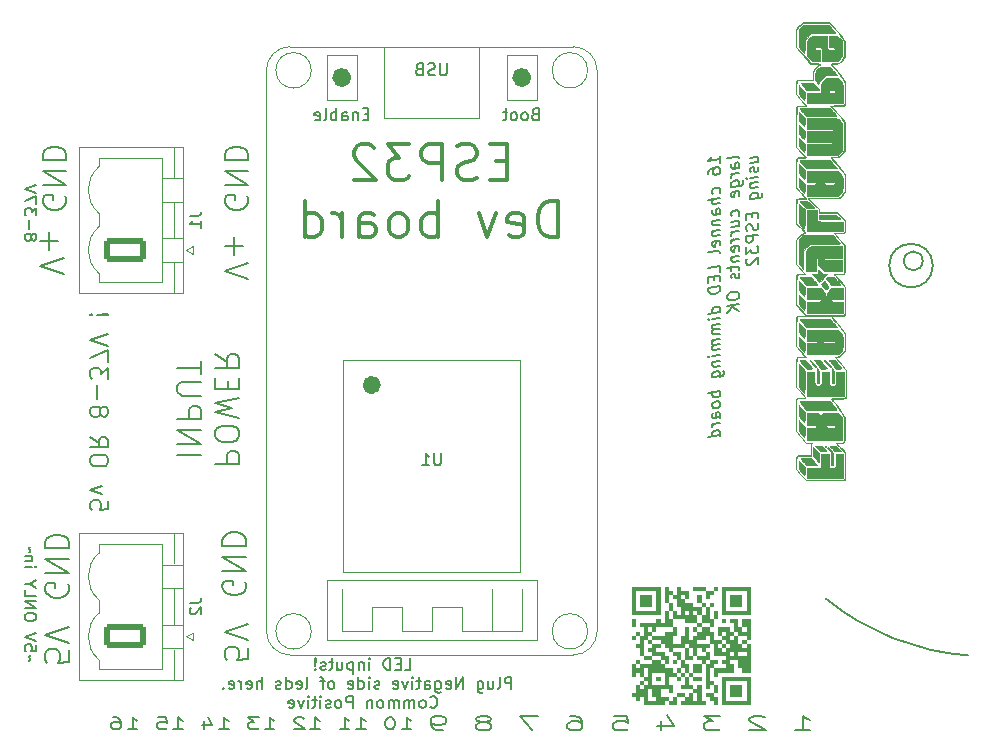
<source format=gbr>
%TF.GenerationSoftware,KiCad,Pcbnew,(6.0.10)*%
%TF.CreationDate,2023-03-20T01:14:19-04:00*%
%TF.ProjectId,pwm_pcb_larger,70776d5f-7063-4625-9f6c-61726765722e,rev?*%
%TF.SameCoordinates,Original*%
%TF.FileFunction,Legend,Bot*%
%TF.FilePolarity,Positive*%
%FSLAX46Y46*%
G04 Gerber Fmt 4.6, Leading zero omitted, Abs format (unit mm)*
G04 Created by KiCad (PCBNEW (6.0.10)) date 2023-03-20 01:14:19*
%MOMM*%
%LPD*%
G01*
G04 APERTURE LIST*
G04 Aperture macros list*
%AMRoundRect*
0 Rectangle with rounded corners*
0 $1 Rounding radius*
0 $2 $3 $4 $5 $6 $7 $8 $9 X,Y pos of 4 corners*
0 Add a 4 corners polygon primitive as box body*
4,1,4,$2,$3,$4,$5,$6,$7,$8,$9,$2,$3,0*
0 Add four circle primitives for the rounded corners*
1,1,$1+$1,$2,$3*
1,1,$1+$1,$4,$5*
1,1,$1+$1,$6,$7*
1,1,$1+$1,$8,$9*
0 Add four rect primitives between the rounded corners*
20,1,$1+$1,$2,$3,$4,$5,0*
20,1,$1+$1,$4,$5,$6,$7,0*
20,1,$1+$1,$6,$7,$8,$9,0*
20,1,$1+$1,$8,$9,$2,$3,0*%
G04 Aperture macros list end*
%ADD10C,0.150000*%
%ADD11C,0.187500*%
%ADD12C,0.300000*%
%ADD13C,0.120000*%
%ADD14C,1.000000*%
%ADD15C,0.800000*%
%ADD16C,0.010000*%
%ADD17C,0.500000*%
%ADD18C,0.250000*%
%ADD19R,2.100000X2.100000*%
%ADD20C,2.100000*%
%ADD21C,3.200000*%
%ADD22RoundRect,0.249999X1.550001X-0.790001X1.550001X0.790001X-1.550001X0.790001X-1.550001X-0.790001X0*%
%ADD23O,3.600000X2.080000*%
%ADD24R,1.524000X1.524000*%
%ADD25C,1.524000*%
G04 APERTURE END LIST*
D10*
X157199993Y-98200009D02*
G75*
G03*
X169200000Y-103000000I13545307J16463309D01*
G01*
X166243909Y-70000000D02*
G75*
G03*
X166243909Y-70000000I-1843909J0D01*
G01*
X165400000Y-69600000D02*
G75*
G03*
X165400000Y-69600000I-800000J0D01*
G01*
X96421428Y-89935714D02*
X96421428Y-90650000D01*
X95707142Y-90721428D01*
X95778571Y-90650000D01*
X95850000Y-90507142D01*
X95850000Y-90150000D01*
X95778571Y-90007142D01*
X95707142Y-89935714D01*
X95564285Y-89864285D01*
X95207142Y-89864285D01*
X95064285Y-89935714D01*
X94992857Y-90007142D01*
X94921428Y-90150000D01*
X94921428Y-90507142D01*
X94992857Y-90650000D01*
X95064285Y-90721428D01*
X95921428Y-89364285D02*
X94921428Y-89007142D01*
X95921428Y-88650000D01*
X96421428Y-86650000D02*
X96421428Y-86364285D01*
X96350000Y-86221428D01*
X96207142Y-86078571D01*
X95921428Y-86007142D01*
X95421428Y-86007142D01*
X95135714Y-86078571D01*
X94992857Y-86221428D01*
X94921428Y-86364285D01*
X94921428Y-86650000D01*
X94992857Y-86792857D01*
X95135714Y-86935714D01*
X95421428Y-87007142D01*
X95921428Y-87007142D01*
X96207142Y-86935714D01*
X96350000Y-86792857D01*
X96421428Y-86650000D01*
X94921428Y-84507142D02*
X95635714Y-85007142D01*
X94921428Y-85364285D02*
X96421428Y-85364285D01*
X96421428Y-84792857D01*
X96350000Y-84650000D01*
X96278571Y-84578571D01*
X96135714Y-84507142D01*
X95921428Y-84507142D01*
X95778571Y-84578571D01*
X95707142Y-84650000D01*
X95635714Y-84792857D01*
X95635714Y-85364285D01*
X95778571Y-82507142D02*
X95850000Y-82650000D01*
X95921428Y-82721428D01*
X96064285Y-82792857D01*
X96135714Y-82792857D01*
X96278571Y-82721428D01*
X96350000Y-82650000D01*
X96421428Y-82507142D01*
X96421428Y-82221428D01*
X96350000Y-82078571D01*
X96278571Y-82007142D01*
X96135714Y-81935714D01*
X96064285Y-81935714D01*
X95921428Y-82007142D01*
X95850000Y-82078571D01*
X95778571Y-82221428D01*
X95778571Y-82507142D01*
X95707142Y-82650000D01*
X95635714Y-82721428D01*
X95492857Y-82792857D01*
X95207142Y-82792857D01*
X95064285Y-82721428D01*
X94992857Y-82650000D01*
X94921428Y-82507142D01*
X94921428Y-82221428D01*
X94992857Y-82078571D01*
X95064285Y-82007142D01*
X95207142Y-81935714D01*
X95492857Y-81935714D01*
X95635714Y-82007142D01*
X95707142Y-82078571D01*
X95778571Y-82221428D01*
X95492857Y-81292857D02*
X95492857Y-80150000D01*
X96421428Y-79578571D02*
X96421428Y-78650000D01*
X95850000Y-79150000D01*
X95850000Y-78935714D01*
X95778571Y-78792857D01*
X95707142Y-78721428D01*
X95564285Y-78650000D01*
X95207142Y-78650000D01*
X95064285Y-78721428D01*
X94992857Y-78792857D01*
X94921428Y-78935714D01*
X94921428Y-79364285D01*
X94992857Y-79507142D01*
X95064285Y-79578571D01*
X96421428Y-78150000D02*
X96421428Y-77150000D01*
X94921428Y-77792857D01*
X96421428Y-76792857D02*
X94921428Y-76292857D01*
X96421428Y-75792857D01*
X95064285Y-74150000D02*
X94992857Y-74078571D01*
X94921428Y-74150000D01*
X94992857Y-74221428D01*
X95064285Y-74150000D01*
X94921428Y-74150000D01*
X95492857Y-74150000D02*
X96350000Y-74221428D01*
X96421428Y-74150000D01*
X96350000Y-74078571D01*
X95492857Y-74150000D01*
X96421428Y-74150000D01*
X92695238Y-70704761D02*
X90695238Y-70038095D01*
X92695238Y-69371428D01*
X91457142Y-68704761D02*
X91457142Y-67180952D01*
X90695238Y-67942857D02*
X92219047Y-67942857D01*
X105505238Y-86819047D02*
X107505238Y-86819047D01*
X107505238Y-86057142D01*
X107410000Y-85866666D01*
X107314761Y-85771428D01*
X107124285Y-85676190D01*
X106838571Y-85676190D01*
X106648095Y-85771428D01*
X106552857Y-85866666D01*
X106457619Y-86057142D01*
X106457619Y-86819047D01*
X107505238Y-84438095D02*
X107505238Y-84057142D01*
X107410000Y-83866666D01*
X107219523Y-83676190D01*
X106838571Y-83580952D01*
X106171904Y-83580952D01*
X105790952Y-83676190D01*
X105600476Y-83866666D01*
X105505238Y-84057142D01*
X105505238Y-84438095D01*
X105600476Y-84628571D01*
X105790952Y-84819047D01*
X106171904Y-84914285D01*
X106838571Y-84914285D01*
X107219523Y-84819047D01*
X107410000Y-84628571D01*
X107505238Y-84438095D01*
X107505238Y-82914285D02*
X105505238Y-82438095D01*
X106933809Y-82057142D01*
X105505238Y-81676190D01*
X107505238Y-81200000D01*
X106552857Y-80438095D02*
X106552857Y-79771428D01*
X105505238Y-79485714D02*
X105505238Y-80438095D01*
X107505238Y-80438095D01*
X107505238Y-79485714D01*
X105505238Y-77485714D02*
X106457619Y-78152380D01*
X105505238Y-78628571D02*
X107505238Y-78628571D01*
X107505238Y-77866666D01*
X107410000Y-77676190D01*
X107314761Y-77580952D01*
X107124285Y-77485714D01*
X106838571Y-77485714D01*
X106648095Y-77580952D01*
X106552857Y-77676190D01*
X106457619Y-77866666D01*
X106457619Y-78628571D01*
X102285238Y-86057142D02*
X104285238Y-86057142D01*
X102285238Y-85104761D02*
X104285238Y-85104761D01*
X102285238Y-83961904D01*
X104285238Y-83961904D01*
X102285238Y-83009523D02*
X104285238Y-83009523D01*
X104285238Y-82247619D01*
X104190000Y-82057142D01*
X104094761Y-81961904D01*
X103904285Y-81866666D01*
X103618571Y-81866666D01*
X103428095Y-81961904D01*
X103332857Y-82057142D01*
X103237619Y-82247619D01*
X103237619Y-83009523D01*
X104285238Y-81009523D02*
X102666190Y-81009523D01*
X102475714Y-80914285D01*
X102380476Y-80819047D01*
X102285238Y-80628571D01*
X102285238Y-80247619D01*
X102380476Y-80057142D01*
X102475714Y-79961904D01*
X102666190Y-79866666D01*
X104285238Y-79866666D01*
X104285238Y-79200000D02*
X104285238Y-78057142D01*
X102285238Y-78628571D02*
X104285238Y-78628571D01*
X89919047Y-67695238D02*
X89966666Y-67790476D01*
X90014285Y-67838095D01*
X90109523Y-67885714D01*
X90157142Y-67885714D01*
X90252380Y-67838095D01*
X90300000Y-67790476D01*
X90347619Y-67695238D01*
X90347619Y-67504761D01*
X90300000Y-67409523D01*
X90252380Y-67361904D01*
X90157142Y-67314285D01*
X90109523Y-67314285D01*
X90014285Y-67361904D01*
X89966666Y-67409523D01*
X89919047Y-67504761D01*
X89919047Y-67695238D01*
X89871428Y-67790476D01*
X89823809Y-67838095D01*
X89728571Y-67885714D01*
X89538095Y-67885714D01*
X89442857Y-67838095D01*
X89395238Y-67790476D01*
X89347619Y-67695238D01*
X89347619Y-67504761D01*
X89395238Y-67409523D01*
X89442857Y-67361904D01*
X89538095Y-67314285D01*
X89728571Y-67314285D01*
X89823809Y-67361904D01*
X89871428Y-67409523D01*
X89919047Y-67504761D01*
X89728571Y-66885714D02*
X89728571Y-66123809D01*
X90347619Y-65742857D02*
X90347619Y-65123809D01*
X89966666Y-65457142D01*
X89966666Y-65314285D01*
X89919047Y-65219047D01*
X89871428Y-65171428D01*
X89776190Y-65123809D01*
X89538095Y-65123809D01*
X89442857Y-65171428D01*
X89395238Y-65219047D01*
X89347619Y-65314285D01*
X89347619Y-65600000D01*
X89395238Y-65695238D01*
X89442857Y-65742857D01*
X90347619Y-64790476D02*
X90347619Y-64123809D01*
X89347619Y-64552380D01*
X90347619Y-63885714D02*
X89347619Y-63552380D01*
X90347619Y-63219047D01*
X108295238Y-102380952D02*
X108295238Y-103333333D01*
X107342857Y-103428571D01*
X107438095Y-103333333D01*
X107533333Y-103142857D01*
X107533333Y-102666666D01*
X107438095Y-102476190D01*
X107342857Y-102380952D01*
X107152380Y-102285714D01*
X106676190Y-102285714D01*
X106485714Y-102380952D01*
X106390476Y-102476190D01*
X106295238Y-102666666D01*
X106295238Y-103142857D01*
X106390476Y-103333333D01*
X106485714Y-103428571D01*
X108295238Y-101714285D02*
X106295238Y-101047619D01*
X108295238Y-100380952D01*
X121276190Y-109252380D02*
X122104761Y-109252380D01*
X121690476Y-109252380D02*
X121690476Y-108252380D01*
X121828571Y-108395238D01*
X121966666Y-108490476D01*
X122104761Y-108538095D01*
X120378571Y-108252380D02*
X120240476Y-108252380D01*
X120102380Y-108300000D01*
X120033333Y-108347619D01*
X119964285Y-108442857D01*
X119895238Y-108633333D01*
X119895238Y-108871428D01*
X119964285Y-109061904D01*
X120033333Y-109157142D01*
X120102380Y-109204761D01*
X120240476Y-109252380D01*
X120378571Y-109252380D01*
X120516666Y-109204761D01*
X120585714Y-109157142D01*
X120654761Y-109061904D01*
X120723809Y-108871428D01*
X120723809Y-108633333D01*
X120654761Y-108442857D01*
X120585714Y-108347619D01*
X120516666Y-108300000D01*
X120378571Y-108252380D01*
X117409523Y-109252380D02*
X118238095Y-109252380D01*
X117823809Y-109252380D02*
X117823809Y-108252380D01*
X117961904Y-108395238D01*
X118100000Y-108490476D01*
X118238095Y-108538095D01*
X116028571Y-109252380D02*
X116857142Y-109252380D01*
X116442857Y-109252380D02*
X116442857Y-108252380D01*
X116580952Y-108395238D01*
X116719047Y-108490476D01*
X116857142Y-108538095D01*
X113542857Y-109252380D02*
X114371428Y-109252380D01*
X113957142Y-109252380D02*
X113957142Y-108252380D01*
X114095238Y-108395238D01*
X114233333Y-108490476D01*
X114371428Y-108538095D01*
X112990476Y-108347619D02*
X112921428Y-108300000D01*
X112783333Y-108252380D01*
X112438095Y-108252380D01*
X112300000Y-108300000D01*
X112230952Y-108347619D01*
X112161904Y-108442857D01*
X112161904Y-108538095D01*
X112230952Y-108680952D01*
X113059523Y-109252380D01*
X112161904Y-109252380D01*
X109676190Y-109252380D02*
X110504761Y-109252380D01*
X110090476Y-109252380D02*
X110090476Y-108252380D01*
X110228571Y-108395238D01*
X110366666Y-108490476D01*
X110504761Y-108538095D01*
X109192857Y-108252380D02*
X108295238Y-108252380D01*
X108778571Y-108633333D01*
X108571428Y-108633333D01*
X108433333Y-108680952D01*
X108364285Y-108728571D01*
X108295238Y-108823809D01*
X108295238Y-109061904D01*
X108364285Y-109157142D01*
X108433333Y-109204761D01*
X108571428Y-109252380D01*
X108985714Y-109252380D01*
X109123809Y-109204761D01*
X109192857Y-109157142D01*
X105809523Y-109252380D02*
X106638095Y-109252380D01*
X106223809Y-109252380D02*
X106223809Y-108252380D01*
X106361904Y-108395238D01*
X106500000Y-108490476D01*
X106638095Y-108538095D01*
X104566666Y-108585714D02*
X104566666Y-109252380D01*
X104911904Y-108204761D02*
X105257142Y-108919047D01*
X104359523Y-108919047D01*
X101942857Y-109252380D02*
X102771428Y-109252380D01*
X102357142Y-109252380D02*
X102357142Y-108252380D01*
X102495238Y-108395238D01*
X102633333Y-108490476D01*
X102771428Y-108538095D01*
X100630952Y-108252380D02*
X101321428Y-108252380D01*
X101390476Y-108728571D01*
X101321428Y-108680952D01*
X101183333Y-108633333D01*
X100838095Y-108633333D01*
X100700000Y-108680952D01*
X100630952Y-108728571D01*
X100561904Y-108823809D01*
X100561904Y-109061904D01*
X100630952Y-109157142D01*
X100700000Y-109204761D01*
X100838095Y-109252380D01*
X101183333Y-109252380D01*
X101321428Y-109204761D01*
X101390476Y-109157142D01*
X98076190Y-109252380D02*
X98904761Y-109252380D01*
X98490476Y-109252380D02*
X98490476Y-108252380D01*
X98628571Y-108395238D01*
X98766666Y-108490476D01*
X98904761Y-108538095D01*
X96833333Y-108252380D02*
X97109523Y-108252380D01*
X97247619Y-108300000D01*
X97316666Y-108347619D01*
X97454761Y-108490476D01*
X97523809Y-108680952D01*
X97523809Y-109061904D01*
X97454761Y-109157142D01*
X97385714Y-109204761D01*
X97247619Y-109252380D01*
X96971428Y-109252380D01*
X96833333Y-109204761D01*
X96764285Y-109157142D01*
X96695238Y-109061904D01*
X96695238Y-108823809D01*
X96764285Y-108728571D01*
X96833333Y-108680952D01*
X96971428Y-108633333D01*
X97247619Y-108633333D01*
X97385714Y-108680952D01*
X97454761Y-108728571D01*
X97523809Y-108823809D01*
X93010000Y-96971428D02*
X93105238Y-97161904D01*
X93105238Y-97447619D01*
X93010000Y-97733333D01*
X92819523Y-97923809D01*
X92629047Y-98019047D01*
X92248095Y-98114285D01*
X91962380Y-98114285D01*
X91581428Y-98019047D01*
X91390952Y-97923809D01*
X91200476Y-97733333D01*
X91105238Y-97447619D01*
X91105238Y-97257142D01*
X91200476Y-96971428D01*
X91295714Y-96876190D01*
X91962380Y-96876190D01*
X91962380Y-97257142D01*
X91105238Y-96019047D02*
X93105238Y-96019047D01*
X91105238Y-94876190D01*
X93105238Y-94876190D01*
X91105238Y-93923809D02*
X93105238Y-93923809D01*
X93105238Y-93447619D01*
X93010000Y-93161904D01*
X92819523Y-92971428D01*
X92629047Y-92876190D01*
X92248095Y-92780952D01*
X91962380Y-92780952D01*
X91581428Y-92876190D01*
X91390952Y-92971428D01*
X91200476Y-93161904D01*
X91105238Y-93447619D01*
X91105238Y-93923809D01*
X154585714Y-109342857D02*
X155871428Y-109342857D01*
X155228571Y-109342857D02*
X155228571Y-108142857D01*
X155442857Y-108314285D01*
X155657142Y-108428571D01*
X155871428Y-108485714D01*
X152014285Y-108257142D02*
X151907142Y-108200000D01*
X151692857Y-108142857D01*
X151157142Y-108142857D01*
X150942857Y-108200000D01*
X150835714Y-108257142D01*
X150728571Y-108371428D01*
X150728571Y-108485714D01*
X150835714Y-108657142D01*
X152121428Y-109342857D01*
X150728571Y-109342857D01*
X148264285Y-108142857D02*
X146871428Y-108142857D01*
X147621428Y-108600000D01*
X147300000Y-108600000D01*
X147085714Y-108657142D01*
X146978571Y-108714285D01*
X146871428Y-108828571D01*
X146871428Y-109114285D01*
X146978571Y-109228571D01*
X147085714Y-109285714D01*
X147300000Y-109342857D01*
X147942857Y-109342857D01*
X148157142Y-109285714D01*
X148264285Y-109228571D01*
X143228571Y-108542857D02*
X143228571Y-109342857D01*
X143764285Y-108085714D02*
X144300000Y-108942857D01*
X142907142Y-108942857D01*
X139264285Y-108142857D02*
X140335714Y-108142857D01*
X140442857Y-108714285D01*
X140335714Y-108657142D01*
X140121428Y-108600000D01*
X139585714Y-108600000D01*
X139371428Y-108657142D01*
X139264285Y-108714285D01*
X139157142Y-108828571D01*
X139157142Y-109114285D01*
X139264285Y-109228571D01*
X139371428Y-109285714D01*
X139585714Y-109342857D01*
X140121428Y-109342857D01*
X140335714Y-109285714D01*
X140442857Y-109228571D01*
X135514285Y-108142857D02*
X135942857Y-108142857D01*
X136157142Y-108200000D01*
X136264285Y-108257142D01*
X136478571Y-108428571D01*
X136585714Y-108657142D01*
X136585714Y-109114285D01*
X136478571Y-109228571D01*
X136371428Y-109285714D01*
X136157142Y-109342857D01*
X135728571Y-109342857D01*
X135514285Y-109285714D01*
X135407142Y-109228571D01*
X135300000Y-109114285D01*
X135300000Y-108828571D01*
X135407142Y-108714285D01*
X135514285Y-108657142D01*
X135728571Y-108600000D01*
X136157142Y-108600000D01*
X136371428Y-108657142D01*
X136478571Y-108714285D01*
X136585714Y-108828571D01*
X132835714Y-108142857D02*
X131335714Y-108142857D01*
X132300000Y-109342857D01*
X128442857Y-108657142D02*
X128657142Y-108600000D01*
X128764285Y-108542857D01*
X128871428Y-108428571D01*
X128871428Y-108371428D01*
X128764285Y-108257142D01*
X128657142Y-108200000D01*
X128442857Y-108142857D01*
X128014285Y-108142857D01*
X127800000Y-108200000D01*
X127692857Y-108257142D01*
X127585714Y-108371428D01*
X127585714Y-108428571D01*
X127692857Y-108542857D01*
X127800000Y-108600000D01*
X128014285Y-108657142D01*
X128442857Y-108657142D01*
X128657142Y-108714285D01*
X128764285Y-108771428D01*
X128871428Y-108885714D01*
X128871428Y-109114285D01*
X128764285Y-109228571D01*
X128657142Y-109285714D01*
X128442857Y-109342857D01*
X128014285Y-109342857D01*
X127800000Y-109285714D01*
X127692857Y-109228571D01*
X127585714Y-109114285D01*
X127585714Y-108885714D01*
X127692857Y-108771428D01*
X127800000Y-108714285D01*
X128014285Y-108657142D01*
X124800000Y-109342857D02*
X124371428Y-109342857D01*
X124157142Y-109285714D01*
X124050000Y-109228571D01*
X123835714Y-109057142D01*
X123728571Y-108828571D01*
X123728571Y-108371428D01*
X123835714Y-108257142D01*
X123942857Y-108200000D01*
X124157142Y-108142857D01*
X124585714Y-108142857D01*
X124800000Y-108200000D01*
X124907142Y-108257142D01*
X125014285Y-108371428D01*
X125014285Y-108657142D01*
X124907142Y-108771428D01*
X124800000Y-108828571D01*
X124585714Y-108885714D01*
X124157142Y-108885714D01*
X123942857Y-108828571D01*
X123835714Y-108771428D01*
X123728571Y-108657142D01*
D11*
X148242380Y-61289732D02*
X148242380Y-60718303D01*
X148242380Y-61004017D02*
X147242380Y-61129017D01*
X147385238Y-61015922D01*
X147480476Y-60908779D01*
X147528095Y-60807589D01*
X147242380Y-62271875D02*
X147242380Y-62081398D01*
X147290000Y-61980208D01*
X147337619Y-61926636D01*
X147480476Y-61813541D01*
X147670952Y-61742113D01*
X148051904Y-61694494D01*
X148147142Y-61730208D01*
X148194761Y-61771875D01*
X148242380Y-61861160D01*
X148242380Y-62051636D01*
X148194761Y-62152827D01*
X148147142Y-62206398D01*
X148051904Y-62265922D01*
X147813809Y-62295684D01*
X147718571Y-62259970D01*
X147670952Y-62218303D01*
X147623333Y-62129017D01*
X147623333Y-61938541D01*
X147670952Y-61837351D01*
X147718571Y-61783779D01*
X147813809Y-61724255D01*
X148194761Y-63867113D02*
X148242380Y-63765922D01*
X148242380Y-63575446D01*
X148194761Y-63486160D01*
X148147142Y-63444494D01*
X148051904Y-63408779D01*
X147766190Y-63444494D01*
X147670952Y-63504017D01*
X147623333Y-63557589D01*
X147575714Y-63658779D01*
X147575714Y-63849255D01*
X147623333Y-63938541D01*
X148242380Y-64289732D02*
X147242380Y-64414732D01*
X148242380Y-64718303D02*
X147718571Y-64783779D01*
X147623333Y-64748065D01*
X147575714Y-64658779D01*
X147575714Y-64515922D01*
X147623333Y-64414732D01*
X147670952Y-64361160D01*
X148242380Y-65623065D02*
X147718571Y-65688541D01*
X147623333Y-65652827D01*
X147575714Y-65563541D01*
X147575714Y-65373065D01*
X147623333Y-65271875D01*
X148194761Y-65629017D02*
X148242380Y-65527827D01*
X148242380Y-65289732D01*
X148194761Y-65200446D01*
X148099523Y-65164732D01*
X148004285Y-65176636D01*
X147909047Y-65236160D01*
X147861428Y-65337351D01*
X147861428Y-65575446D01*
X147813809Y-65676636D01*
X147575714Y-66182589D02*
X148242380Y-66099255D01*
X147670952Y-66170684D02*
X147623333Y-66224255D01*
X147575714Y-66325446D01*
X147575714Y-66468303D01*
X147623333Y-66557589D01*
X147718571Y-66593303D01*
X148242380Y-66527827D01*
X147575714Y-67087351D02*
X148242380Y-67004017D01*
X147670952Y-67075446D02*
X147623333Y-67129017D01*
X147575714Y-67230208D01*
X147575714Y-67373065D01*
X147623333Y-67462351D01*
X147718571Y-67498065D01*
X148242380Y-67432589D01*
X148194761Y-68295684D02*
X148242380Y-68194494D01*
X148242380Y-68004017D01*
X148194761Y-67914732D01*
X148099523Y-67879017D01*
X147718571Y-67926636D01*
X147623333Y-67986160D01*
X147575714Y-68087351D01*
X147575714Y-68277827D01*
X147623333Y-68367113D01*
X147718571Y-68402827D01*
X147813809Y-68390922D01*
X147909047Y-67902827D01*
X148242380Y-68908779D02*
X148194761Y-68819494D01*
X148099523Y-68783779D01*
X147242380Y-68890922D01*
X148242380Y-70527827D02*
X148242380Y-70051636D01*
X147242380Y-70176636D01*
X147718571Y-70926636D02*
X147718571Y-71259970D01*
X148242380Y-71337351D02*
X148242380Y-70861160D01*
X147242380Y-70986160D01*
X147242380Y-71462351D01*
X148242380Y-71765922D02*
X147242380Y-71890922D01*
X147242380Y-72129017D01*
X147290000Y-72265922D01*
X147385238Y-72349255D01*
X147480476Y-72384970D01*
X147670952Y-72408779D01*
X147813809Y-72390922D01*
X148004285Y-72319494D01*
X148099523Y-72259970D01*
X148194761Y-72152827D01*
X148242380Y-72004017D01*
X148242380Y-71765922D01*
X148242380Y-73956398D02*
X147242380Y-74081398D01*
X148194761Y-73962351D02*
X148242380Y-73861160D01*
X148242380Y-73670684D01*
X148194761Y-73581398D01*
X148147142Y-73539732D01*
X148051904Y-73504017D01*
X147766190Y-73539732D01*
X147670952Y-73599255D01*
X147623333Y-73652827D01*
X147575714Y-73754017D01*
X147575714Y-73944494D01*
X147623333Y-74033779D01*
X148242380Y-74432589D02*
X147575714Y-74515922D01*
X147242380Y-74557589D02*
X147290000Y-74504017D01*
X147337619Y-74545684D01*
X147290000Y-74599255D01*
X147242380Y-74557589D01*
X147337619Y-74545684D01*
X148242380Y-74908779D02*
X147575714Y-74992113D01*
X147670952Y-74980208D02*
X147623333Y-75033779D01*
X147575714Y-75134970D01*
X147575714Y-75277827D01*
X147623333Y-75367113D01*
X147718571Y-75402827D01*
X148242380Y-75337351D01*
X147718571Y-75402827D02*
X147623333Y-75462351D01*
X147575714Y-75563541D01*
X147575714Y-75706398D01*
X147623333Y-75795684D01*
X147718571Y-75831398D01*
X148242380Y-75765922D01*
X148242380Y-76242113D02*
X147575714Y-76325446D01*
X147670952Y-76313541D02*
X147623333Y-76367113D01*
X147575714Y-76468303D01*
X147575714Y-76611160D01*
X147623333Y-76700446D01*
X147718571Y-76736160D01*
X148242380Y-76670684D01*
X147718571Y-76736160D02*
X147623333Y-76795684D01*
X147575714Y-76896875D01*
X147575714Y-77039732D01*
X147623333Y-77129017D01*
X147718571Y-77164732D01*
X148242380Y-77099255D01*
X148242380Y-77575446D02*
X147575714Y-77658779D01*
X147242380Y-77700446D02*
X147290000Y-77646875D01*
X147337619Y-77688541D01*
X147290000Y-77742113D01*
X147242380Y-77700446D01*
X147337619Y-77688541D01*
X147575714Y-78134970D02*
X148242380Y-78051636D01*
X147670952Y-78123065D02*
X147623333Y-78176636D01*
X147575714Y-78277827D01*
X147575714Y-78420684D01*
X147623333Y-78509970D01*
X147718571Y-78545684D01*
X148242380Y-78480208D01*
X147575714Y-79468303D02*
X148385238Y-79367113D01*
X148480476Y-79307589D01*
X148528095Y-79254017D01*
X148575714Y-79152827D01*
X148575714Y-79009970D01*
X148528095Y-78920684D01*
X148194761Y-79390922D02*
X148242380Y-79289732D01*
X148242380Y-79099255D01*
X148194761Y-79009970D01*
X148147142Y-78968303D01*
X148051904Y-78932589D01*
X147766190Y-78968303D01*
X147670952Y-79027827D01*
X147623333Y-79081398D01*
X147575714Y-79182589D01*
X147575714Y-79373065D01*
X147623333Y-79462351D01*
X148242380Y-80623065D02*
X147242380Y-80748065D01*
X147623333Y-80700446D02*
X147575714Y-80801636D01*
X147575714Y-80992113D01*
X147623333Y-81081398D01*
X147670952Y-81123065D01*
X147766190Y-81158779D01*
X148051904Y-81123065D01*
X148147142Y-81063541D01*
X148194761Y-81009970D01*
X148242380Y-80908779D01*
X148242380Y-80718303D01*
X148194761Y-80629017D01*
X148242380Y-81670684D02*
X148194761Y-81581398D01*
X148147142Y-81539732D01*
X148051904Y-81504017D01*
X147766190Y-81539732D01*
X147670952Y-81599255D01*
X147623333Y-81652827D01*
X147575714Y-81754017D01*
X147575714Y-81896875D01*
X147623333Y-81986160D01*
X147670952Y-82027827D01*
X147766190Y-82063541D01*
X148051904Y-82027827D01*
X148147142Y-81968303D01*
X148194761Y-81914732D01*
X148242380Y-81813541D01*
X148242380Y-81670684D01*
X148242380Y-82861160D02*
X147718571Y-82926636D01*
X147623333Y-82890922D01*
X147575714Y-82801636D01*
X147575714Y-82611160D01*
X147623333Y-82509970D01*
X148194761Y-82867113D02*
X148242380Y-82765922D01*
X148242380Y-82527827D01*
X148194761Y-82438541D01*
X148099523Y-82402827D01*
X148004285Y-82414732D01*
X147909047Y-82474255D01*
X147861428Y-82575446D01*
X147861428Y-82813541D01*
X147813809Y-82914732D01*
X148242380Y-83337351D02*
X147575714Y-83420684D01*
X147766190Y-83396875D02*
X147670952Y-83456398D01*
X147623333Y-83509970D01*
X147575714Y-83611160D01*
X147575714Y-83706398D01*
X148242380Y-84384970D02*
X147242380Y-84509970D01*
X148194761Y-84390922D02*
X148242380Y-84289732D01*
X148242380Y-84099255D01*
X148194761Y-84009970D01*
X148147142Y-83968303D01*
X148051904Y-83932589D01*
X147766190Y-83968303D01*
X147670952Y-84027827D01*
X147623333Y-84081398D01*
X147575714Y-84182589D01*
X147575714Y-84373065D01*
X147623333Y-84462351D01*
X149852380Y-60908779D02*
X149804761Y-60819494D01*
X149709523Y-60783779D01*
X148852380Y-60890922D01*
X149852380Y-61718303D02*
X149328571Y-61783779D01*
X149233333Y-61748065D01*
X149185714Y-61658779D01*
X149185714Y-61468303D01*
X149233333Y-61367113D01*
X149804761Y-61724255D02*
X149852380Y-61623065D01*
X149852380Y-61384970D01*
X149804761Y-61295684D01*
X149709523Y-61259970D01*
X149614285Y-61271875D01*
X149519047Y-61331398D01*
X149471428Y-61432589D01*
X149471428Y-61670684D01*
X149423809Y-61771875D01*
X149852380Y-62194494D02*
X149185714Y-62277827D01*
X149376190Y-62254017D02*
X149280952Y-62313541D01*
X149233333Y-62367113D01*
X149185714Y-62468303D01*
X149185714Y-62563541D01*
X149185714Y-63325446D02*
X149995238Y-63224255D01*
X150090476Y-63164732D01*
X150138095Y-63111160D01*
X150185714Y-63009970D01*
X150185714Y-62867113D01*
X150138095Y-62777827D01*
X149804761Y-63248065D02*
X149852380Y-63146875D01*
X149852380Y-62956398D01*
X149804761Y-62867113D01*
X149757142Y-62825446D01*
X149661904Y-62789732D01*
X149376190Y-62825446D01*
X149280952Y-62884970D01*
X149233333Y-62938541D01*
X149185714Y-63039732D01*
X149185714Y-63230208D01*
X149233333Y-63319494D01*
X149804761Y-64105208D02*
X149852380Y-64004017D01*
X149852380Y-63813541D01*
X149804761Y-63724255D01*
X149709523Y-63688541D01*
X149328571Y-63736160D01*
X149233333Y-63795684D01*
X149185714Y-63896875D01*
X149185714Y-64087351D01*
X149233333Y-64176636D01*
X149328571Y-64212351D01*
X149423809Y-64200446D01*
X149519047Y-63712351D01*
X149804761Y-65771875D02*
X149852380Y-65670684D01*
X149852380Y-65480208D01*
X149804761Y-65390922D01*
X149757142Y-65349255D01*
X149661904Y-65313541D01*
X149376190Y-65349255D01*
X149280952Y-65408779D01*
X149233333Y-65462351D01*
X149185714Y-65563541D01*
X149185714Y-65754017D01*
X149233333Y-65843303D01*
X149185714Y-66706398D02*
X149852380Y-66623065D01*
X149185714Y-66277827D02*
X149709523Y-66212351D01*
X149804761Y-66248065D01*
X149852380Y-66337351D01*
X149852380Y-66480208D01*
X149804761Y-66581398D01*
X149757142Y-66634970D01*
X149852380Y-67099255D02*
X149185714Y-67182589D01*
X149376190Y-67158779D02*
X149280952Y-67218303D01*
X149233333Y-67271875D01*
X149185714Y-67373065D01*
X149185714Y-67468303D01*
X149852380Y-67718303D02*
X149185714Y-67801636D01*
X149376190Y-67777827D02*
X149280952Y-67837351D01*
X149233333Y-67890922D01*
X149185714Y-67992113D01*
X149185714Y-68087351D01*
X149804761Y-68724255D02*
X149852380Y-68623065D01*
X149852380Y-68432589D01*
X149804761Y-68343303D01*
X149709523Y-68307589D01*
X149328571Y-68355208D01*
X149233333Y-68414732D01*
X149185714Y-68515922D01*
X149185714Y-68706398D01*
X149233333Y-68795684D01*
X149328571Y-68831398D01*
X149423809Y-68819494D01*
X149519047Y-68331398D01*
X149185714Y-69277827D02*
X149852380Y-69194494D01*
X149280952Y-69265922D02*
X149233333Y-69319494D01*
X149185714Y-69420684D01*
X149185714Y-69563541D01*
X149233333Y-69652827D01*
X149328571Y-69688541D01*
X149852380Y-69623065D01*
X149185714Y-70039732D02*
X149185714Y-70420684D01*
X148852380Y-70224255D02*
X149709523Y-70117113D01*
X149804761Y-70152827D01*
X149852380Y-70242113D01*
X149852380Y-70337351D01*
X149804761Y-70629017D02*
X149852380Y-70718303D01*
X149852380Y-70908779D01*
X149804761Y-71009970D01*
X149709523Y-71069494D01*
X149661904Y-71075446D01*
X149566666Y-71039732D01*
X149519047Y-70950446D01*
X149519047Y-70807589D01*
X149471428Y-70718303D01*
X149376190Y-70682589D01*
X149328571Y-70688541D01*
X149233333Y-70748065D01*
X149185714Y-70849255D01*
X149185714Y-70992113D01*
X149233333Y-71081398D01*
X148852380Y-72557589D02*
X148852380Y-72748065D01*
X148900000Y-72837351D01*
X148995238Y-72920684D01*
X149185714Y-72944494D01*
X149519047Y-72902827D01*
X149709523Y-72831398D01*
X149804761Y-72724255D01*
X149852380Y-72623065D01*
X149852380Y-72432589D01*
X149804761Y-72343303D01*
X149709523Y-72259970D01*
X149519047Y-72236160D01*
X149185714Y-72277827D01*
X148995238Y-72349255D01*
X148900000Y-72456398D01*
X148852380Y-72557589D01*
X149852380Y-73289732D02*
X148852380Y-73414732D01*
X149852380Y-73861160D02*
X149280952Y-73504017D01*
X148852380Y-73986160D02*
X149423809Y-73343303D01*
X150795714Y-61277827D02*
X151462380Y-61194494D01*
X150795714Y-60849255D02*
X151319523Y-60783779D01*
X151414761Y-60819494D01*
X151462380Y-60908779D01*
X151462380Y-61051636D01*
X151414761Y-61152827D01*
X151367142Y-61206398D01*
X151414761Y-61629017D02*
X151462380Y-61718303D01*
X151462380Y-61908779D01*
X151414761Y-62009970D01*
X151319523Y-62069494D01*
X151271904Y-62075446D01*
X151176666Y-62039732D01*
X151129047Y-61950446D01*
X151129047Y-61807589D01*
X151081428Y-61718303D01*
X150986190Y-61682589D01*
X150938571Y-61688541D01*
X150843333Y-61748065D01*
X150795714Y-61849255D01*
X150795714Y-61992113D01*
X150843333Y-62081398D01*
X151462380Y-62480208D02*
X150795714Y-62563541D01*
X150462380Y-62605208D02*
X150510000Y-62551636D01*
X150557619Y-62593303D01*
X150510000Y-62646875D01*
X150462380Y-62605208D01*
X150557619Y-62593303D01*
X150795714Y-63039732D02*
X151462380Y-62956398D01*
X150890952Y-63027827D02*
X150843333Y-63081398D01*
X150795714Y-63182589D01*
X150795714Y-63325446D01*
X150843333Y-63414732D01*
X150938571Y-63450446D01*
X151462380Y-63384970D01*
X150795714Y-64373065D02*
X151605238Y-64271875D01*
X151700476Y-64212351D01*
X151748095Y-64158779D01*
X151795714Y-64057589D01*
X151795714Y-63914732D01*
X151748095Y-63825446D01*
X151414761Y-64295684D02*
X151462380Y-64194494D01*
X151462380Y-64004017D01*
X151414761Y-63914732D01*
X151367142Y-63873065D01*
X151271904Y-63837351D01*
X150986190Y-63873065D01*
X150890952Y-63932589D01*
X150843333Y-63986160D01*
X150795714Y-64087351D01*
X150795714Y-64277827D01*
X150843333Y-64367113D01*
X150938571Y-65593303D02*
X150938571Y-65926636D01*
X151462380Y-66004017D02*
X151462380Y-65527827D01*
X150462380Y-65652827D01*
X150462380Y-66129017D01*
X151414761Y-66390922D02*
X151462380Y-66527827D01*
X151462380Y-66765922D01*
X151414761Y-66867113D01*
X151367142Y-66920684D01*
X151271904Y-66980208D01*
X151176666Y-66992113D01*
X151081428Y-66956398D01*
X151033809Y-66914732D01*
X150986190Y-66825446D01*
X150938571Y-66640922D01*
X150890952Y-66551636D01*
X150843333Y-66509970D01*
X150748095Y-66474255D01*
X150652857Y-66486160D01*
X150557619Y-66545684D01*
X150510000Y-66599255D01*
X150462380Y-66700446D01*
X150462380Y-66938541D01*
X150510000Y-67075446D01*
X151462380Y-67384970D02*
X150462380Y-67509970D01*
X150462380Y-67890922D01*
X150510000Y-67980208D01*
X150557619Y-68021875D01*
X150652857Y-68057589D01*
X150795714Y-68039732D01*
X150890952Y-67980208D01*
X150938571Y-67926636D01*
X150986190Y-67825446D01*
X150986190Y-67444494D01*
X150462380Y-68414732D02*
X150462380Y-69033779D01*
X150843333Y-68652827D01*
X150843333Y-68795684D01*
X150890952Y-68884970D01*
X150938571Y-68926636D01*
X151033809Y-68962351D01*
X151271904Y-68932589D01*
X151367142Y-68873065D01*
X151414761Y-68819494D01*
X151462380Y-68718303D01*
X151462380Y-68432589D01*
X151414761Y-68343303D01*
X151367142Y-68301636D01*
X150557619Y-69402827D02*
X150510000Y-69456398D01*
X150462380Y-69557589D01*
X150462380Y-69795684D01*
X150510000Y-69884970D01*
X150557619Y-69926636D01*
X150652857Y-69962351D01*
X150748095Y-69950446D01*
X150890952Y-69884970D01*
X151462380Y-69242113D01*
X151462380Y-69861160D01*
D10*
X108295238Y-71104761D02*
X106295238Y-70438095D01*
X108295238Y-69771428D01*
X107057142Y-69104761D02*
X107057142Y-67580952D01*
X106295238Y-68342857D02*
X107819047Y-68342857D01*
X108200000Y-64123809D02*
X108295238Y-64314285D01*
X108295238Y-64600000D01*
X108200000Y-64885714D01*
X108009523Y-65076190D01*
X107819047Y-65171428D01*
X107438095Y-65266666D01*
X107152380Y-65266666D01*
X106771428Y-65171428D01*
X106580952Y-65076190D01*
X106390476Y-64885714D01*
X106295238Y-64600000D01*
X106295238Y-64409523D01*
X106390476Y-64123809D01*
X106485714Y-64028571D01*
X107152380Y-64028571D01*
X107152380Y-64409523D01*
X106295238Y-63171428D02*
X108295238Y-63171428D01*
X106295238Y-62028571D01*
X108295238Y-62028571D01*
X106295238Y-61076190D02*
X108295238Y-61076190D01*
X108295238Y-60600000D01*
X108200000Y-60314285D01*
X108009523Y-60123809D01*
X107819047Y-60028571D01*
X107438095Y-59933333D01*
X107152380Y-59933333D01*
X106771428Y-60028571D01*
X106580952Y-60123809D01*
X106390476Y-60314285D01*
X106295238Y-60600000D01*
X106295238Y-61076190D01*
X89728571Y-103457142D02*
X89776190Y-103409523D01*
X89823809Y-103314285D01*
X89728571Y-103123809D01*
X89776190Y-103028571D01*
X89823809Y-102980952D01*
X90347619Y-102123809D02*
X90347619Y-102600000D01*
X89871428Y-102647619D01*
X89919047Y-102600000D01*
X89966666Y-102504761D01*
X89966666Y-102266666D01*
X89919047Y-102171428D01*
X89871428Y-102123809D01*
X89776190Y-102076190D01*
X89538095Y-102076190D01*
X89442857Y-102123809D01*
X89395238Y-102171428D01*
X89347619Y-102266666D01*
X89347619Y-102504761D01*
X89395238Y-102600000D01*
X89442857Y-102647619D01*
X90347619Y-101790476D02*
X89347619Y-101457142D01*
X90347619Y-101123809D01*
X90347619Y-99838095D02*
X90347619Y-99647619D01*
X90300000Y-99552380D01*
X90204761Y-99457142D01*
X90014285Y-99409523D01*
X89680952Y-99409523D01*
X89490476Y-99457142D01*
X89395238Y-99552380D01*
X89347619Y-99647619D01*
X89347619Y-99838095D01*
X89395238Y-99933333D01*
X89490476Y-100028571D01*
X89680952Y-100076190D01*
X90014285Y-100076190D01*
X90204761Y-100028571D01*
X90300000Y-99933333D01*
X90347619Y-99838095D01*
X89347619Y-98980952D02*
X90347619Y-98980952D01*
X89347619Y-98409523D01*
X90347619Y-98409523D01*
X89347619Y-97457142D02*
X89347619Y-97933333D01*
X90347619Y-97933333D01*
X89823809Y-96933333D02*
X89347619Y-96933333D01*
X90347619Y-97266666D02*
X89823809Y-96933333D01*
X90347619Y-96600000D01*
X89347619Y-95504761D02*
X90014285Y-95504761D01*
X90347619Y-95504761D02*
X90300000Y-95552380D01*
X90252380Y-95504761D01*
X90300000Y-95457142D01*
X90347619Y-95504761D01*
X90252380Y-95504761D01*
X90014285Y-95028571D02*
X89347619Y-95028571D01*
X89919047Y-95028571D02*
X89966666Y-94980952D01*
X90014285Y-94885714D01*
X90014285Y-94742857D01*
X89966666Y-94647619D01*
X89871428Y-94600000D01*
X89347619Y-94600000D01*
X89728571Y-94266666D02*
X89776190Y-94219047D01*
X89823809Y-94123809D01*
X89728571Y-93933333D01*
X89776190Y-93838095D01*
X89823809Y-93790476D01*
X108010000Y-96771428D02*
X108105238Y-96961904D01*
X108105238Y-97247619D01*
X108010000Y-97533333D01*
X107819523Y-97723809D01*
X107629047Y-97819047D01*
X107248095Y-97914285D01*
X106962380Y-97914285D01*
X106581428Y-97819047D01*
X106390952Y-97723809D01*
X106200476Y-97533333D01*
X106105238Y-97247619D01*
X106105238Y-97057142D01*
X106200476Y-96771428D01*
X106295714Y-96676190D01*
X106962380Y-96676190D01*
X106962380Y-97057142D01*
X106105238Y-95819047D02*
X108105238Y-95819047D01*
X106105238Y-94676190D01*
X108105238Y-94676190D01*
X106105238Y-93723809D02*
X108105238Y-93723809D01*
X108105238Y-93247619D01*
X108010000Y-92961904D01*
X107819523Y-92771428D01*
X107629047Y-92676190D01*
X107248095Y-92580952D01*
X106962380Y-92580952D01*
X106581428Y-92676190D01*
X106390952Y-92771428D01*
X106200476Y-92961904D01*
X106105238Y-93247619D01*
X106105238Y-93723809D01*
D12*
X130228571Y-61170714D02*
X129228571Y-61170714D01*
X128800000Y-62742142D02*
X130228571Y-62742142D01*
X130228571Y-59742142D01*
X128800000Y-59742142D01*
X127657142Y-62599285D02*
X127228571Y-62742142D01*
X126514285Y-62742142D01*
X126228571Y-62599285D01*
X126085714Y-62456428D01*
X125942857Y-62170714D01*
X125942857Y-61885000D01*
X126085714Y-61599285D01*
X126228571Y-61456428D01*
X126514285Y-61313571D01*
X127085714Y-61170714D01*
X127371428Y-61027857D01*
X127514285Y-60885000D01*
X127657142Y-60599285D01*
X127657142Y-60313571D01*
X127514285Y-60027857D01*
X127371428Y-59885000D01*
X127085714Y-59742142D01*
X126371428Y-59742142D01*
X125942857Y-59885000D01*
X124657142Y-62742142D02*
X124657142Y-59742142D01*
X123514285Y-59742142D01*
X123228571Y-59885000D01*
X123085714Y-60027857D01*
X122942857Y-60313571D01*
X122942857Y-60742142D01*
X123085714Y-61027857D01*
X123228571Y-61170714D01*
X123514285Y-61313571D01*
X124657142Y-61313571D01*
X121942857Y-59742142D02*
X120085714Y-59742142D01*
X121085714Y-60885000D01*
X120657142Y-60885000D01*
X120371428Y-61027857D01*
X120228571Y-61170714D01*
X120085714Y-61456428D01*
X120085714Y-62170714D01*
X120228571Y-62456428D01*
X120371428Y-62599285D01*
X120657142Y-62742142D01*
X121514285Y-62742142D01*
X121800000Y-62599285D01*
X121942857Y-62456428D01*
X118942857Y-60027857D02*
X118800000Y-59885000D01*
X118514285Y-59742142D01*
X117800000Y-59742142D01*
X117514285Y-59885000D01*
X117371428Y-60027857D01*
X117228571Y-60313571D01*
X117228571Y-60599285D01*
X117371428Y-61027857D01*
X119085714Y-62742142D01*
X117228571Y-62742142D01*
X134514285Y-67572142D02*
X134514285Y-64572142D01*
X133800000Y-64572142D01*
X133371428Y-64715000D01*
X133085714Y-65000714D01*
X132942857Y-65286428D01*
X132800000Y-65857857D01*
X132800000Y-66286428D01*
X132942857Y-66857857D01*
X133085714Y-67143571D01*
X133371428Y-67429285D01*
X133800000Y-67572142D01*
X134514285Y-67572142D01*
X130371428Y-67429285D02*
X130657142Y-67572142D01*
X131228571Y-67572142D01*
X131514285Y-67429285D01*
X131657142Y-67143571D01*
X131657142Y-66000714D01*
X131514285Y-65715000D01*
X131228571Y-65572142D01*
X130657142Y-65572142D01*
X130371428Y-65715000D01*
X130228571Y-66000714D01*
X130228571Y-66286428D01*
X131657142Y-66572142D01*
X129228571Y-65572142D02*
X128514285Y-67572142D01*
X127800000Y-65572142D01*
X124371428Y-67572142D02*
X124371428Y-64572142D01*
X124371428Y-65715000D02*
X124085714Y-65572142D01*
X123514285Y-65572142D01*
X123228571Y-65715000D01*
X123085714Y-65857857D01*
X122942857Y-66143571D01*
X122942857Y-67000714D01*
X123085714Y-67286428D01*
X123228571Y-67429285D01*
X123514285Y-67572142D01*
X124085714Y-67572142D01*
X124371428Y-67429285D01*
X121228571Y-67572142D02*
X121514285Y-67429285D01*
X121657142Y-67286428D01*
X121800000Y-67000714D01*
X121800000Y-66143571D01*
X121657142Y-65857857D01*
X121514285Y-65715000D01*
X121228571Y-65572142D01*
X120800000Y-65572142D01*
X120514285Y-65715000D01*
X120371428Y-65857857D01*
X120228571Y-66143571D01*
X120228571Y-67000714D01*
X120371428Y-67286428D01*
X120514285Y-67429285D01*
X120800000Y-67572142D01*
X121228571Y-67572142D01*
X117657142Y-67572142D02*
X117657142Y-66000714D01*
X117800000Y-65715000D01*
X118085714Y-65572142D01*
X118657142Y-65572142D01*
X118942857Y-65715000D01*
X117657142Y-67429285D02*
X117942857Y-67572142D01*
X118657142Y-67572142D01*
X118942857Y-67429285D01*
X119085714Y-67143571D01*
X119085714Y-66857857D01*
X118942857Y-66572142D01*
X118657142Y-66429285D01*
X117942857Y-66429285D01*
X117657142Y-66286428D01*
X116228571Y-67572142D02*
X116228571Y-65572142D01*
X116228571Y-66143571D02*
X116085714Y-65857857D01*
X115942857Y-65715000D01*
X115657142Y-65572142D01*
X115371428Y-65572142D01*
X113085714Y-67572142D02*
X113085714Y-64572142D01*
X113085714Y-67429285D02*
X113371428Y-67572142D01*
X113942857Y-67572142D01*
X114228571Y-67429285D01*
X114371428Y-67286428D01*
X114514285Y-67000714D01*
X114514285Y-66143571D01*
X114371428Y-65857857D01*
X114228571Y-65715000D01*
X113942857Y-65572142D01*
X113371428Y-65572142D01*
X113085714Y-65715000D01*
D10*
X92800000Y-64123809D02*
X92895238Y-64314285D01*
X92895238Y-64600000D01*
X92800000Y-64885714D01*
X92609523Y-65076190D01*
X92419047Y-65171428D01*
X92038095Y-65266666D01*
X91752380Y-65266666D01*
X91371428Y-65171428D01*
X91180952Y-65076190D01*
X90990476Y-64885714D01*
X90895238Y-64600000D01*
X90895238Y-64409523D01*
X90990476Y-64123809D01*
X91085714Y-64028571D01*
X91752380Y-64028571D01*
X91752380Y-64409523D01*
X90895238Y-63171428D02*
X92895238Y-63171428D01*
X90895238Y-62028571D01*
X92895238Y-62028571D01*
X90895238Y-61076190D02*
X92895238Y-61076190D01*
X92895238Y-60600000D01*
X92800000Y-60314285D01*
X92609523Y-60123809D01*
X92419047Y-60028571D01*
X92038095Y-59933333D01*
X91752380Y-59933333D01*
X91371428Y-60028571D01*
X91180952Y-60123809D01*
X90990476Y-60314285D01*
X90895238Y-60600000D01*
X90895238Y-61076190D01*
X93095238Y-102580952D02*
X93095238Y-103533333D01*
X92142857Y-103628571D01*
X92238095Y-103533333D01*
X92333333Y-103342857D01*
X92333333Y-102866666D01*
X92238095Y-102676190D01*
X92142857Y-102580952D01*
X91952380Y-102485714D01*
X91476190Y-102485714D01*
X91285714Y-102580952D01*
X91190476Y-102676190D01*
X91095238Y-102866666D01*
X91095238Y-103342857D01*
X91190476Y-103533333D01*
X91285714Y-103628571D01*
X93095238Y-101914285D02*
X91095238Y-101247619D01*
X93095238Y-100580952D01*
X121547619Y-104242380D02*
X122023809Y-104242380D01*
X122023809Y-103242380D01*
X121214285Y-103718571D02*
X120880952Y-103718571D01*
X120738095Y-104242380D02*
X121214285Y-104242380D01*
X121214285Y-103242380D01*
X120738095Y-103242380D01*
X120309523Y-104242380D02*
X120309523Y-103242380D01*
X120071428Y-103242380D01*
X119928571Y-103290000D01*
X119833333Y-103385238D01*
X119785714Y-103480476D01*
X119738095Y-103670952D01*
X119738095Y-103813809D01*
X119785714Y-104004285D01*
X119833333Y-104099523D01*
X119928571Y-104194761D01*
X120071428Y-104242380D01*
X120309523Y-104242380D01*
X118547619Y-104242380D02*
X118547619Y-103575714D01*
X118547619Y-103242380D02*
X118595238Y-103290000D01*
X118547619Y-103337619D01*
X118500000Y-103290000D01*
X118547619Y-103242380D01*
X118547619Y-103337619D01*
X118071428Y-103575714D02*
X118071428Y-104242380D01*
X118071428Y-103670952D02*
X118023809Y-103623333D01*
X117928571Y-103575714D01*
X117785714Y-103575714D01*
X117690476Y-103623333D01*
X117642857Y-103718571D01*
X117642857Y-104242380D01*
X117166666Y-103575714D02*
X117166666Y-104575714D01*
X117166666Y-103623333D02*
X117071428Y-103575714D01*
X116880952Y-103575714D01*
X116785714Y-103623333D01*
X116738095Y-103670952D01*
X116690476Y-103766190D01*
X116690476Y-104051904D01*
X116738095Y-104147142D01*
X116785714Y-104194761D01*
X116880952Y-104242380D01*
X117071428Y-104242380D01*
X117166666Y-104194761D01*
X115833333Y-103575714D02*
X115833333Y-104242380D01*
X116261904Y-103575714D02*
X116261904Y-104099523D01*
X116214285Y-104194761D01*
X116119047Y-104242380D01*
X115976190Y-104242380D01*
X115880952Y-104194761D01*
X115833333Y-104147142D01*
X115500000Y-103575714D02*
X115119047Y-103575714D01*
X115357142Y-103242380D02*
X115357142Y-104099523D01*
X115309523Y-104194761D01*
X115214285Y-104242380D01*
X115119047Y-104242380D01*
X114833333Y-104194761D02*
X114738095Y-104242380D01*
X114547619Y-104242380D01*
X114452380Y-104194761D01*
X114404761Y-104099523D01*
X114404761Y-104051904D01*
X114452380Y-103956666D01*
X114547619Y-103909047D01*
X114690476Y-103909047D01*
X114785714Y-103861428D01*
X114833333Y-103766190D01*
X114833333Y-103718571D01*
X114785714Y-103623333D01*
X114690476Y-103575714D01*
X114547619Y-103575714D01*
X114452380Y-103623333D01*
X113976190Y-104147142D02*
X113928571Y-104194761D01*
X113976190Y-104242380D01*
X114023809Y-104194761D01*
X113976190Y-104147142D01*
X113976190Y-104242380D01*
X113976190Y-103861428D02*
X114023809Y-103290000D01*
X113976190Y-103242380D01*
X113928571Y-103290000D01*
X113976190Y-103861428D01*
X113976190Y-103242380D01*
X130571428Y-105852380D02*
X130571428Y-104852380D01*
X130190476Y-104852380D01*
X130095238Y-104900000D01*
X130047619Y-104947619D01*
X130000000Y-105042857D01*
X130000000Y-105185714D01*
X130047619Y-105280952D01*
X130095238Y-105328571D01*
X130190476Y-105376190D01*
X130571428Y-105376190D01*
X129428571Y-105852380D02*
X129523809Y-105804761D01*
X129571428Y-105709523D01*
X129571428Y-104852380D01*
X128619047Y-105185714D02*
X128619047Y-105852380D01*
X129047619Y-105185714D02*
X129047619Y-105709523D01*
X129000000Y-105804761D01*
X128904761Y-105852380D01*
X128761904Y-105852380D01*
X128666666Y-105804761D01*
X128619047Y-105757142D01*
X127714285Y-105185714D02*
X127714285Y-105995238D01*
X127761904Y-106090476D01*
X127809523Y-106138095D01*
X127904761Y-106185714D01*
X128047619Y-106185714D01*
X128142857Y-106138095D01*
X127714285Y-105804761D02*
X127809523Y-105852380D01*
X128000000Y-105852380D01*
X128095238Y-105804761D01*
X128142857Y-105757142D01*
X128190476Y-105661904D01*
X128190476Y-105376190D01*
X128142857Y-105280952D01*
X128095238Y-105233333D01*
X128000000Y-105185714D01*
X127809523Y-105185714D01*
X127714285Y-105233333D01*
X126476190Y-105852380D02*
X126476190Y-104852380D01*
X125904761Y-105852380D01*
X125904761Y-104852380D01*
X125047619Y-105804761D02*
X125142857Y-105852380D01*
X125333333Y-105852380D01*
X125428571Y-105804761D01*
X125476190Y-105709523D01*
X125476190Y-105328571D01*
X125428571Y-105233333D01*
X125333333Y-105185714D01*
X125142857Y-105185714D01*
X125047619Y-105233333D01*
X125000000Y-105328571D01*
X125000000Y-105423809D01*
X125476190Y-105519047D01*
X124142857Y-105185714D02*
X124142857Y-105995238D01*
X124190476Y-106090476D01*
X124238095Y-106138095D01*
X124333333Y-106185714D01*
X124476190Y-106185714D01*
X124571428Y-106138095D01*
X124142857Y-105804761D02*
X124238095Y-105852380D01*
X124428571Y-105852380D01*
X124523809Y-105804761D01*
X124571428Y-105757142D01*
X124619047Y-105661904D01*
X124619047Y-105376190D01*
X124571428Y-105280952D01*
X124523809Y-105233333D01*
X124428571Y-105185714D01*
X124238095Y-105185714D01*
X124142857Y-105233333D01*
X123238095Y-105852380D02*
X123238095Y-105328571D01*
X123285714Y-105233333D01*
X123380952Y-105185714D01*
X123571428Y-105185714D01*
X123666666Y-105233333D01*
X123238095Y-105804761D02*
X123333333Y-105852380D01*
X123571428Y-105852380D01*
X123666666Y-105804761D01*
X123714285Y-105709523D01*
X123714285Y-105614285D01*
X123666666Y-105519047D01*
X123571428Y-105471428D01*
X123333333Y-105471428D01*
X123238095Y-105423809D01*
X122904761Y-105185714D02*
X122523809Y-105185714D01*
X122761904Y-104852380D02*
X122761904Y-105709523D01*
X122714285Y-105804761D01*
X122619047Y-105852380D01*
X122523809Y-105852380D01*
X122190476Y-105852380D02*
X122190476Y-105185714D01*
X122190476Y-104852380D02*
X122238095Y-104900000D01*
X122190476Y-104947619D01*
X122142857Y-104900000D01*
X122190476Y-104852380D01*
X122190476Y-104947619D01*
X121809523Y-105185714D02*
X121571428Y-105852380D01*
X121333333Y-105185714D01*
X120571428Y-105804761D02*
X120666666Y-105852380D01*
X120857142Y-105852380D01*
X120952380Y-105804761D01*
X121000000Y-105709523D01*
X121000000Y-105328571D01*
X120952380Y-105233333D01*
X120857142Y-105185714D01*
X120666666Y-105185714D01*
X120571428Y-105233333D01*
X120523809Y-105328571D01*
X120523809Y-105423809D01*
X121000000Y-105519047D01*
X119380952Y-105804761D02*
X119285714Y-105852380D01*
X119095238Y-105852380D01*
X119000000Y-105804761D01*
X118952380Y-105709523D01*
X118952380Y-105661904D01*
X119000000Y-105566666D01*
X119095238Y-105519047D01*
X119238095Y-105519047D01*
X119333333Y-105471428D01*
X119380952Y-105376190D01*
X119380952Y-105328571D01*
X119333333Y-105233333D01*
X119238095Y-105185714D01*
X119095238Y-105185714D01*
X119000000Y-105233333D01*
X118523809Y-105852380D02*
X118523809Y-105185714D01*
X118523809Y-104852380D02*
X118571428Y-104900000D01*
X118523809Y-104947619D01*
X118476190Y-104900000D01*
X118523809Y-104852380D01*
X118523809Y-104947619D01*
X117619047Y-105852380D02*
X117619047Y-104852380D01*
X117619047Y-105804761D02*
X117714285Y-105852380D01*
X117904761Y-105852380D01*
X118000000Y-105804761D01*
X118047619Y-105757142D01*
X118095238Y-105661904D01*
X118095238Y-105376190D01*
X118047619Y-105280952D01*
X118000000Y-105233333D01*
X117904761Y-105185714D01*
X117714285Y-105185714D01*
X117619047Y-105233333D01*
X116761904Y-105804761D02*
X116857142Y-105852380D01*
X117047619Y-105852380D01*
X117142857Y-105804761D01*
X117190476Y-105709523D01*
X117190476Y-105328571D01*
X117142857Y-105233333D01*
X117047619Y-105185714D01*
X116857142Y-105185714D01*
X116761904Y-105233333D01*
X116714285Y-105328571D01*
X116714285Y-105423809D01*
X117190476Y-105519047D01*
X115380952Y-105852380D02*
X115476190Y-105804761D01*
X115523809Y-105757142D01*
X115571428Y-105661904D01*
X115571428Y-105376190D01*
X115523809Y-105280952D01*
X115476190Y-105233333D01*
X115380952Y-105185714D01*
X115238095Y-105185714D01*
X115142857Y-105233333D01*
X115095238Y-105280952D01*
X115047619Y-105376190D01*
X115047619Y-105661904D01*
X115095238Y-105757142D01*
X115142857Y-105804761D01*
X115238095Y-105852380D01*
X115380952Y-105852380D01*
X114761904Y-105185714D02*
X114380952Y-105185714D01*
X114619047Y-105852380D02*
X114619047Y-104995238D01*
X114571428Y-104900000D01*
X114476190Y-104852380D01*
X114380952Y-104852380D01*
X113142857Y-105852380D02*
X113238095Y-105804761D01*
X113285714Y-105709523D01*
X113285714Y-104852380D01*
X112380952Y-105804761D02*
X112476190Y-105852380D01*
X112666666Y-105852380D01*
X112761904Y-105804761D01*
X112809523Y-105709523D01*
X112809523Y-105328571D01*
X112761904Y-105233333D01*
X112666666Y-105185714D01*
X112476190Y-105185714D01*
X112380952Y-105233333D01*
X112333333Y-105328571D01*
X112333333Y-105423809D01*
X112809523Y-105519047D01*
X111476190Y-105852380D02*
X111476190Y-104852380D01*
X111476190Y-105804761D02*
X111571428Y-105852380D01*
X111761904Y-105852380D01*
X111857142Y-105804761D01*
X111904761Y-105757142D01*
X111952380Y-105661904D01*
X111952380Y-105376190D01*
X111904761Y-105280952D01*
X111857142Y-105233333D01*
X111761904Y-105185714D01*
X111571428Y-105185714D01*
X111476190Y-105233333D01*
X111047619Y-105804761D02*
X110952380Y-105852380D01*
X110761904Y-105852380D01*
X110666666Y-105804761D01*
X110619047Y-105709523D01*
X110619047Y-105661904D01*
X110666666Y-105566666D01*
X110761904Y-105519047D01*
X110904761Y-105519047D01*
X111000000Y-105471428D01*
X111047619Y-105376190D01*
X111047619Y-105328571D01*
X111000000Y-105233333D01*
X110904761Y-105185714D01*
X110761904Y-105185714D01*
X110666666Y-105233333D01*
X109428571Y-105852380D02*
X109428571Y-104852380D01*
X109000000Y-105852380D02*
X109000000Y-105328571D01*
X109047619Y-105233333D01*
X109142857Y-105185714D01*
X109285714Y-105185714D01*
X109380952Y-105233333D01*
X109428571Y-105280952D01*
X108142857Y-105804761D02*
X108238095Y-105852380D01*
X108428571Y-105852380D01*
X108523809Y-105804761D01*
X108571428Y-105709523D01*
X108571428Y-105328571D01*
X108523809Y-105233333D01*
X108428571Y-105185714D01*
X108238095Y-105185714D01*
X108142857Y-105233333D01*
X108095238Y-105328571D01*
X108095238Y-105423809D01*
X108571428Y-105519047D01*
X107666666Y-105852380D02*
X107666666Y-105185714D01*
X107666666Y-105376190D02*
X107619047Y-105280952D01*
X107571428Y-105233333D01*
X107476190Y-105185714D01*
X107380952Y-105185714D01*
X106666666Y-105804761D02*
X106761904Y-105852380D01*
X106952380Y-105852380D01*
X107047619Y-105804761D01*
X107095238Y-105709523D01*
X107095238Y-105328571D01*
X107047619Y-105233333D01*
X106952380Y-105185714D01*
X106761904Y-105185714D01*
X106666666Y-105233333D01*
X106619047Y-105328571D01*
X106619047Y-105423809D01*
X107095238Y-105519047D01*
X106190476Y-105757142D02*
X106142857Y-105804761D01*
X106190476Y-105852380D01*
X106238095Y-105804761D01*
X106190476Y-105757142D01*
X106190476Y-105852380D01*
X123690476Y-107367142D02*
X123738095Y-107414761D01*
X123880952Y-107462380D01*
X123976190Y-107462380D01*
X124119047Y-107414761D01*
X124214285Y-107319523D01*
X124261904Y-107224285D01*
X124309523Y-107033809D01*
X124309523Y-106890952D01*
X124261904Y-106700476D01*
X124214285Y-106605238D01*
X124119047Y-106510000D01*
X123976190Y-106462380D01*
X123880952Y-106462380D01*
X123738095Y-106510000D01*
X123690476Y-106557619D01*
X123119047Y-107462380D02*
X123214285Y-107414761D01*
X123261904Y-107367142D01*
X123309523Y-107271904D01*
X123309523Y-106986190D01*
X123261904Y-106890952D01*
X123214285Y-106843333D01*
X123119047Y-106795714D01*
X122976190Y-106795714D01*
X122880952Y-106843333D01*
X122833333Y-106890952D01*
X122785714Y-106986190D01*
X122785714Y-107271904D01*
X122833333Y-107367142D01*
X122880952Y-107414761D01*
X122976190Y-107462380D01*
X123119047Y-107462380D01*
X122357142Y-107462380D02*
X122357142Y-106795714D01*
X122357142Y-106890952D02*
X122309523Y-106843333D01*
X122214285Y-106795714D01*
X122071428Y-106795714D01*
X121976190Y-106843333D01*
X121928571Y-106938571D01*
X121928571Y-107462380D01*
X121928571Y-106938571D02*
X121880952Y-106843333D01*
X121785714Y-106795714D01*
X121642857Y-106795714D01*
X121547619Y-106843333D01*
X121500000Y-106938571D01*
X121500000Y-107462380D01*
X121023809Y-107462380D02*
X121023809Y-106795714D01*
X121023809Y-106890952D02*
X120976190Y-106843333D01*
X120880952Y-106795714D01*
X120738095Y-106795714D01*
X120642857Y-106843333D01*
X120595238Y-106938571D01*
X120595238Y-107462380D01*
X120595238Y-106938571D02*
X120547619Y-106843333D01*
X120452380Y-106795714D01*
X120309523Y-106795714D01*
X120214285Y-106843333D01*
X120166666Y-106938571D01*
X120166666Y-107462380D01*
X119547619Y-107462380D02*
X119642857Y-107414761D01*
X119690476Y-107367142D01*
X119738095Y-107271904D01*
X119738095Y-106986190D01*
X119690476Y-106890952D01*
X119642857Y-106843333D01*
X119547619Y-106795714D01*
X119404761Y-106795714D01*
X119309523Y-106843333D01*
X119261904Y-106890952D01*
X119214285Y-106986190D01*
X119214285Y-107271904D01*
X119261904Y-107367142D01*
X119309523Y-107414761D01*
X119404761Y-107462380D01*
X119547619Y-107462380D01*
X118785714Y-106795714D02*
X118785714Y-107462380D01*
X118785714Y-106890952D02*
X118738095Y-106843333D01*
X118642857Y-106795714D01*
X118500000Y-106795714D01*
X118404761Y-106843333D01*
X118357142Y-106938571D01*
X118357142Y-107462380D01*
X117119047Y-107462380D02*
X117119047Y-106462380D01*
X116738095Y-106462380D01*
X116642857Y-106510000D01*
X116595238Y-106557619D01*
X116547619Y-106652857D01*
X116547619Y-106795714D01*
X116595238Y-106890952D01*
X116642857Y-106938571D01*
X116738095Y-106986190D01*
X117119047Y-106986190D01*
X115976190Y-107462380D02*
X116071428Y-107414761D01*
X116119047Y-107367142D01*
X116166666Y-107271904D01*
X116166666Y-106986190D01*
X116119047Y-106890952D01*
X116071428Y-106843333D01*
X115976190Y-106795714D01*
X115833333Y-106795714D01*
X115738095Y-106843333D01*
X115690476Y-106890952D01*
X115642857Y-106986190D01*
X115642857Y-107271904D01*
X115690476Y-107367142D01*
X115738095Y-107414761D01*
X115833333Y-107462380D01*
X115976190Y-107462380D01*
X115261904Y-107414761D02*
X115166666Y-107462380D01*
X114976190Y-107462380D01*
X114880952Y-107414761D01*
X114833333Y-107319523D01*
X114833333Y-107271904D01*
X114880952Y-107176666D01*
X114976190Y-107129047D01*
X115119047Y-107129047D01*
X115214285Y-107081428D01*
X115261904Y-106986190D01*
X115261904Y-106938571D01*
X115214285Y-106843333D01*
X115119047Y-106795714D01*
X114976190Y-106795714D01*
X114880952Y-106843333D01*
X114404761Y-107462380D02*
X114404761Y-106795714D01*
X114404761Y-106462380D02*
X114452380Y-106510000D01*
X114404761Y-106557619D01*
X114357142Y-106510000D01*
X114404761Y-106462380D01*
X114404761Y-106557619D01*
X114071428Y-106795714D02*
X113690476Y-106795714D01*
X113928571Y-106462380D02*
X113928571Y-107319523D01*
X113880952Y-107414761D01*
X113785714Y-107462380D01*
X113690476Y-107462380D01*
X113357142Y-107462380D02*
X113357142Y-106795714D01*
X113357142Y-106462380D02*
X113404761Y-106510000D01*
X113357142Y-106557619D01*
X113309523Y-106510000D01*
X113357142Y-106462380D01*
X113357142Y-106557619D01*
X112976190Y-106795714D02*
X112738095Y-107462380D01*
X112500000Y-106795714D01*
X111738095Y-107414761D02*
X111833333Y-107462380D01*
X112023809Y-107462380D01*
X112119047Y-107414761D01*
X112166666Y-107319523D01*
X112166666Y-106938571D01*
X112119047Y-106843333D01*
X112023809Y-106795714D01*
X111833333Y-106795714D01*
X111738095Y-106843333D01*
X111690476Y-106938571D01*
X111690476Y-107033809D01*
X112166666Y-107129047D01*
%TO.C,J2*%
X103329880Y-98526666D02*
X104044166Y-98526666D01*
X104187023Y-98479047D01*
X104282261Y-98383809D01*
X104329880Y-98240952D01*
X104329880Y-98145714D01*
X103425119Y-98955238D02*
X103377500Y-99002857D01*
X103329880Y-99098095D01*
X103329880Y-99336190D01*
X103377500Y-99431428D01*
X103425119Y-99479047D01*
X103520357Y-99526666D01*
X103615595Y-99526666D01*
X103758452Y-99479047D01*
X104329880Y-98907619D01*
X104329880Y-99526666D01*
%TO.C,U1*%
X124586904Y-85908380D02*
X124586904Y-86717904D01*
X124539285Y-86813142D01*
X124491666Y-86860761D01*
X124396428Y-86908380D01*
X124205952Y-86908380D01*
X124110714Y-86860761D01*
X124063095Y-86813142D01*
X124015476Y-86717904D01*
X124015476Y-85908380D01*
X123015476Y-86908380D02*
X123586904Y-86908380D01*
X123301190Y-86908380D02*
X123301190Y-85908380D01*
X123396428Y-86051238D01*
X123491666Y-86146476D01*
X123586904Y-86194095D01*
X118466904Y-57174571D02*
X118133571Y-57174571D01*
X117990714Y-57698380D02*
X118466904Y-57698380D01*
X118466904Y-56698380D01*
X117990714Y-56698380D01*
X117562142Y-57031714D02*
X117562142Y-57698380D01*
X117562142Y-57126952D02*
X117514523Y-57079333D01*
X117419285Y-57031714D01*
X117276428Y-57031714D01*
X117181190Y-57079333D01*
X117133571Y-57174571D01*
X117133571Y-57698380D01*
X116228809Y-57698380D02*
X116228809Y-57174571D01*
X116276428Y-57079333D01*
X116371666Y-57031714D01*
X116562142Y-57031714D01*
X116657380Y-57079333D01*
X116228809Y-57650761D02*
X116324047Y-57698380D01*
X116562142Y-57698380D01*
X116657380Y-57650761D01*
X116705000Y-57555523D01*
X116705000Y-57460285D01*
X116657380Y-57365047D01*
X116562142Y-57317428D01*
X116324047Y-57317428D01*
X116228809Y-57269809D01*
X115752619Y-57698380D02*
X115752619Y-56698380D01*
X115752619Y-57079333D02*
X115657380Y-57031714D01*
X115466904Y-57031714D01*
X115371666Y-57079333D01*
X115324047Y-57126952D01*
X115276428Y-57222190D01*
X115276428Y-57507904D01*
X115324047Y-57603142D01*
X115371666Y-57650761D01*
X115466904Y-57698380D01*
X115657380Y-57698380D01*
X115752619Y-57650761D01*
X114705000Y-57698380D02*
X114800238Y-57650761D01*
X114847857Y-57555523D01*
X114847857Y-56698380D01*
X113943095Y-57650761D02*
X114038333Y-57698380D01*
X114228809Y-57698380D01*
X114324047Y-57650761D01*
X114371666Y-57555523D01*
X114371666Y-57174571D01*
X114324047Y-57079333D01*
X114228809Y-57031714D01*
X114038333Y-57031714D01*
X113943095Y-57079333D01*
X113895476Y-57174571D01*
X113895476Y-57269809D01*
X114371666Y-57365047D01*
X125086904Y-52888380D02*
X125086904Y-53697904D01*
X125039285Y-53793142D01*
X124991666Y-53840761D01*
X124896428Y-53888380D01*
X124705952Y-53888380D01*
X124610714Y-53840761D01*
X124563095Y-53793142D01*
X124515476Y-53697904D01*
X124515476Y-52888380D01*
X124086904Y-53840761D02*
X123944047Y-53888380D01*
X123705952Y-53888380D01*
X123610714Y-53840761D01*
X123563095Y-53793142D01*
X123515476Y-53697904D01*
X123515476Y-53602666D01*
X123563095Y-53507428D01*
X123610714Y-53459809D01*
X123705952Y-53412190D01*
X123896428Y-53364571D01*
X123991666Y-53316952D01*
X124039285Y-53269333D01*
X124086904Y-53174095D01*
X124086904Y-53078857D01*
X124039285Y-52983619D01*
X123991666Y-52936000D01*
X123896428Y-52888380D01*
X123658333Y-52888380D01*
X123515476Y-52936000D01*
X122753571Y-53364571D02*
X122610714Y-53412190D01*
X122563095Y-53459809D01*
X122515476Y-53555047D01*
X122515476Y-53697904D01*
X122563095Y-53793142D01*
X122610714Y-53840761D01*
X122705952Y-53888380D01*
X123086904Y-53888380D01*
X123086904Y-52888380D01*
X122753571Y-52888380D01*
X122658333Y-52936000D01*
X122610714Y-52983619D01*
X122563095Y-53078857D01*
X122563095Y-53174095D01*
X122610714Y-53269333D01*
X122658333Y-53316952D01*
X122753571Y-53364571D01*
X123086904Y-53364571D01*
X132564047Y-57174571D02*
X132421190Y-57222190D01*
X132373571Y-57269809D01*
X132325952Y-57365047D01*
X132325952Y-57507904D01*
X132373571Y-57603142D01*
X132421190Y-57650761D01*
X132516428Y-57698380D01*
X132897380Y-57698380D01*
X132897380Y-56698380D01*
X132564047Y-56698380D01*
X132468809Y-56746000D01*
X132421190Y-56793619D01*
X132373571Y-56888857D01*
X132373571Y-56984095D01*
X132421190Y-57079333D01*
X132468809Y-57126952D01*
X132564047Y-57174571D01*
X132897380Y-57174571D01*
X131754523Y-57698380D02*
X131849761Y-57650761D01*
X131897380Y-57603142D01*
X131945000Y-57507904D01*
X131945000Y-57222190D01*
X131897380Y-57126952D01*
X131849761Y-57079333D01*
X131754523Y-57031714D01*
X131611666Y-57031714D01*
X131516428Y-57079333D01*
X131468809Y-57126952D01*
X131421190Y-57222190D01*
X131421190Y-57507904D01*
X131468809Y-57603142D01*
X131516428Y-57650761D01*
X131611666Y-57698380D01*
X131754523Y-57698380D01*
X130849761Y-57698380D02*
X130945000Y-57650761D01*
X130992619Y-57603142D01*
X131040238Y-57507904D01*
X131040238Y-57222190D01*
X130992619Y-57126952D01*
X130945000Y-57079333D01*
X130849761Y-57031714D01*
X130706904Y-57031714D01*
X130611666Y-57079333D01*
X130564047Y-57126952D01*
X130516428Y-57222190D01*
X130516428Y-57507904D01*
X130564047Y-57603142D01*
X130611666Y-57650761D01*
X130706904Y-57698380D01*
X130849761Y-57698380D01*
X130230714Y-57031714D02*
X129849761Y-57031714D01*
X130087857Y-56698380D02*
X130087857Y-57555523D01*
X130040238Y-57650761D01*
X129945000Y-57698380D01*
X129849761Y-57698380D01*
%TO.C,J1*%
X103329880Y-65806666D02*
X104044166Y-65806666D01*
X104187023Y-65759047D01*
X104282261Y-65663809D01*
X104329880Y-65520952D01*
X104329880Y-65425714D01*
X104329880Y-66806666D02*
X104329880Y-66235238D01*
X104329880Y-66520952D02*
X103329880Y-66520952D01*
X103472738Y-66425714D01*
X103567976Y-66330476D01*
X103615595Y-66235238D01*
%TO.C,G1*%
G36*
X141118771Y-100639590D02*
G01*
X140772014Y-100639590D01*
X140772014Y-99946075D01*
X141118771Y-99946075D01*
X141118771Y-100639590D01*
G37*
G36*
X144933106Y-105147440D02*
G01*
X144586348Y-105147440D01*
X144586348Y-104800683D01*
X144933106Y-104800683D01*
X144933106Y-105147440D01*
G37*
G36*
X142505802Y-103413652D02*
G01*
X141812287Y-103413652D01*
X141812287Y-103066894D01*
X142505802Y-103066894D01*
X142505802Y-103413652D01*
G37*
G36*
X144586348Y-103760410D02*
G01*
X144239590Y-103760410D01*
X144239590Y-103413652D01*
X144586348Y-103413652D01*
X144586348Y-103760410D01*
G37*
G36*
X147013652Y-107227986D02*
G01*
X144933106Y-107227986D01*
X144933106Y-106881229D01*
X145279863Y-106881229D01*
X145973379Y-106881229D01*
X146320137Y-106881229D01*
X146320137Y-106187713D01*
X145973379Y-106187713D01*
X145973379Y-106881229D01*
X145279863Y-106881229D01*
X145279863Y-106534471D01*
X145626621Y-106534471D01*
X145626621Y-106187713D01*
X145973379Y-106187713D01*
X145973379Y-105840956D01*
X146320137Y-105840956D01*
X146320137Y-105494198D01*
X146666894Y-105494198D01*
X146666894Y-106881229D01*
X147013652Y-106881229D01*
X147013652Y-107227986D01*
G37*
G36*
X145279863Y-99252560D02*
G01*
X145279863Y-99599317D01*
X144933106Y-99599317D01*
X144933106Y-98905802D01*
X144586348Y-98905802D01*
X144586348Y-98212287D01*
X144239590Y-98212287D01*
X144239590Y-97865529D01*
X143892833Y-97865529D01*
X143892833Y-98559044D01*
X144239590Y-98559044D01*
X144239590Y-99252560D01*
X143892833Y-99252560D01*
X143892833Y-99946075D01*
X144239590Y-99946075D01*
X144239590Y-100639590D01*
X142852560Y-100639590D01*
X142852560Y-100986348D01*
X142505802Y-100986348D01*
X142505802Y-100639590D01*
X142159044Y-100639590D01*
X142159044Y-100986348D01*
X142505802Y-100986348D01*
X142505802Y-101333106D01*
X143546075Y-101333106D01*
X143546075Y-100986348D01*
X144239590Y-100986348D01*
X144239590Y-100639590D01*
X144586348Y-100639590D01*
X144586348Y-101333106D01*
X144239590Y-101333106D01*
X144239590Y-102026621D01*
X144933106Y-102026621D01*
X144933106Y-101333106D01*
X145279863Y-101333106D01*
X145279863Y-100639590D01*
X145626621Y-100639590D01*
X145626621Y-101679863D01*
X145973379Y-101679863D01*
X145973379Y-101333106D01*
X146320137Y-101333106D01*
X146320137Y-100986348D01*
X146666894Y-100986348D01*
X146666894Y-100639590D01*
X147360410Y-100639590D01*
X147360410Y-100986348D01*
X147707167Y-100986348D01*
X147707167Y-101679863D01*
X148400683Y-101679863D01*
X148400683Y-101333106D01*
X148747440Y-101333106D01*
X148747440Y-100986348D01*
X148400683Y-100986348D01*
X148400683Y-101333106D01*
X148053925Y-101333106D01*
X148053925Y-100639590D01*
X149094198Y-100639590D01*
X149094198Y-100986348D01*
X149440956Y-100986348D01*
X149440956Y-100292833D01*
X149094198Y-100292833D01*
X149094198Y-99946075D01*
X149787713Y-99946075D01*
X149787713Y-100639590D01*
X150134471Y-100639590D01*
X150134471Y-99946075D01*
X150827986Y-99946075D01*
X150827986Y-101679863D01*
X150481229Y-101679863D01*
X150481229Y-101333106D01*
X149787713Y-101333106D01*
X149787713Y-100986348D01*
X150134471Y-100986348D01*
X150481229Y-100986348D01*
X150481229Y-100639590D01*
X150134471Y-100639590D01*
X150134471Y-100986348D01*
X149787713Y-100986348D01*
X149440956Y-100986348D01*
X149440956Y-101333106D01*
X149787713Y-101333106D01*
X149787713Y-102026621D01*
X150134471Y-102026621D01*
X150134471Y-101679863D01*
X150481229Y-101679863D01*
X150481229Y-102026621D01*
X150134471Y-102026621D01*
X150134471Y-102373379D01*
X149094198Y-102373379D01*
X149094198Y-102026621D01*
X148747440Y-102026621D01*
X148747440Y-101679863D01*
X149094198Y-101679863D01*
X149440956Y-101679863D01*
X149440956Y-101333106D01*
X149094198Y-101333106D01*
X149094198Y-101679863D01*
X148747440Y-101679863D01*
X148400683Y-101679863D01*
X148400683Y-102026621D01*
X148053925Y-102026621D01*
X148053925Y-102373379D01*
X148400683Y-102373379D01*
X148400683Y-102720137D01*
X148747440Y-102720137D01*
X148747440Y-102373379D01*
X150481229Y-102373379D01*
X150481229Y-102026621D01*
X150827986Y-102026621D01*
X150827986Y-104453925D01*
X150134471Y-104453925D01*
X150134471Y-104107167D01*
X149787713Y-104107167D01*
X149787713Y-103413652D01*
X149094198Y-103413652D01*
X149094198Y-103760410D01*
X149440956Y-103760410D01*
X149440956Y-104453925D01*
X148053925Y-104453925D01*
X148053925Y-104800683D01*
X147707167Y-104800683D01*
X147707167Y-104107167D01*
X148747440Y-104107167D01*
X148747440Y-103760410D01*
X148400683Y-103760410D01*
X148400683Y-103413652D01*
X148747440Y-103413652D01*
X148747440Y-103066894D01*
X149094198Y-103066894D01*
X150481229Y-103066894D01*
X150481229Y-102720137D01*
X149787713Y-102720137D01*
X149787713Y-103066894D01*
X149440956Y-103066894D01*
X149440956Y-102720137D01*
X149094198Y-102720137D01*
X149094198Y-103066894D01*
X148747440Y-103066894D01*
X147707167Y-103066894D01*
X147707167Y-102026621D01*
X147360410Y-102026621D01*
X147360410Y-101333106D01*
X147013652Y-101333106D01*
X147013652Y-101679863D01*
X146320137Y-101679863D01*
X146320137Y-102026621D01*
X147360410Y-102026621D01*
X147360410Y-102373379D01*
X147013652Y-102373379D01*
X147013652Y-102720137D01*
X147360410Y-102720137D01*
X147360410Y-103413652D01*
X147013652Y-103413652D01*
X147013652Y-103760410D01*
X147360410Y-103760410D01*
X147360410Y-103413652D01*
X148053925Y-103413652D01*
X148053925Y-103760410D01*
X147707167Y-103760410D01*
X147707167Y-104107167D01*
X147360410Y-104107167D01*
X147360410Y-105147440D01*
X147707167Y-105147440D01*
X147707167Y-105494198D01*
X147360410Y-105494198D01*
X147360410Y-105840956D01*
X147013652Y-105840956D01*
X147013652Y-103760410D01*
X146666894Y-103760410D01*
X146666894Y-103413652D01*
X146320137Y-103413652D01*
X146320137Y-103066894D01*
X147013652Y-103066894D01*
X147013652Y-102720137D01*
X146666894Y-102720137D01*
X146666894Y-102373379D01*
X146320137Y-102373379D01*
X146320137Y-103066894D01*
X145973379Y-103066894D01*
X145973379Y-102373379D01*
X145626621Y-102373379D01*
X145626621Y-102026621D01*
X145279863Y-102026621D01*
X145279863Y-102373379D01*
X144239590Y-102373379D01*
X144239590Y-102720137D01*
X143892833Y-102720137D01*
X143892833Y-102373379D01*
X143546075Y-102373379D01*
X143546075Y-102026621D01*
X143199317Y-102026621D01*
X143199317Y-101679863D01*
X142505802Y-101679863D01*
X142505802Y-101333106D01*
X142159044Y-101333106D01*
X142159044Y-101679863D01*
X141812287Y-101679863D01*
X141812287Y-103066894D01*
X141465529Y-103066894D01*
X141465529Y-102373379D01*
X141118771Y-102373379D01*
X141118771Y-102026621D01*
X141465529Y-102026621D01*
X141465529Y-101333106D01*
X141812287Y-101333106D01*
X141812287Y-100639590D01*
X141465529Y-100639590D01*
X141465529Y-100292833D01*
X142852560Y-100292833D01*
X142852560Y-99946075D01*
X143199317Y-99946075D01*
X143199317Y-100292833D01*
X143546075Y-100292833D01*
X143546075Y-99252560D01*
X143892833Y-99252560D01*
X143892833Y-98559044D01*
X143546075Y-98559044D01*
X143546075Y-97172014D01*
X143892833Y-97172014D01*
X143892833Y-97518771D01*
X144239590Y-97518771D01*
X144239590Y-97865529D01*
X144586348Y-97865529D01*
X144586348Y-97172014D01*
X144933106Y-97172014D01*
X144933106Y-97518771D01*
X145626621Y-97518771D01*
X145626621Y-98212287D01*
X145279863Y-98212287D01*
X145279863Y-97865529D01*
X144933106Y-97865529D01*
X144933106Y-98212287D01*
X145279863Y-98212287D01*
X145279863Y-98559044D01*
X145973379Y-98559044D01*
X145973379Y-98905802D01*
X146666894Y-98905802D01*
X146666894Y-98559044D01*
X147013652Y-98559044D01*
X147013652Y-98905802D01*
X146666894Y-98905802D01*
X146666894Y-99599317D01*
X147013652Y-99599317D01*
X147013652Y-98905802D01*
X147360410Y-98905802D01*
X147360410Y-99946075D01*
X147707167Y-99946075D01*
X147707167Y-100639590D01*
X147360410Y-100639590D01*
X147360410Y-100292833D01*
X146666894Y-100292833D01*
X146666894Y-99599317D01*
X146320137Y-99599317D01*
X146320137Y-99252560D01*
X145973379Y-99252560D01*
X145973379Y-99599317D01*
X146320137Y-99599317D01*
X146320137Y-100292833D01*
X145279863Y-100292833D01*
X145279863Y-99946075D01*
X144239590Y-99946075D01*
X144239590Y-99252560D01*
X144586348Y-99252560D01*
X144586348Y-99599317D01*
X145626621Y-99599317D01*
X145626621Y-99252560D01*
X145279863Y-99252560D01*
G37*
G36*
X145626621Y-105494198D02*
G01*
X145973379Y-105494198D01*
X145973379Y-105840956D01*
X144933106Y-105840956D01*
X144933106Y-105494198D01*
X145279863Y-105494198D01*
X145279863Y-104800683D01*
X145626621Y-104800683D01*
X145626621Y-105494198D01*
G37*
G36*
X148747440Y-100292833D02*
G01*
X148400683Y-100292833D01*
X148400683Y-99946075D01*
X148747440Y-99946075D01*
X148747440Y-100292833D01*
G37*
G36*
X141812287Y-107227986D02*
G01*
X141812287Y-106881229D01*
X142159044Y-106881229D01*
X142852560Y-106881229D01*
X142852560Y-106534471D01*
X142505802Y-106534471D01*
X142505802Y-105840956D01*
X142159044Y-105840956D01*
X142159044Y-106881229D01*
X141812287Y-106881229D01*
X141812287Y-106534471D01*
X141465529Y-106534471D01*
X141465529Y-106881229D01*
X141118771Y-106881229D01*
X141118771Y-106534471D01*
X140772014Y-106534471D01*
X140772014Y-106187713D01*
X141118771Y-106187713D01*
X141118771Y-105840956D01*
X141465529Y-105840956D01*
X141812287Y-105840956D01*
X141812287Y-105494198D01*
X142159044Y-105494198D01*
X142505802Y-105494198D01*
X143546075Y-105494198D01*
X143546075Y-104453925D01*
X142505802Y-104453925D01*
X142505802Y-105494198D01*
X142159044Y-105494198D01*
X142159044Y-105147440D01*
X141812287Y-105147440D01*
X141812287Y-105494198D01*
X141465529Y-105494198D01*
X141465529Y-105840956D01*
X141118771Y-105840956D01*
X141118771Y-105494198D01*
X141465529Y-105494198D01*
X141465529Y-105147440D01*
X141812287Y-105147440D01*
X141812287Y-104800683D01*
X142159044Y-104800683D01*
X142159044Y-104107167D01*
X141812287Y-104107167D01*
X141812287Y-104800683D01*
X141465529Y-104800683D01*
X141465529Y-104453925D01*
X141118771Y-104453925D01*
X141118771Y-104800683D01*
X140772014Y-104800683D01*
X140772014Y-104107167D01*
X141118771Y-104107167D01*
X141465529Y-104107167D01*
X141465529Y-103760410D01*
X141118771Y-103760410D01*
X141118771Y-104107167D01*
X140772014Y-104107167D01*
X140772014Y-103760410D01*
X141118771Y-103760410D01*
X141118771Y-103413652D01*
X141465529Y-103413652D01*
X141465529Y-103760410D01*
X142505802Y-103760410D01*
X142505802Y-103413652D01*
X143199317Y-103413652D01*
X143199317Y-103760410D01*
X143546075Y-103760410D01*
X143546075Y-104107167D01*
X144239590Y-104107167D01*
X144239590Y-104453925D01*
X144586348Y-104453925D01*
X144586348Y-104800683D01*
X143892833Y-104800683D01*
X143892833Y-105494198D01*
X144239590Y-105494198D01*
X144239590Y-106187713D01*
X143892833Y-106187713D01*
X143892833Y-105840956D01*
X143199317Y-105840956D01*
X143199317Y-106534471D01*
X143892833Y-106534471D01*
X143892833Y-106881229D01*
X143546075Y-106881229D01*
X143546075Y-107227986D01*
X141812287Y-107227986D01*
G37*
G36*
X148400683Y-107227986D02*
G01*
X148400683Y-106881229D01*
X148747440Y-106881229D01*
X150481229Y-106881229D01*
X150481229Y-105147440D01*
X148747440Y-105147440D01*
X148747440Y-106881229D01*
X148400683Y-106881229D01*
X148400683Y-104800683D01*
X150827986Y-104800683D01*
X150827986Y-107227986D01*
X148400683Y-107227986D01*
G37*
G36*
X148053925Y-99946075D02*
G01*
X147707167Y-99946075D01*
X147707167Y-99252560D01*
X148053925Y-99252560D01*
X148053925Y-99946075D01*
G37*
G36*
X147013652Y-97518771D02*
G01*
X145973379Y-97518771D01*
X145973379Y-97172014D01*
X147013652Y-97172014D01*
X147013652Y-97518771D01*
G37*
G36*
X141118771Y-101679863D02*
G01*
X140772014Y-101679863D01*
X140772014Y-101333106D01*
X141118771Y-101333106D01*
X141118771Y-101679863D01*
G37*
G36*
X150134471Y-106534471D02*
G01*
X149094198Y-106534471D01*
X149094198Y-105494198D01*
X150134471Y-105494198D01*
X150134471Y-106534471D01*
G37*
G36*
X141465529Y-101333106D02*
G01*
X141118771Y-101333106D01*
X141118771Y-100986348D01*
X141465529Y-100986348D01*
X141465529Y-101333106D01*
G37*
G36*
X142505802Y-102026621D02*
G01*
X142159044Y-102026621D01*
X142159044Y-101679863D01*
X142505802Y-101679863D01*
X142505802Y-102026621D01*
G37*
G36*
X147707167Y-106534471D02*
G01*
X148053925Y-106534471D01*
X148053925Y-107227986D01*
X147707167Y-107227986D01*
X147707167Y-106881229D01*
X147360410Y-106881229D01*
X147360410Y-106534471D01*
X147013652Y-106534471D01*
X147013652Y-106187713D01*
X147707167Y-106187713D01*
X147707167Y-106534471D01*
G37*
G36*
X148053925Y-106187713D02*
G01*
X147707167Y-106187713D01*
X147707167Y-105494198D01*
X148053925Y-105494198D01*
X148053925Y-106187713D01*
G37*
G36*
X145279863Y-106534471D02*
G01*
X144586348Y-106534471D01*
X144586348Y-106187713D01*
X145279863Y-106187713D01*
X145279863Y-106534471D01*
G37*
G36*
X146666894Y-105147440D02*
G01*
X145973379Y-105147440D01*
X145973379Y-104800683D01*
X146666894Y-104800683D01*
X146666894Y-105147440D01*
G37*
G36*
X145626621Y-103066894D02*
G01*
X145973379Y-103066894D01*
X145973379Y-103413652D01*
X145279863Y-103413652D01*
X145279863Y-102373379D01*
X145626621Y-102373379D01*
X145626621Y-103066894D01*
G37*
G36*
X142505802Y-98905802D02*
G01*
X141465529Y-98905802D01*
X141465529Y-97865529D01*
X142505802Y-97865529D01*
X142505802Y-98905802D01*
G37*
G36*
X146666894Y-100639590D02*
G01*
X146320137Y-100639590D01*
X146320137Y-100292833D01*
X146666894Y-100292833D01*
X146666894Y-100639590D01*
G37*
G36*
X148747440Y-102373379D02*
G01*
X148400683Y-102373379D01*
X148400683Y-102026621D01*
X148747440Y-102026621D01*
X148747440Y-102373379D01*
G37*
G36*
X150134471Y-98905802D02*
G01*
X149094198Y-98905802D01*
X149094198Y-97865529D01*
X150134471Y-97865529D01*
X150134471Y-98905802D01*
G37*
G36*
X146666894Y-104453925D02*
G01*
X145973379Y-104453925D01*
X145973379Y-103760410D01*
X146666894Y-103760410D01*
X146666894Y-104453925D01*
G37*
G36*
X140772014Y-99599317D02*
G01*
X140772014Y-99252560D01*
X141118771Y-99252560D01*
X142852560Y-99252560D01*
X142852560Y-97518771D01*
X141118771Y-97518771D01*
X141118771Y-99252560D01*
X140772014Y-99252560D01*
X140772014Y-97172014D01*
X143199317Y-97172014D01*
X143199317Y-99599317D01*
X140772014Y-99599317D01*
G37*
G36*
X148053925Y-97518771D02*
G01*
X147707167Y-97518771D01*
X147707167Y-97172014D01*
X148053925Y-97172014D01*
X148053925Y-97518771D01*
G37*
G36*
X145279863Y-103760410D02*
G01*
X145626621Y-103760410D01*
X145626621Y-104453925D01*
X145279863Y-104453925D01*
X145279863Y-104107167D01*
X144933106Y-104107167D01*
X144933106Y-104453925D01*
X145279863Y-104453925D01*
X145279863Y-104800683D01*
X144933106Y-104800683D01*
X144933106Y-104453925D01*
X144586348Y-104453925D01*
X144586348Y-104107167D01*
X144933106Y-104107167D01*
X144933106Y-103413652D01*
X145279863Y-103413652D01*
X145279863Y-103760410D01*
G37*
G36*
X143199317Y-105147440D02*
G01*
X142852560Y-105147440D01*
X142852560Y-104800683D01*
X143199317Y-104800683D01*
X143199317Y-105147440D01*
G37*
G36*
X144933106Y-103413652D02*
G01*
X144586348Y-103413652D01*
X144586348Y-103066894D01*
X144239590Y-103066894D01*
X144239590Y-102720137D01*
X144933106Y-102720137D01*
X144933106Y-103413652D01*
G37*
G36*
X146320137Y-100986348D02*
G01*
X145973379Y-100986348D01*
X145973379Y-100639590D01*
X146320137Y-100639590D01*
X146320137Y-100986348D01*
G37*
G36*
X147707167Y-98905802D02*
G01*
X147360410Y-98905802D01*
X147360410Y-98559044D01*
X147707167Y-98559044D01*
X147707167Y-98905802D01*
G37*
G36*
X145973379Y-104800683D02*
G01*
X145626621Y-104800683D01*
X145626621Y-104453925D01*
X145973379Y-104453925D01*
X145973379Y-104800683D01*
G37*
G36*
X148400683Y-99599317D02*
G01*
X148400683Y-99252560D01*
X148747440Y-99252560D01*
X150481229Y-99252560D01*
X150481229Y-97518771D01*
X148747440Y-97518771D01*
X148747440Y-99252560D01*
X148400683Y-99252560D01*
X148400683Y-97172014D01*
X150827986Y-97172014D01*
X150827986Y-99599317D01*
X148400683Y-99599317D01*
G37*
G36*
X144586348Y-107227986D02*
G01*
X143892833Y-107227986D01*
X143892833Y-106881229D01*
X144239590Y-106881229D01*
X144239590Y-106534471D01*
X144586348Y-106534471D01*
X144586348Y-107227986D01*
G37*
G36*
X146666894Y-98559044D02*
G01*
X146320137Y-98559044D01*
X146320137Y-97865529D01*
X146666894Y-97865529D01*
X146666894Y-98559044D01*
G37*
G36*
X143199317Y-102373379D02*
G01*
X142852560Y-102373379D01*
X142852560Y-102720137D01*
X143546075Y-102720137D01*
X143546075Y-103066894D01*
X143892833Y-103066894D01*
X143892833Y-103760410D01*
X143546075Y-103760410D01*
X143546075Y-103413652D01*
X143199317Y-103413652D01*
X143199317Y-103066894D01*
X142505802Y-103066894D01*
X142505802Y-102720137D01*
X142159044Y-102720137D01*
X142159044Y-102373379D01*
X142505802Y-102373379D01*
X142505802Y-102026621D01*
X143199317Y-102026621D01*
X143199317Y-102373379D01*
G37*
G36*
X147707167Y-97865529D02*
G01*
X147360410Y-97865529D01*
X147360410Y-98212287D01*
X147013652Y-98212287D01*
X147013652Y-97518771D01*
X147707167Y-97518771D01*
X147707167Y-97865529D01*
G37*
D13*
%TO.C,J2*%
X100977500Y-100400000D02*
X100977500Y-102400000D01*
X93967500Y-92670000D02*
X102787500Y-92670000D01*
X102787500Y-102400000D02*
X102787500Y-100400000D01*
X100977500Y-97320000D02*
X102787500Y-97320000D01*
X102787500Y-95320000D02*
X100977500Y-95320000D01*
X103587500Y-101700000D02*
X103587500Y-101100000D01*
X100977500Y-95320000D02*
X100977500Y-97320000D01*
X95677500Y-104140000D02*
X100977500Y-104140000D01*
X102787500Y-105050000D02*
X93967500Y-105050000D01*
X101977500Y-100400000D02*
X101977500Y-97320000D01*
X100977500Y-104140000D02*
X100977500Y-93580000D01*
X95677500Y-103400000D02*
X95677500Y-104140000D01*
X100977500Y-102400000D02*
X102787500Y-102400000D01*
X95677500Y-99400000D02*
X95677500Y-98320000D01*
X102787500Y-92670000D02*
X102787500Y-105050000D01*
X103587500Y-101100000D02*
X102987500Y-101400000D01*
X100977500Y-93580000D02*
X95677500Y-93580000D01*
X102787500Y-100400000D02*
X100977500Y-100400000D01*
X95677500Y-93580000D02*
X95677500Y-94320000D01*
X102787500Y-97320000D02*
X102787500Y-95320000D01*
X101977500Y-92670000D02*
X101977500Y-95210000D01*
X101977500Y-105050000D02*
X101977500Y-102510000D01*
X93967500Y-105050000D02*
X93967500Y-92670000D01*
X102987500Y-101400000D02*
X103587500Y-101700000D01*
X95661679Y-94333158D02*
G75*
G03*
X95677500Y-98320000I1665821J-1986842D01*
G01*
X95661679Y-99413158D02*
G75*
G03*
X95677500Y-103400000I1665821J-1986842D01*
G01*
%TO.C,U1*%
X121285000Y-100934000D02*
X123825000Y-100934000D01*
X114935000Y-55976000D02*
X117475000Y-55976000D01*
X116325000Y-77966000D02*
X116325000Y-95966000D01*
X109825000Y-100966000D02*
X109825000Y-53466000D01*
X130175000Y-52166000D02*
X130175000Y-55976000D01*
X127825000Y-57466000D02*
X127825000Y-51466000D01*
X130175000Y-55976000D02*
X132715000Y-55976000D01*
X117475000Y-52166000D02*
X114935000Y-52166000D01*
X137825000Y-53466000D02*
X137825000Y-100966000D01*
X114935000Y-52166000D02*
X114935000Y-55976000D01*
X131445000Y-100934000D02*
X131445000Y-97378000D01*
X126365000Y-100934000D02*
X131445000Y-100934000D01*
X116205000Y-97378000D02*
X116205000Y-100934000D01*
X123825000Y-100934000D02*
X123825000Y-98902000D01*
X132715000Y-96616000D02*
X114935000Y-96616000D01*
X121285000Y-98902000D02*
X121285000Y-100934000D01*
X119825000Y-57466000D02*
X127825000Y-57466000D01*
X116205000Y-100934000D02*
X118745000Y-100934000D01*
X128905000Y-100934000D02*
X128905000Y-97378000D01*
X123825000Y-98902000D02*
X126365000Y-98902000D01*
X111825000Y-51466000D02*
X135825000Y-51466000D01*
X126365000Y-98902000D02*
X126365000Y-100934000D01*
X132715000Y-55976000D02*
X132715000Y-52166000D01*
X116325000Y-95966000D02*
X131325000Y-95966000D01*
X111825000Y-102966000D02*
X135825000Y-102966000D01*
X114935000Y-101696000D02*
X132715000Y-101696000D01*
X117475000Y-55976000D02*
X117475000Y-52166000D01*
X132715000Y-101696000D02*
X132715000Y-96616000D01*
X132715000Y-52166000D02*
X130175000Y-52166000D01*
X118745000Y-98902000D02*
X121285000Y-98902000D01*
X119825000Y-57466000D02*
X119825000Y-51466000D01*
X131325000Y-95966000D02*
X131325000Y-77966000D01*
X118745000Y-100934000D02*
X118745000Y-98902000D01*
X131325000Y-77966000D02*
X116325000Y-77966000D01*
X114935000Y-96616000D02*
X114935000Y-101696000D01*
X135825000Y-102966000D02*
G75*
G03*
X137825000Y-100966000I0J2000000D01*
G01*
X109825000Y-100966000D02*
G75*
G03*
X111825000Y-102966000I1999999J-1D01*
G01*
X111825000Y-51466000D02*
G75*
G03*
X109825000Y-53466000I-1J-1999999D01*
G01*
X137825000Y-53466000D02*
G75*
G03*
X135825000Y-51466000I-2000000J0D01*
G01*
X137025000Y-53466000D02*
G75*
G03*
X137025000Y-53466000I-1500000J0D01*
G01*
X113625000Y-53466000D02*
G75*
G03*
X113625000Y-53466000I-1500000J0D01*
G01*
X113625000Y-100966000D02*
G75*
G03*
X113625000Y-100966000I-1500000J0D01*
G01*
X137025000Y-100966000D02*
G75*
G03*
X137025000Y-100966000I-1500000J0D01*
G01*
D14*
X131745000Y-54071000D02*
G75*
G03*
X131745000Y-54071000I-300000J0D01*
G01*
X116505000Y-54071000D02*
G75*
G03*
X116505000Y-54071000I-300000J0D01*
G01*
D15*
X119145000Y-80106000D02*
G75*
G03*
X119145000Y-80106000I-400000J0D01*
G01*
%TO.C,G\u002A\u002A\u002A*%
G36*
X155479827Y-74245049D02*
G01*
X154679727Y-73304727D01*
X154679727Y-70828156D01*
X154737605Y-70773783D01*
X154741290Y-70770378D01*
X154772248Y-70747621D01*
X154812479Y-70732226D01*
X154872365Y-70722393D01*
X154962287Y-70716319D01*
X155092627Y-70712205D01*
X155389773Y-70705000D01*
X154679727Y-69901562D01*
X154679727Y-67846491D01*
X154747179Y-67739046D01*
X154791159Y-67672338D01*
X154906373Y-67523092D01*
X155028087Y-67396454D01*
X155149410Y-67298329D01*
X155263449Y-67234620D01*
X155363312Y-67211232D01*
X155454427Y-67209964D01*
X155067077Y-66834341D01*
X154679728Y-66458717D01*
X154679727Y-65434259D01*
X154679820Y-65234968D01*
X154680322Y-65012699D01*
X154681429Y-64832878D01*
X154683326Y-64690751D01*
X154686201Y-64581565D01*
X154690239Y-64500565D01*
X154695628Y-64442998D01*
X154702554Y-64404109D01*
X154711204Y-64379144D01*
X154721764Y-64363351D01*
X154733154Y-64352368D01*
X154760582Y-64336844D01*
X154803770Y-64326569D01*
X154871475Y-64320509D01*
X154972454Y-64317630D01*
X155115464Y-64316900D01*
X155158221Y-64316800D01*
X155279660Y-64315327D01*
X155377716Y-64312367D01*
X155443252Y-64308272D01*
X155467127Y-64303391D01*
X155460791Y-64293752D01*
X155426163Y-64250694D01*
X155365462Y-64178418D01*
X155283339Y-64082388D01*
X155184444Y-63968066D01*
X155073427Y-63840915D01*
X154679727Y-63391948D01*
X154679727Y-61634455D01*
X154703842Y-61634455D01*
X154704576Y-61880509D01*
X154705127Y-62173311D01*
X154705127Y-63366548D01*
X155098827Y-63815515D01*
X155167197Y-63894074D01*
X155271782Y-64016729D01*
X155361308Y-64124813D01*
X155431074Y-64212501D01*
X155476381Y-64273969D01*
X155492527Y-64303391D01*
X155491614Y-64310191D01*
X155478640Y-64323934D01*
X155444478Y-64333197D01*
X155381727Y-64338800D01*
X155282989Y-64341562D01*
X155140864Y-64342300D01*
X155057542Y-64342492D01*
X154938419Y-64344259D01*
X154856577Y-64348736D01*
X154803258Y-64356954D01*
X154769706Y-64369948D01*
X154747164Y-64388751D01*
X154740250Y-64397906D01*
X154730813Y-64419094D01*
X154723212Y-64452541D01*
X154717252Y-64503063D01*
X154712740Y-64575479D01*
X154709483Y-64674607D01*
X154707287Y-64805263D01*
X154705958Y-64972266D01*
X154705303Y-65180433D01*
X154705127Y-65434581D01*
X154705127Y-66433962D01*
X155086127Y-66800041D01*
X155118204Y-66830989D01*
X155229253Y-66940205D01*
X155325131Y-67037677D01*
X155400377Y-67117643D01*
X155449530Y-67174342D01*
X155467127Y-67202011D01*
X155447706Y-67228008D01*
X155382362Y-67237900D01*
X155333804Y-67244387D01*
X155230404Y-67288245D01*
X155115505Y-67368291D01*
X154996184Y-67478413D01*
X154879516Y-67612502D01*
X154772579Y-67764446D01*
X154705127Y-67871891D01*
X154705127Y-69876162D01*
X155060494Y-70277881D01*
X155094613Y-70316595D01*
X155197008Y-70434630D01*
X155285334Y-70539194D01*
X155354610Y-70624216D01*
X155399857Y-70683625D01*
X155416094Y-70711350D01*
X155415747Y-70714089D01*
X155396637Y-70727700D01*
X155344158Y-70736664D01*
X155252525Y-70741593D01*
X155115955Y-70743100D01*
X155042643Y-70743243D01*
X154936213Y-70744958D01*
X154864992Y-70749990D01*
X154818758Y-70760029D01*
X154787287Y-70776765D01*
X154760355Y-70801888D01*
X154748503Y-70815111D01*
X154737740Y-70831218D01*
X154728922Y-70853546D01*
X154721857Y-70886553D01*
X154716351Y-70934697D01*
X154712208Y-71002436D01*
X154709236Y-71094227D01*
X154707239Y-71214529D01*
X154706024Y-71367800D01*
X154705397Y-71558497D01*
X154705162Y-71791078D01*
X154705127Y-72070001D01*
X154705127Y-73279327D01*
X155505227Y-74219649D01*
X157094650Y-74221275D01*
X158684072Y-74222900D01*
X158739300Y-74164113D01*
X158747836Y-74154807D01*
X158759410Y-74139307D01*
X158768889Y-74118747D01*
X158776482Y-74088552D01*
X158782394Y-74044148D01*
X158786831Y-73980961D01*
X158790001Y-73894417D01*
X158792111Y-73779943D01*
X158793365Y-73632964D01*
X158793972Y-73448908D01*
X158794137Y-73223199D01*
X158794068Y-72951263D01*
X158793608Y-71797200D01*
X158349568Y-71282261D01*
X158233409Y-71146246D01*
X158126978Y-71019044D01*
X158036622Y-70908385D01*
X157966693Y-70819683D01*
X157921544Y-70758353D01*
X157905527Y-70729811D01*
X157907043Y-70722192D01*
X157922668Y-70709563D01*
X157960955Y-70700960D01*
X158028936Y-70695682D01*
X158133641Y-70693029D01*
X158282100Y-70692300D01*
X158340431Y-70692267D01*
X158470404Y-70691457D01*
X158561557Y-70688651D01*
X158622688Y-70682651D01*
X158662591Y-70672260D01*
X158690063Y-70656280D01*
X158713900Y-70633513D01*
X158721612Y-70625139D01*
X158733385Y-70609718D01*
X158743032Y-70589501D01*
X158750766Y-70559887D01*
X158756797Y-70516276D01*
X158761338Y-70454068D01*
X158764599Y-70368661D01*
X158766794Y-70255457D01*
X158768132Y-70109854D01*
X158768826Y-69927252D01*
X158769087Y-69703051D01*
X158769127Y-69432650D01*
X158769128Y-68290574D01*
X158324628Y-67784363D01*
X158210656Y-67653467D01*
X158103427Y-67528069D01*
X158012349Y-67419208D01*
X157941833Y-67332231D01*
X157896289Y-67272488D01*
X157880127Y-67245326D01*
X157880590Y-67242326D01*
X157896855Y-67230363D01*
X157940645Y-67221859D01*
X158017773Y-67216353D01*
X158134051Y-67213387D01*
X158295291Y-67212500D01*
X158321727Y-67212491D01*
X158471210Y-67211766D01*
X158579029Y-67209310D01*
X158653126Y-67204318D01*
X158701440Y-67195982D01*
X158731915Y-67183495D01*
X158752491Y-67166050D01*
X158755131Y-67163001D01*
X158769697Y-67138170D01*
X158780254Y-67099311D01*
X158787408Y-67039072D01*
X158791768Y-66950101D01*
X158793939Y-66825044D01*
X158794527Y-66656550D01*
X158794527Y-66193499D01*
X158096027Y-65512795D01*
X157340377Y-65511748D01*
X156584727Y-65510700D01*
X156584728Y-65364191D01*
X156584728Y-65217681D01*
X156140228Y-64790770D01*
X156052720Y-64706016D01*
X155937661Y-64592218D01*
X155839386Y-64492228D01*
X155762940Y-64411302D01*
X155713372Y-64354700D01*
X155695727Y-64327680D01*
X155695963Y-64325834D01*
X155704677Y-64317780D01*
X155728836Y-64311056D01*
X155772366Y-64305547D01*
X155839197Y-64301140D01*
X155933257Y-64297722D01*
X156058474Y-64295180D01*
X156218777Y-64293400D01*
X156418094Y-64292269D01*
X156660353Y-64291674D01*
X156949483Y-64291500D01*
X158203239Y-64291500D01*
X158302033Y-64225413D01*
X158387206Y-64164452D01*
X158481945Y-64081526D01*
X158571772Y-63981177D01*
X158670438Y-63849367D01*
X158794527Y-63673934D01*
X158794225Y-63011167D01*
X158793922Y-62348400D01*
X158711675Y-62202447D01*
X158647922Y-62100771D01*
X158545637Y-61958125D01*
X158415658Y-61791388D01*
X158262726Y-61606437D01*
X158091584Y-61409149D01*
X157906975Y-61205400D01*
X157821050Y-61111294D01*
X157733260Y-61012115D01*
X157663602Y-60930005D01*
X157617665Y-60871579D01*
X157601040Y-60843450D01*
X157615379Y-60828632D01*
X157662961Y-60818786D01*
X157749608Y-60813362D01*
X157881139Y-60811700D01*
X157927092Y-60811554D01*
X158049468Y-60808542D01*
X158137237Y-60800410D01*
X158202748Y-60785540D01*
X158258351Y-60762317D01*
X158338697Y-60711911D01*
X158455849Y-60613033D01*
X158572581Y-60489373D01*
X158676427Y-60353130D01*
X158769128Y-60215479D01*
X158769128Y-57875246D01*
X158689845Y-57749623D01*
X158688081Y-57746836D01*
X158596522Y-57616453D01*
X158469739Y-57457283D01*
X158311159Y-57273306D01*
X158124211Y-57068504D01*
X157912324Y-56846856D01*
X157907941Y-56842363D01*
X157802943Y-56733172D01*
X157711654Y-56635415D01*
X157639603Y-56555237D01*
X157592318Y-56498786D01*
X157575327Y-56472206D01*
X157578234Y-56467412D01*
X157608793Y-56458075D01*
X157675584Y-56451148D01*
X157782242Y-56446438D01*
X157932402Y-56443753D01*
X158129700Y-56442900D01*
X158306762Y-56442762D01*
X158445449Y-56441897D01*
X158546977Y-56439639D01*
X158618263Y-56435322D01*
X158666221Y-56428277D01*
X158697770Y-56417839D01*
X158719824Y-56403340D01*
X158739300Y-56384113D01*
X158742835Y-56380325D01*
X158756692Y-56363631D01*
X158767822Y-56343206D01*
X158776522Y-56313820D01*
X158783093Y-56270243D01*
X158787832Y-56207245D01*
X158791040Y-56119597D01*
X158793014Y-56002069D01*
X158794054Y-55849430D01*
X158794459Y-55656451D01*
X158794527Y-55417902D01*
X158794429Y-55183200D01*
X158793931Y-54988416D01*
X158792740Y-54833528D01*
X158790558Y-54713024D01*
X158787092Y-54621396D01*
X158782046Y-54553133D01*
X158775124Y-54502726D01*
X158766032Y-54464664D01*
X158754473Y-54433438D01*
X158740152Y-54403539D01*
X158731606Y-54386995D01*
X158633261Y-54220138D01*
X158497163Y-54022716D01*
X158322965Y-53794273D01*
X158110323Y-53534353D01*
X157858890Y-53242500D01*
X157811581Y-53188195D01*
X157728563Y-53090047D01*
X157661931Y-53007484D01*
X157617559Y-52947890D01*
X157601318Y-52918650D01*
X157601346Y-52917647D01*
X157617286Y-52903228D01*
X157666468Y-52893727D01*
X157754717Y-52888500D01*
X157887855Y-52886900D01*
X157948734Y-52886794D01*
X158057077Y-52884977D01*
X158132636Y-52879139D01*
X158187941Y-52867026D01*
X158235520Y-52846386D01*
X158287905Y-52814966D01*
X158399081Y-52730494D01*
X158544117Y-52579969D01*
X158681469Y-52391374D01*
X158769128Y-52254341D01*
X158769128Y-51634080D01*
X158769127Y-51013818D01*
X158645569Y-50826409D01*
X158613121Y-50778624D01*
X158502913Y-50628879D01*
X158359960Y-50448565D01*
X158187059Y-50241067D01*
X157987008Y-50009772D01*
X157762606Y-49758066D01*
X157468426Y-49432500D01*
X155299273Y-49432500D01*
X155186350Y-49504435D01*
X155075174Y-49588907D01*
X154930138Y-49739432D01*
X154792786Y-49928027D01*
X154705127Y-50065060D01*
X154705127Y-51486887D01*
X155307383Y-52186894D01*
X155909639Y-52886900D01*
X156310683Y-52886900D01*
X156402456Y-52887108D01*
X156531650Y-52888774D01*
X156620478Y-52892617D01*
X156675636Y-52899246D01*
X156703821Y-52909267D01*
X156711727Y-52923289D01*
X156702335Y-52947374D01*
X156661397Y-52975652D01*
X156609871Y-53005651D01*
X156535988Y-53068743D01*
X156451143Y-53154383D01*
X156364531Y-53252678D01*
X156285345Y-53353735D01*
X156222777Y-53447660D01*
X156127527Y-53609645D01*
X156127527Y-54283900D01*
X155471555Y-54283900D01*
X155316156Y-54283944D01*
X155151234Y-54284403D01*
X155026104Y-54285794D01*
X154934505Y-54288634D01*
X154870177Y-54293441D01*
X154826859Y-54300732D01*
X154798290Y-54311025D01*
X154778209Y-54324838D01*
X154760355Y-54342688D01*
X154748734Y-54355666D01*
X154733160Y-54378726D01*
X154721831Y-54409685D01*
X154714084Y-54455696D01*
X154709259Y-54523907D01*
X154706692Y-54621467D01*
X154705723Y-54755528D01*
X154705689Y-54933238D01*
X154706250Y-55465000D01*
X155099389Y-55940869D01*
X155176752Y-56035266D01*
X155278526Y-56161957D01*
X155365455Y-56273139D01*
X155433074Y-56362971D01*
X155476920Y-56425611D01*
X155492527Y-56455219D01*
X155491982Y-56460466D01*
X155480129Y-56474635D01*
X155447155Y-56484216D01*
X155385644Y-56490036D01*
X155288181Y-56492922D01*
X155147349Y-56493700D01*
X155145238Y-56493701D01*
X155006617Y-56494188D01*
X154909554Y-56496521D01*
X154844931Y-56502028D01*
X154803626Y-56512033D01*
X154776521Y-56527865D01*
X154754494Y-56550850D01*
X154750839Y-56555430D01*
X154741835Y-56569892D01*
X154734144Y-56590216D01*
X154727661Y-56620147D01*
X154722281Y-56663430D01*
X154717897Y-56723809D01*
X154714404Y-56805030D01*
X154711698Y-56910837D01*
X154709672Y-57044976D01*
X154708222Y-57211190D01*
X154707242Y-57413224D01*
X154706626Y-57654824D01*
X154706270Y-57939735D01*
X154706067Y-58271700D01*
X154705316Y-59935400D01*
X155098922Y-60366265D01*
X155161357Y-60435024D01*
X155267642Y-60554130D01*
X155358752Y-60658876D01*
X155429837Y-60743548D01*
X155476046Y-60802432D01*
X155492527Y-60829815D01*
X155488158Y-60838823D01*
X155459269Y-60850071D01*
X155398050Y-60857372D01*
X155298359Y-60861317D01*
X155154055Y-60862500D01*
X155078160Y-60861522D01*
X154989876Y-60859130D01*
X154916581Y-60859189D01*
X154856896Y-60865725D01*
X154809440Y-60882766D01*
X154772836Y-60914338D01*
X154745703Y-60964469D01*
X154726663Y-61037186D01*
X154714336Y-61136516D01*
X154707343Y-61266486D01*
X154704305Y-61431123D01*
X154703842Y-61634455D01*
X154679727Y-61634455D01*
X154679727Y-60947556D01*
X154737689Y-60893104D01*
X154754272Y-60878818D01*
X154785560Y-60860578D01*
X154829460Y-60848218D01*
X154895520Y-60840249D01*
X154993286Y-60835182D01*
X155132304Y-60831526D01*
X155468958Y-60824400D01*
X154679916Y-59960800D01*
X154680667Y-58271700D01*
X154680750Y-58106954D01*
X154681008Y-57795077D01*
X154681466Y-57528525D01*
X154682226Y-57303582D01*
X154683391Y-57116534D01*
X154685063Y-56963666D01*
X154687347Y-56841264D01*
X154690345Y-56745613D01*
X154694159Y-56672998D01*
X154698894Y-56619704D01*
X154704652Y-56582017D01*
X154711536Y-56556222D01*
X154719649Y-56538605D01*
X154729094Y-56525450D01*
X154729386Y-56525101D01*
X154751420Y-56502217D01*
X154778651Y-56486469D01*
X154820200Y-56476530D01*
X154885185Y-56471074D01*
X154982728Y-56468773D01*
X155121949Y-56468300D01*
X155159132Y-56468225D01*
X155280044Y-56466838D01*
X155377830Y-56463976D01*
X155443266Y-56459986D01*
X155467127Y-56455219D01*
X155459044Y-56442798D01*
X155422971Y-56395765D01*
X155362011Y-56319102D01*
X155280582Y-56218302D01*
X155183102Y-56098860D01*
X155073989Y-55966269D01*
X154680850Y-55490400D01*
X154680289Y-54933238D01*
X154680254Y-54782822D01*
X154680914Y-54636298D01*
X154682931Y-54528030D01*
X154686921Y-54451068D01*
X154693502Y-54398463D01*
X154703290Y-54363265D01*
X154716902Y-54338523D01*
X154734955Y-54317288D01*
X154748525Y-54303365D01*
X154767493Y-54288623D01*
X154793436Y-54277526D01*
X154832614Y-54269557D01*
X154891287Y-54264196D01*
X154975717Y-54260928D01*
X155092164Y-54259234D01*
X155246890Y-54258598D01*
X155446155Y-54258500D01*
X156102127Y-54258500D01*
X156102127Y-53921373D01*
X156102128Y-53584245D01*
X156197098Y-53423706D01*
X156288605Y-53287689D01*
X156397158Y-53156117D01*
X156509694Y-53043827D01*
X156613901Y-52964389D01*
X156699027Y-52912490D01*
X155884239Y-52912300D01*
X155281983Y-52212294D01*
X154679727Y-51512287D01*
X154679727Y-50039660D01*
X154767386Y-49902627D01*
X154870721Y-49756222D01*
X155014514Y-49595880D01*
X155160950Y-49479035D01*
X155273873Y-49407100D01*
X157493826Y-49407100D01*
X157788006Y-49732666D01*
X157875217Y-49829661D01*
X158090774Y-50074077D01*
X158280926Y-50296805D01*
X158442875Y-50494461D01*
X158573822Y-50663657D01*
X158670969Y-50801009D01*
X158794527Y-50988418D01*
X158794527Y-51634080D01*
X158794528Y-52279741D01*
X158705472Y-52418957D01*
X158648503Y-52502479D01*
X158536998Y-52641909D01*
X158422073Y-52759324D01*
X158315197Y-52842282D01*
X158279816Y-52862042D01*
X158226674Y-52882089D01*
X158157794Y-52895745D01*
X158061490Y-52905115D01*
X157926074Y-52912300D01*
X157629121Y-52925000D01*
X157885196Y-53217100D01*
X157950046Y-53291418D01*
X158187138Y-53570256D01*
X158386492Y-53817368D01*
X158548850Y-54033732D01*
X158674956Y-54220329D01*
X158765552Y-54378139D01*
X158767642Y-54382266D01*
X158781400Y-54411616D01*
X158792508Y-54443013D01*
X158801248Y-54481872D01*
X158807904Y-54533613D01*
X158812758Y-54603651D01*
X158816094Y-54697404D01*
X158818196Y-54820288D01*
X158819347Y-54977721D01*
X158819830Y-55175120D01*
X158819928Y-55417902D01*
X158819923Y-55515489D01*
X158819771Y-55739739D01*
X158819190Y-55920292D01*
X158817894Y-56062297D01*
X158815596Y-56170903D01*
X158812008Y-56251259D01*
X158806845Y-56308515D01*
X158799820Y-56347819D01*
X158790645Y-56374321D01*
X158779034Y-56393169D01*
X158764700Y-56409513D01*
X158764631Y-56409586D01*
X158745228Y-56428738D01*
X158723238Y-56443195D01*
X158691774Y-56453616D01*
X158643949Y-56460663D01*
X158572874Y-56464994D01*
X158471663Y-56467271D01*
X158333427Y-56468153D01*
X158151279Y-56468300D01*
X157593086Y-56468300D01*
X157933904Y-56817550D01*
X157937232Y-56820962D01*
X158150853Y-57044512D01*
X158338726Y-57250397D01*
X158497589Y-57434833D01*
X158624183Y-57594036D01*
X158715245Y-57724223D01*
X158794528Y-57849846D01*
X158794528Y-60240879D01*
X158701827Y-60378530D01*
X158700957Y-60379821D01*
X158608744Y-60501492D01*
X158502986Y-60617528D01*
X158396481Y-60715038D01*
X158302030Y-60781133D01*
X158271882Y-60794488D01*
X158194477Y-60813784D01*
X158081475Y-60827614D01*
X157925324Y-60837100D01*
X157627621Y-60849800D01*
X157932810Y-61180000D01*
X158097287Y-61361324D01*
X158270224Y-61559865D01*
X158425381Y-61746546D01*
X158558047Y-61915528D01*
X158663515Y-62060974D01*
X158737075Y-62177047D01*
X158819322Y-62323000D01*
X158819625Y-63011167D01*
X158819927Y-63699334D01*
X158695838Y-63874767D01*
X158618408Y-63979781D01*
X158527776Y-64086071D01*
X158435369Y-64171736D01*
X158327433Y-64250813D01*
X158228639Y-64316900D01*
X155708427Y-64319562D01*
X156159277Y-64756578D01*
X156610127Y-65193595D01*
X156610127Y-65485300D01*
X157365777Y-65486348D01*
X158121427Y-65487395D01*
X158819927Y-66168099D01*
X158819927Y-66660963D01*
X158819701Y-66796967D01*
X158818406Y-66934789D01*
X158815413Y-67034477D01*
X158810109Y-67103197D01*
X158801882Y-67148114D01*
X158790116Y-67176397D01*
X158774200Y-67195210D01*
X158762531Y-67203971D01*
X158729045Y-67217879D01*
X158675279Y-67227989D01*
X158593605Y-67235109D01*
X158476393Y-67240043D01*
X158316013Y-67243597D01*
X157903554Y-67250600D01*
X158349041Y-67757887D01*
X158794527Y-68265174D01*
X158794527Y-69432650D01*
X158794514Y-69630287D01*
X158794347Y-69870904D01*
X158793825Y-70068465D01*
X158792741Y-70227515D01*
X158790891Y-70352598D01*
X158788070Y-70448261D01*
X158784074Y-70519048D01*
X158778698Y-70569503D01*
X158771737Y-70604173D01*
X158762987Y-70627601D01*
X158752243Y-70644333D01*
X158739300Y-70658913D01*
X158730536Y-70668015D01*
X158706399Y-70688186D01*
X158675442Y-70702005D01*
X158628869Y-70710668D01*
X158557885Y-70715373D01*
X158453694Y-70717318D01*
X158307500Y-70717700D01*
X158243116Y-70717879D01*
X158119780Y-70719323D01*
X158020750Y-70721983D01*
X157954855Y-70725573D01*
X157930927Y-70729811D01*
X157930928Y-70729820D01*
X157946926Y-70751581D01*
X157991877Y-70806597D01*
X158061468Y-70889751D01*
X158151388Y-70995924D01*
X158257325Y-71120000D01*
X158374968Y-71256861D01*
X158819008Y-71771800D01*
X158819468Y-72951263D01*
X158819535Y-73167572D01*
X158819449Y-73406672D01*
X158818983Y-73602976D01*
X158817936Y-73761000D01*
X158816110Y-73885266D01*
X158813304Y-73980293D01*
X158809319Y-74050600D01*
X158803954Y-74100706D01*
X158797009Y-74135131D01*
X158788285Y-74158394D01*
X158777582Y-74175015D01*
X158764700Y-74189513D01*
X158709472Y-74248300D01*
X158684072Y-74248274D01*
X157094650Y-74246675D01*
X155479827Y-74245049D01*
G37*
D16*
X155479827Y-74245049D02*
X154679727Y-73304727D01*
X154679727Y-70828156D01*
X154737605Y-70773783D01*
X154741290Y-70770378D01*
X154772248Y-70747621D01*
X154812479Y-70732226D01*
X154872365Y-70722393D01*
X154962287Y-70716319D01*
X155092627Y-70712205D01*
X155389773Y-70705000D01*
X154679727Y-69901562D01*
X154679727Y-67846491D01*
X154747179Y-67739046D01*
X154791159Y-67672338D01*
X154906373Y-67523092D01*
X155028087Y-67396454D01*
X155149410Y-67298329D01*
X155263449Y-67234620D01*
X155363312Y-67211232D01*
X155454427Y-67209964D01*
X155067077Y-66834341D01*
X154679728Y-66458717D01*
X154679727Y-65434259D01*
X154679820Y-65234968D01*
X154680322Y-65012699D01*
X154681429Y-64832878D01*
X154683326Y-64690751D01*
X154686201Y-64581565D01*
X154690239Y-64500565D01*
X154695628Y-64442998D01*
X154702554Y-64404109D01*
X154711204Y-64379144D01*
X154721764Y-64363351D01*
X154733154Y-64352368D01*
X154760582Y-64336844D01*
X154803770Y-64326569D01*
X154871475Y-64320509D01*
X154972454Y-64317630D01*
X155115464Y-64316900D01*
X155158221Y-64316800D01*
X155279660Y-64315327D01*
X155377716Y-64312367D01*
X155443252Y-64308272D01*
X155467127Y-64303391D01*
X155460791Y-64293752D01*
X155426163Y-64250694D01*
X155365462Y-64178418D01*
X155283339Y-64082388D01*
X155184444Y-63968066D01*
X155073427Y-63840915D01*
X154679727Y-63391948D01*
X154679727Y-61634455D01*
X154703842Y-61634455D01*
X154704576Y-61880509D01*
X154705127Y-62173311D01*
X154705127Y-63366548D01*
X155098827Y-63815515D01*
X155167197Y-63894074D01*
X155271782Y-64016729D01*
X155361308Y-64124813D01*
X155431074Y-64212501D01*
X155476381Y-64273969D01*
X155492527Y-64303391D01*
X155491614Y-64310191D01*
X155478640Y-64323934D01*
X155444478Y-64333197D01*
X155381727Y-64338800D01*
X155282989Y-64341562D01*
X155140864Y-64342300D01*
X155057542Y-64342492D01*
X154938419Y-64344259D01*
X154856577Y-64348736D01*
X154803258Y-64356954D01*
X154769706Y-64369948D01*
X154747164Y-64388751D01*
X154740250Y-64397906D01*
X154730813Y-64419094D01*
X154723212Y-64452541D01*
X154717252Y-64503063D01*
X154712740Y-64575479D01*
X154709483Y-64674607D01*
X154707287Y-64805263D01*
X154705958Y-64972266D01*
X154705303Y-65180433D01*
X154705127Y-65434581D01*
X154705127Y-66433962D01*
X155086127Y-66800041D01*
X155118204Y-66830989D01*
X155229253Y-66940205D01*
X155325131Y-67037677D01*
X155400377Y-67117643D01*
X155449530Y-67174342D01*
X155467127Y-67202011D01*
X155447706Y-67228008D01*
X155382362Y-67237900D01*
X155333804Y-67244387D01*
X155230404Y-67288245D01*
X155115505Y-67368291D01*
X154996184Y-67478413D01*
X154879516Y-67612502D01*
X154772579Y-67764446D01*
X154705127Y-67871891D01*
X154705127Y-69876162D01*
X155060494Y-70277881D01*
X155094613Y-70316595D01*
X155197008Y-70434630D01*
X155285334Y-70539194D01*
X155354610Y-70624216D01*
X155399857Y-70683625D01*
X155416094Y-70711350D01*
X155415747Y-70714089D01*
X155396637Y-70727700D01*
X155344158Y-70736664D01*
X155252525Y-70741593D01*
X155115955Y-70743100D01*
X155042643Y-70743243D01*
X154936213Y-70744958D01*
X154864992Y-70749990D01*
X154818758Y-70760029D01*
X154787287Y-70776765D01*
X154760355Y-70801888D01*
X154748503Y-70815111D01*
X154737740Y-70831218D01*
X154728922Y-70853546D01*
X154721857Y-70886553D01*
X154716351Y-70934697D01*
X154712208Y-71002436D01*
X154709236Y-71094227D01*
X154707239Y-71214529D01*
X154706024Y-71367800D01*
X154705397Y-71558497D01*
X154705162Y-71791078D01*
X154705127Y-72070001D01*
X154705127Y-73279327D01*
X155505227Y-74219649D01*
X157094650Y-74221275D01*
X158684072Y-74222900D01*
X158739300Y-74164113D01*
X158747836Y-74154807D01*
X158759410Y-74139307D01*
X158768889Y-74118747D01*
X158776482Y-74088552D01*
X158782394Y-74044148D01*
X158786831Y-73980961D01*
X158790001Y-73894417D01*
X158792111Y-73779943D01*
X158793365Y-73632964D01*
X158793972Y-73448908D01*
X158794137Y-73223199D01*
X158794068Y-72951263D01*
X158793608Y-71797200D01*
X158349568Y-71282261D01*
X158233409Y-71146246D01*
X158126978Y-71019044D01*
X158036622Y-70908385D01*
X157966693Y-70819683D01*
X157921544Y-70758353D01*
X157905527Y-70729811D01*
X157907043Y-70722192D01*
X157922668Y-70709563D01*
X157960955Y-70700960D01*
X158028936Y-70695682D01*
X158133641Y-70693029D01*
X158282100Y-70692300D01*
X158340431Y-70692267D01*
X158470404Y-70691457D01*
X158561557Y-70688651D01*
X158622688Y-70682651D01*
X158662591Y-70672260D01*
X158690063Y-70656280D01*
X158713900Y-70633513D01*
X158721612Y-70625139D01*
X158733385Y-70609718D01*
X158743032Y-70589501D01*
X158750766Y-70559887D01*
X158756797Y-70516276D01*
X158761338Y-70454068D01*
X158764599Y-70368661D01*
X158766794Y-70255457D01*
X158768132Y-70109854D01*
X158768826Y-69927252D01*
X158769087Y-69703051D01*
X158769127Y-69432650D01*
X158769128Y-68290574D01*
X158324628Y-67784363D01*
X158210656Y-67653467D01*
X158103427Y-67528069D01*
X158012349Y-67419208D01*
X157941833Y-67332231D01*
X157896289Y-67272488D01*
X157880127Y-67245326D01*
X157880590Y-67242326D01*
X157896855Y-67230363D01*
X157940645Y-67221859D01*
X158017773Y-67216353D01*
X158134051Y-67213387D01*
X158295291Y-67212500D01*
X158321727Y-67212491D01*
X158471210Y-67211766D01*
X158579029Y-67209310D01*
X158653126Y-67204318D01*
X158701440Y-67195982D01*
X158731915Y-67183495D01*
X158752491Y-67166050D01*
X158755131Y-67163001D01*
X158769697Y-67138170D01*
X158780254Y-67099311D01*
X158787408Y-67039072D01*
X158791768Y-66950101D01*
X158793939Y-66825044D01*
X158794527Y-66656550D01*
X158794527Y-66193499D01*
X158096027Y-65512795D01*
X157340377Y-65511748D01*
X156584727Y-65510700D01*
X156584728Y-65364191D01*
X156584728Y-65217681D01*
X156140228Y-64790770D01*
X156052720Y-64706016D01*
X155937661Y-64592218D01*
X155839386Y-64492228D01*
X155762940Y-64411302D01*
X155713372Y-64354700D01*
X155695727Y-64327680D01*
X155695963Y-64325834D01*
X155704677Y-64317780D01*
X155728836Y-64311056D01*
X155772366Y-64305547D01*
X155839197Y-64301140D01*
X155933257Y-64297722D01*
X156058474Y-64295180D01*
X156218777Y-64293400D01*
X156418094Y-64292269D01*
X156660353Y-64291674D01*
X156949483Y-64291500D01*
X158203239Y-64291500D01*
X158302033Y-64225413D01*
X158387206Y-64164452D01*
X158481945Y-64081526D01*
X158571772Y-63981177D01*
X158670438Y-63849367D01*
X158794527Y-63673934D01*
X158794225Y-63011167D01*
X158793922Y-62348400D01*
X158711675Y-62202447D01*
X158647922Y-62100771D01*
X158545637Y-61958125D01*
X158415658Y-61791388D01*
X158262726Y-61606437D01*
X158091584Y-61409149D01*
X157906975Y-61205400D01*
X157821050Y-61111294D01*
X157733260Y-61012115D01*
X157663602Y-60930005D01*
X157617665Y-60871579D01*
X157601040Y-60843450D01*
X157615379Y-60828632D01*
X157662961Y-60818786D01*
X157749608Y-60813362D01*
X157881139Y-60811700D01*
X157927092Y-60811554D01*
X158049468Y-60808542D01*
X158137237Y-60800410D01*
X158202748Y-60785540D01*
X158258351Y-60762317D01*
X158338697Y-60711911D01*
X158455849Y-60613033D01*
X158572581Y-60489373D01*
X158676427Y-60353130D01*
X158769128Y-60215479D01*
X158769128Y-57875246D01*
X158689845Y-57749623D01*
X158688081Y-57746836D01*
X158596522Y-57616453D01*
X158469739Y-57457283D01*
X158311159Y-57273306D01*
X158124211Y-57068504D01*
X157912324Y-56846856D01*
X157907941Y-56842363D01*
X157802943Y-56733172D01*
X157711654Y-56635415D01*
X157639603Y-56555237D01*
X157592318Y-56498786D01*
X157575327Y-56472206D01*
X157578234Y-56467412D01*
X157608793Y-56458075D01*
X157675584Y-56451148D01*
X157782242Y-56446438D01*
X157932402Y-56443753D01*
X158129700Y-56442900D01*
X158306762Y-56442762D01*
X158445449Y-56441897D01*
X158546977Y-56439639D01*
X158618263Y-56435322D01*
X158666221Y-56428277D01*
X158697770Y-56417839D01*
X158719824Y-56403340D01*
X158739300Y-56384113D01*
X158742835Y-56380325D01*
X158756692Y-56363631D01*
X158767822Y-56343206D01*
X158776522Y-56313820D01*
X158783093Y-56270243D01*
X158787832Y-56207245D01*
X158791040Y-56119597D01*
X158793014Y-56002069D01*
X158794054Y-55849430D01*
X158794459Y-55656451D01*
X158794527Y-55417902D01*
X158794429Y-55183200D01*
X158793931Y-54988416D01*
X158792740Y-54833528D01*
X158790558Y-54713024D01*
X158787092Y-54621396D01*
X158782046Y-54553133D01*
X158775124Y-54502726D01*
X158766032Y-54464664D01*
X158754473Y-54433438D01*
X158740152Y-54403539D01*
X158731606Y-54386995D01*
X158633261Y-54220138D01*
X158497163Y-54022716D01*
X158322965Y-53794273D01*
X158110323Y-53534353D01*
X157858890Y-53242500D01*
X157811581Y-53188195D01*
X157728563Y-53090047D01*
X157661931Y-53007484D01*
X157617559Y-52947890D01*
X157601318Y-52918650D01*
X157601346Y-52917647D01*
X157617286Y-52903228D01*
X157666468Y-52893727D01*
X157754717Y-52888500D01*
X157887855Y-52886900D01*
X157948734Y-52886794D01*
X158057077Y-52884977D01*
X158132636Y-52879139D01*
X158187941Y-52867026D01*
X158235520Y-52846386D01*
X158287905Y-52814966D01*
X158399081Y-52730494D01*
X158544117Y-52579969D01*
X158681469Y-52391374D01*
X158769128Y-52254341D01*
X158769128Y-51634080D01*
X158769127Y-51013818D01*
X158645569Y-50826409D01*
X158613121Y-50778624D01*
X158502913Y-50628879D01*
X158359960Y-50448565D01*
X158187059Y-50241067D01*
X157987008Y-50009772D01*
X157762606Y-49758066D01*
X157468426Y-49432500D01*
X155299273Y-49432500D01*
X155186350Y-49504435D01*
X155075174Y-49588907D01*
X154930138Y-49739432D01*
X154792786Y-49928027D01*
X154705127Y-50065060D01*
X154705127Y-51486887D01*
X155307383Y-52186894D01*
X155909639Y-52886900D01*
X156310683Y-52886900D01*
X156402456Y-52887108D01*
X156531650Y-52888774D01*
X156620478Y-52892617D01*
X156675636Y-52899246D01*
X156703821Y-52909267D01*
X156711727Y-52923289D01*
X156702335Y-52947374D01*
X156661397Y-52975652D01*
X156609871Y-53005651D01*
X156535988Y-53068743D01*
X156451143Y-53154383D01*
X156364531Y-53252678D01*
X156285345Y-53353735D01*
X156222777Y-53447660D01*
X156127527Y-53609645D01*
X156127527Y-54283900D01*
X155471555Y-54283900D01*
X155316156Y-54283944D01*
X155151234Y-54284403D01*
X155026104Y-54285794D01*
X154934505Y-54288634D01*
X154870177Y-54293441D01*
X154826859Y-54300732D01*
X154798290Y-54311025D01*
X154778209Y-54324838D01*
X154760355Y-54342688D01*
X154748734Y-54355666D01*
X154733160Y-54378726D01*
X154721831Y-54409685D01*
X154714084Y-54455696D01*
X154709259Y-54523907D01*
X154706692Y-54621467D01*
X154705723Y-54755528D01*
X154705689Y-54933238D01*
X154706250Y-55465000D01*
X155099389Y-55940869D01*
X155176752Y-56035266D01*
X155278526Y-56161957D01*
X155365455Y-56273139D01*
X155433074Y-56362971D01*
X155476920Y-56425611D01*
X155492527Y-56455219D01*
X155491982Y-56460466D01*
X155480129Y-56474635D01*
X155447155Y-56484216D01*
X155385644Y-56490036D01*
X155288181Y-56492922D01*
X155147349Y-56493700D01*
X155145238Y-56493701D01*
X155006617Y-56494188D01*
X154909554Y-56496521D01*
X154844931Y-56502028D01*
X154803626Y-56512033D01*
X154776521Y-56527865D01*
X154754494Y-56550850D01*
X154750839Y-56555430D01*
X154741835Y-56569892D01*
X154734144Y-56590216D01*
X154727661Y-56620147D01*
X154722281Y-56663430D01*
X154717897Y-56723809D01*
X154714404Y-56805030D01*
X154711698Y-56910837D01*
X154709672Y-57044976D01*
X154708222Y-57211190D01*
X154707242Y-57413224D01*
X154706626Y-57654824D01*
X154706270Y-57939735D01*
X154706067Y-58271700D01*
X154705316Y-59935400D01*
X155098922Y-60366265D01*
X155161357Y-60435024D01*
X155267642Y-60554130D01*
X155358752Y-60658876D01*
X155429837Y-60743548D01*
X155476046Y-60802432D01*
X155492527Y-60829815D01*
X155488158Y-60838823D01*
X155459269Y-60850071D01*
X155398050Y-60857372D01*
X155298359Y-60861317D01*
X155154055Y-60862500D01*
X155078160Y-60861522D01*
X154989876Y-60859130D01*
X154916581Y-60859189D01*
X154856896Y-60865725D01*
X154809440Y-60882766D01*
X154772836Y-60914338D01*
X154745703Y-60964469D01*
X154726663Y-61037186D01*
X154714336Y-61136516D01*
X154707343Y-61266486D01*
X154704305Y-61431123D01*
X154703842Y-61634455D01*
X154679727Y-61634455D01*
X154679727Y-60947556D01*
X154737689Y-60893104D01*
X154754272Y-60878818D01*
X154785560Y-60860578D01*
X154829460Y-60848218D01*
X154895520Y-60840249D01*
X154993286Y-60835182D01*
X155132304Y-60831526D01*
X155468958Y-60824400D01*
X154679916Y-59960800D01*
X154680667Y-58271700D01*
X154680750Y-58106954D01*
X154681008Y-57795077D01*
X154681466Y-57528525D01*
X154682226Y-57303582D01*
X154683391Y-57116534D01*
X154685063Y-56963666D01*
X154687347Y-56841264D01*
X154690345Y-56745613D01*
X154694159Y-56672998D01*
X154698894Y-56619704D01*
X154704652Y-56582017D01*
X154711536Y-56556222D01*
X154719649Y-56538605D01*
X154729094Y-56525450D01*
X154729386Y-56525101D01*
X154751420Y-56502217D01*
X154778651Y-56486469D01*
X154820200Y-56476530D01*
X154885185Y-56471074D01*
X154982728Y-56468773D01*
X155121949Y-56468300D01*
X155159132Y-56468225D01*
X155280044Y-56466838D01*
X155377830Y-56463976D01*
X155443266Y-56459986D01*
X155467127Y-56455219D01*
X155459044Y-56442798D01*
X155422971Y-56395765D01*
X155362011Y-56319102D01*
X155280582Y-56218302D01*
X155183102Y-56098860D01*
X155073989Y-55966269D01*
X154680850Y-55490400D01*
X154680289Y-54933238D01*
X154680254Y-54782822D01*
X154680914Y-54636298D01*
X154682931Y-54528030D01*
X154686921Y-54451068D01*
X154693502Y-54398463D01*
X154703290Y-54363265D01*
X154716902Y-54338523D01*
X154734955Y-54317288D01*
X154748525Y-54303365D01*
X154767493Y-54288623D01*
X154793436Y-54277526D01*
X154832614Y-54269557D01*
X154891287Y-54264196D01*
X154975717Y-54260928D01*
X155092164Y-54259234D01*
X155246890Y-54258598D01*
X155446155Y-54258500D01*
X156102127Y-54258500D01*
X156102127Y-53921373D01*
X156102128Y-53584245D01*
X156197098Y-53423706D01*
X156288605Y-53287689D01*
X156397158Y-53156117D01*
X156509694Y-53043827D01*
X156613901Y-52964389D01*
X156699027Y-52912490D01*
X155884239Y-52912300D01*
X155281983Y-52212294D01*
X154679727Y-51512287D01*
X154679727Y-50039660D01*
X154767386Y-49902627D01*
X154870721Y-49756222D01*
X155014514Y-49595880D01*
X155160950Y-49479035D01*
X155273873Y-49407100D01*
X157493826Y-49407100D01*
X157788006Y-49732666D01*
X157875217Y-49829661D01*
X158090774Y-50074077D01*
X158280926Y-50296805D01*
X158442875Y-50494461D01*
X158573822Y-50663657D01*
X158670969Y-50801009D01*
X158794527Y-50988418D01*
X158794527Y-51634080D01*
X158794528Y-52279741D01*
X158705472Y-52418957D01*
X158648503Y-52502479D01*
X158536998Y-52641909D01*
X158422073Y-52759324D01*
X158315197Y-52842282D01*
X158279816Y-52862042D01*
X158226674Y-52882089D01*
X158157794Y-52895745D01*
X158061490Y-52905115D01*
X157926074Y-52912300D01*
X157629121Y-52925000D01*
X157885196Y-53217100D01*
X157950046Y-53291418D01*
X158187138Y-53570256D01*
X158386492Y-53817368D01*
X158548850Y-54033732D01*
X158674956Y-54220329D01*
X158765552Y-54378139D01*
X158767642Y-54382266D01*
X158781400Y-54411616D01*
X158792508Y-54443013D01*
X158801248Y-54481872D01*
X158807904Y-54533613D01*
X158812758Y-54603651D01*
X158816094Y-54697404D01*
X158818196Y-54820288D01*
X158819347Y-54977721D01*
X158819830Y-55175120D01*
X158819928Y-55417902D01*
X158819923Y-55515489D01*
X158819771Y-55739739D01*
X158819190Y-55920292D01*
X158817894Y-56062297D01*
X158815596Y-56170903D01*
X158812008Y-56251259D01*
X158806845Y-56308515D01*
X158799820Y-56347819D01*
X158790645Y-56374321D01*
X158779034Y-56393169D01*
X158764700Y-56409513D01*
X158764631Y-56409586D01*
X158745228Y-56428738D01*
X158723238Y-56443195D01*
X158691774Y-56453616D01*
X158643949Y-56460663D01*
X158572874Y-56464994D01*
X158471663Y-56467271D01*
X158333427Y-56468153D01*
X158151279Y-56468300D01*
X157593086Y-56468300D01*
X157933904Y-56817550D01*
X157937232Y-56820962D01*
X158150853Y-57044512D01*
X158338726Y-57250397D01*
X158497589Y-57434833D01*
X158624183Y-57594036D01*
X158715245Y-57724223D01*
X158794528Y-57849846D01*
X158794528Y-60240879D01*
X158701827Y-60378530D01*
X158700957Y-60379821D01*
X158608744Y-60501492D01*
X158502986Y-60617528D01*
X158396481Y-60715038D01*
X158302030Y-60781133D01*
X158271882Y-60794488D01*
X158194477Y-60813784D01*
X158081475Y-60827614D01*
X157925324Y-60837100D01*
X157627621Y-60849800D01*
X157932810Y-61180000D01*
X158097287Y-61361324D01*
X158270224Y-61559865D01*
X158425381Y-61746546D01*
X158558047Y-61915528D01*
X158663515Y-62060974D01*
X158737075Y-62177047D01*
X158819322Y-62323000D01*
X158819625Y-63011167D01*
X158819927Y-63699334D01*
X158695838Y-63874767D01*
X158618408Y-63979781D01*
X158527776Y-64086071D01*
X158435369Y-64171736D01*
X158327433Y-64250813D01*
X158228639Y-64316900D01*
X155708427Y-64319562D01*
X156159277Y-64756578D01*
X156610127Y-65193595D01*
X156610127Y-65485300D01*
X157365777Y-65486348D01*
X158121427Y-65487395D01*
X158819927Y-66168099D01*
X158819927Y-66660963D01*
X158819701Y-66796967D01*
X158818406Y-66934789D01*
X158815413Y-67034477D01*
X158810109Y-67103197D01*
X158801882Y-67148114D01*
X158790116Y-67176397D01*
X158774200Y-67195210D01*
X158762531Y-67203971D01*
X158729045Y-67217879D01*
X158675279Y-67227989D01*
X158593605Y-67235109D01*
X158476393Y-67240043D01*
X158316013Y-67243597D01*
X157903554Y-67250600D01*
X158349041Y-67757887D01*
X158794527Y-68265174D01*
X158794527Y-69432650D01*
X158794514Y-69630287D01*
X158794347Y-69870904D01*
X158793825Y-70068465D01*
X158792741Y-70227515D01*
X158790891Y-70352598D01*
X158788070Y-70448261D01*
X158784074Y-70519048D01*
X158778698Y-70569503D01*
X158771737Y-70604173D01*
X158762987Y-70627601D01*
X158752243Y-70644333D01*
X158739300Y-70658913D01*
X158730536Y-70668015D01*
X158706399Y-70688186D01*
X158675442Y-70702005D01*
X158628869Y-70710668D01*
X158557885Y-70715373D01*
X158453694Y-70717318D01*
X158307500Y-70717700D01*
X158243116Y-70717879D01*
X158119780Y-70719323D01*
X158020750Y-70721983D01*
X157954855Y-70725573D01*
X157930927Y-70729811D01*
X157930928Y-70729820D01*
X157946926Y-70751581D01*
X157991877Y-70806597D01*
X158061468Y-70889751D01*
X158151388Y-70995924D01*
X158257325Y-71120000D01*
X158374968Y-71256861D01*
X158819008Y-71771800D01*
X158819468Y-72951263D01*
X158819535Y-73167572D01*
X158819449Y-73406672D01*
X158818983Y-73602976D01*
X158817936Y-73761000D01*
X158816110Y-73885266D01*
X158813304Y-73980293D01*
X158809319Y-74050600D01*
X158803954Y-74100706D01*
X158797009Y-74135131D01*
X158788285Y-74158394D01*
X158777582Y-74175015D01*
X158764700Y-74189513D01*
X158709472Y-74248300D01*
X158684072Y-74248274D01*
X157094650Y-74246675D01*
X155479827Y-74245049D01*
G36*
X154913634Y-83115886D02*
G01*
X154948086Y-83148406D01*
X155005109Y-83211059D01*
X155078403Y-83296762D01*
X155161667Y-83398433D01*
X155390927Y-83683965D01*
X155390927Y-84096933D01*
X155390717Y-84159419D01*
X155388189Y-84304922D01*
X155383050Y-84415318D01*
X155375612Y-84485385D01*
X155366188Y-84509900D01*
X155360221Y-84506915D01*
X155325769Y-84474395D01*
X155268746Y-84411742D01*
X155195452Y-84326039D01*
X155112188Y-84224368D01*
X154882927Y-83938836D01*
X154882927Y-83525868D01*
X154883138Y-83463382D01*
X154885666Y-83317879D01*
X154890805Y-83207483D01*
X154898243Y-83137416D01*
X154907667Y-83112900D01*
X154913634Y-83115886D01*
G37*
X154913634Y-83115886D02*
X154948086Y-83148406D01*
X155005109Y-83211059D01*
X155078403Y-83296762D01*
X155161667Y-83398433D01*
X155390927Y-83683965D01*
X155390927Y-84096933D01*
X155390717Y-84159419D01*
X155388189Y-84304922D01*
X155383050Y-84415318D01*
X155375612Y-84485385D01*
X155366188Y-84509900D01*
X155360221Y-84506915D01*
X155325769Y-84474395D01*
X155268746Y-84411742D01*
X155195452Y-84326039D01*
X155112188Y-84224368D01*
X154882927Y-83938836D01*
X154882927Y-83525868D01*
X154883138Y-83463382D01*
X154885666Y-83317879D01*
X154890805Y-83207483D01*
X154898243Y-83137416D01*
X154907667Y-83112900D01*
X154913634Y-83115886D01*
G36*
X157943627Y-77983979D02*
G01*
X158229377Y-78325202D01*
X158308053Y-78420165D01*
X158390706Y-78522445D01*
X158456299Y-78606476D01*
X158499538Y-78665451D01*
X158515127Y-78692563D01*
X158513017Y-78696669D01*
X158475186Y-78708445D01*
X158394796Y-78716021D01*
X158278150Y-78718700D01*
X158041173Y-78718700D01*
X157758112Y-78382150D01*
X157682736Y-78291409D01*
X157599814Y-78188617D01*
X157533867Y-78103443D01*
X157490268Y-78042863D01*
X157474390Y-78013850D01*
X157479543Y-78003539D01*
X157515114Y-77991252D01*
X157589528Y-77984677D01*
X157708677Y-77983040D01*
X157943627Y-77983979D01*
G37*
X157943627Y-77983979D02*
X158229377Y-78325202D01*
X158308053Y-78420165D01*
X158390706Y-78522445D01*
X158456299Y-78606476D01*
X158499538Y-78665451D01*
X158515127Y-78692563D01*
X158513017Y-78696669D01*
X158475186Y-78708445D01*
X158394796Y-78716021D01*
X158278150Y-78718700D01*
X158041173Y-78718700D01*
X157758112Y-78382150D01*
X157682736Y-78291409D01*
X157599814Y-78188617D01*
X157533867Y-78103443D01*
X157490268Y-78042863D01*
X157474390Y-78013850D01*
X157479543Y-78003539D01*
X157515114Y-77991252D01*
X157589528Y-77984677D01*
X157708677Y-77983040D01*
X157943627Y-77983979D01*
G36*
X157207821Y-85260206D02*
G01*
X157219727Y-85310000D01*
X157208763Y-85358618D01*
X157168927Y-85373500D01*
X157130034Y-85359795D01*
X157118127Y-85310000D01*
X157129092Y-85261383D01*
X157168927Y-85246500D01*
X157207821Y-85260206D01*
G37*
X157207821Y-85260206D02*
X157219727Y-85310000D01*
X157208763Y-85358618D01*
X157168927Y-85373500D01*
X157130034Y-85359795D01*
X157118127Y-85310000D01*
X157129092Y-85261383D01*
X157168927Y-85246500D01*
X157207821Y-85260206D01*
G36*
X156577447Y-85246517D02*
G01*
X156677959Y-85247984D01*
X156747331Y-85254814D01*
X156801001Y-85271174D01*
X156854406Y-85301225D01*
X156922983Y-85349134D01*
X157003723Y-85415265D01*
X157084076Y-85495450D01*
X157153149Y-85577431D01*
X157201511Y-85649995D01*
X157219727Y-85701927D01*
X157219283Y-85704084D01*
X157188260Y-85717653D01*
X157111312Y-85726156D01*
X156992565Y-85729100D01*
X156765403Y-85729100D01*
X156633853Y-85590005D01*
X156633765Y-85589912D01*
X156554116Y-85513709D01*
X156471745Y-85447588D01*
X156404471Y-85405855D01*
X156381282Y-85394504D01*
X156323710Y-85352213D01*
X156305983Y-85303650D01*
X156305956Y-85300086D01*
X156308977Y-85274640D01*
X156324590Y-85258867D01*
X156362345Y-85250458D01*
X156431796Y-85247105D01*
X156542493Y-85246500D01*
X156577447Y-85246517D01*
G37*
X156577447Y-85246517D02*
X156677959Y-85247984D01*
X156747331Y-85254814D01*
X156801001Y-85271174D01*
X156854406Y-85301225D01*
X156922983Y-85349134D01*
X157003723Y-85415265D01*
X157084076Y-85495450D01*
X157153149Y-85577431D01*
X157201511Y-85649995D01*
X157219727Y-85701927D01*
X157219283Y-85704084D01*
X157188260Y-85717653D01*
X157111312Y-85726156D01*
X156992565Y-85729100D01*
X156765403Y-85729100D01*
X156633853Y-85590005D01*
X156633765Y-85589912D01*
X156554116Y-85513709D01*
X156471745Y-85447588D01*
X156404471Y-85405855D01*
X156381282Y-85394504D01*
X156323710Y-85352213D01*
X156305983Y-85303650D01*
X156305956Y-85300086D01*
X156308977Y-85274640D01*
X156324590Y-85258867D01*
X156362345Y-85250458D01*
X156431796Y-85247105D01*
X156542493Y-85246500D01*
X156577447Y-85246517D01*
G36*
X154913634Y-81845886D02*
G01*
X154948086Y-81878406D01*
X155005109Y-81941059D01*
X155078403Y-82026762D01*
X155161667Y-82128433D01*
X155390927Y-82413965D01*
X155390927Y-82826933D01*
X155390717Y-82889419D01*
X155388189Y-83034922D01*
X155383050Y-83145318D01*
X155375612Y-83215385D01*
X155366188Y-83239900D01*
X155360221Y-83236915D01*
X155325769Y-83204395D01*
X155268746Y-83141742D01*
X155195452Y-83056039D01*
X155112188Y-82954368D01*
X154882927Y-82668836D01*
X154882927Y-82255868D01*
X154883138Y-82193382D01*
X154885666Y-82047879D01*
X154890805Y-81937483D01*
X154898243Y-81867416D01*
X154907667Y-81842900D01*
X154913634Y-81845886D01*
G37*
X154913634Y-81845886D02*
X154948086Y-81878406D01*
X155005109Y-81941059D01*
X155078403Y-82026762D01*
X155161667Y-82128433D01*
X155390927Y-82413965D01*
X155390927Y-82826933D01*
X155390717Y-82889419D01*
X155388189Y-83034922D01*
X155383050Y-83145318D01*
X155375612Y-83215385D01*
X155366188Y-83239900D01*
X155360221Y-83236915D01*
X155325769Y-83204395D01*
X155268746Y-83141742D01*
X155195452Y-83056039D01*
X155112188Y-82954368D01*
X154882927Y-82668836D01*
X154882927Y-82255868D01*
X154883138Y-82193382D01*
X154885666Y-82047879D01*
X154890805Y-81937483D01*
X154898243Y-81867416D01*
X154907667Y-81842900D01*
X154913634Y-81845886D01*
G36*
X157436689Y-85418391D02*
G01*
X157521972Y-85506769D01*
X157630703Y-85640200D01*
X157826879Y-85894200D01*
X157829327Y-86897500D01*
X157626127Y-86897500D01*
X157626127Y-86313300D01*
X157626036Y-86188288D01*
X157625317Y-86030181D01*
X157623492Y-85912956D01*
X157620101Y-85830560D01*
X157614684Y-85776938D01*
X157606781Y-85746037D01*
X157595932Y-85731802D01*
X157581677Y-85728180D01*
X157571592Y-85726191D01*
X157529487Y-85691072D01*
X157486427Y-85620230D01*
X157486255Y-85619867D01*
X157433960Y-85537668D01*
X157378477Y-85505084D01*
X157335304Y-85485812D01*
X157321327Y-85433467D01*
X157321546Y-85423593D01*
X157336473Y-85376801D01*
X157374855Y-85375067D01*
X157436689Y-85418391D01*
G37*
X157436689Y-85418391D02*
X157521972Y-85506769D01*
X157630703Y-85640200D01*
X157826879Y-85894200D01*
X157829327Y-86897500D01*
X157626127Y-86897500D01*
X157626127Y-86313300D01*
X157626036Y-86188288D01*
X157625317Y-86030181D01*
X157623492Y-85912956D01*
X157620101Y-85830560D01*
X157614684Y-85776938D01*
X157606781Y-85746037D01*
X157595932Y-85731802D01*
X157581677Y-85728180D01*
X157571592Y-85726191D01*
X157529487Y-85691072D01*
X157486427Y-85620230D01*
X157486255Y-85619867D01*
X157433960Y-85537668D01*
X157378477Y-85505084D01*
X157335304Y-85485812D01*
X157321327Y-85433467D01*
X157321546Y-85423593D01*
X157336473Y-85376801D01*
X157374855Y-85375067D01*
X157436689Y-85418391D01*
G36*
X156212711Y-71263551D02*
G01*
X156274812Y-71337434D01*
X156357589Y-71439529D01*
X156423616Y-71525400D01*
X156467321Y-71587718D01*
X156483127Y-71619151D01*
X156482513Y-71624143D01*
X156471488Y-71636472D01*
X156441707Y-71645379D01*
X156386763Y-71651372D01*
X156300248Y-71654958D01*
X156175755Y-71656648D01*
X156006877Y-71656950D01*
X155530627Y-71656399D01*
X155258004Y-71333100D01*
X155192334Y-71254300D01*
X155109947Y-71152483D01*
X155044264Y-71067746D01*
X155000771Y-71007224D01*
X154984954Y-70978050D01*
X154987543Y-70972063D01*
X155012097Y-70961876D01*
X155066804Y-70954549D01*
X155156822Y-70949738D01*
X155287305Y-70947103D01*
X155463411Y-70946300D01*
X155942295Y-70946300D01*
X156212711Y-71263551D01*
G37*
X156212711Y-71263551D02*
X156274812Y-71337434D01*
X156357589Y-71439529D01*
X156423616Y-71525400D01*
X156467321Y-71587718D01*
X156483127Y-71619151D01*
X156482513Y-71624143D01*
X156471488Y-71636472D01*
X156441707Y-71645379D01*
X156386763Y-71651372D01*
X156300248Y-71654958D01*
X156175755Y-71656648D01*
X156006877Y-71656950D01*
X155530627Y-71656399D01*
X155258004Y-71333100D01*
X155192334Y-71254300D01*
X155109947Y-71152483D01*
X155044264Y-71067746D01*
X155000771Y-71007224D01*
X154984954Y-70978050D01*
X154987543Y-70972063D01*
X155012097Y-70961876D01*
X155066804Y-70954549D01*
X155156822Y-70949738D01*
X155287305Y-70947103D01*
X155463411Y-70946300D01*
X155942295Y-70946300D01*
X156212711Y-71263551D01*
G36*
X155889170Y-77999185D02*
G01*
X155949990Y-78052582D01*
X156034200Y-78142615D01*
X156143689Y-78270962D01*
X156280347Y-78439300D01*
X156635375Y-78883800D01*
X156635527Y-79912500D01*
X156432327Y-79912500D01*
X156432271Y-78706000D01*
X156132503Y-78401200D01*
X156112406Y-78380689D01*
X155993591Y-78255516D01*
X155904755Y-78154461D01*
X155848577Y-78080719D01*
X155827731Y-78037484D01*
X155830143Y-77995592D01*
X155849851Y-77980747D01*
X155889170Y-77999185D01*
G37*
X155889170Y-77999185D02*
X155949990Y-78052582D01*
X156034200Y-78142615D01*
X156143689Y-78270962D01*
X156280347Y-78439300D01*
X156635375Y-78883800D01*
X156635527Y-79912500D01*
X156432327Y-79912500D01*
X156432271Y-78706000D01*
X156132503Y-78401200D01*
X156112406Y-78380689D01*
X155993591Y-78255516D01*
X155904755Y-78154461D01*
X155848577Y-78080719D01*
X155827731Y-78037484D01*
X155830143Y-77995592D01*
X155849851Y-77980747D01*
X155889170Y-77999185D01*
G36*
X155740409Y-78322166D02*
G01*
X155818458Y-78416205D01*
X155901253Y-78518678D01*
X155966973Y-78603116D01*
X156010303Y-78662665D01*
X156025927Y-78690466D01*
X156025788Y-78691806D01*
X155996952Y-78706684D01*
X155918438Y-78715665D01*
X155790977Y-78718662D01*
X155556027Y-78718623D01*
X155271558Y-78382112D01*
X155195453Y-78290979D01*
X155112158Y-78188337D01*
X155045854Y-78103299D01*
X155001939Y-78042819D01*
X154985808Y-78013850D01*
X154990764Y-78003534D01*
X155026154Y-77991099D01*
X155100526Y-77984218D01*
X155219709Y-77982100D01*
X155454891Y-77982100D01*
X155740409Y-78322166D01*
G37*
X155740409Y-78322166D02*
X155818458Y-78416205D01*
X155901253Y-78518678D01*
X155966973Y-78603116D01*
X156010303Y-78662665D01*
X156025927Y-78690466D01*
X156025788Y-78691806D01*
X155996952Y-78706684D01*
X155918438Y-78715665D01*
X155790977Y-78718662D01*
X155556027Y-78718623D01*
X155271558Y-78382112D01*
X155195453Y-78290979D01*
X155112158Y-78188337D01*
X155045854Y-78103299D01*
X155001939Y-78042819D01*
X154985808Y-78013850D01*
X154990764Y-78003534D01*
X155026154Y-77991099D01*
X155100526Y-77984218D01*
X155219709Y-77982100D01*
X155454891Y-77982100D01*
X155740409Y-78322166D01*
G36*
X155594127Y-83747900D02*
G01*
X155945300Y-83747900D01*
X155964151Y-83747897D01*
X156099377Y-83747319D01*
X156194097Y-83744807D01*
X156257527Y-83739016D01*
X156298886Y-83728602D01*
X156327388Y-83712221D01*
X156352251Y-83688527D01*
X156408030Y-83629153D01*
X156401538Y-83620900D01*
X157196018Y-83620900D01*
X157209498Y-83645887D01*
X157243694Y-83690750D01*
X157256328Y-83704953D01*
X157281847Y-83724737D01*
X157318427Y-83737303D01*
X157376002Y-83744271D01*
X157464504Y-83747263D01*
X157593868Y-83747900D01*
X157676952Y-83747724D01*
X157780459Y-83745928D01*
X157849267Y-83740791D01*
X157893431Y-83730626D01*
X157923005Y-83713747D01*
X157948045Y-83688464D01*
X157953432Y-83682259D01*
X157983482Y-83641779D01*
X157982347Y-83609722D01*
X157950507Y-83561464D01*
X157929862Y-83535009D01*
X157905594Y-83515194D01*
X157869967Y-83503057D01*
X157813121Y-83496716D01*
X157725195Y-83494291D01*
X157596330Y-83493900D01*
X157517087Y-83494064D01*
X157411540Y-83495807D01*
X157341308Y-83500776D01*
X157296510Y-83510572D01*
X157267265Y-83526796D01*
X157243694Y-83551050D01*
X157210555Y-83594365D01*
X157196018Y-83620900D01*
X156401538Y-83620900D01*
X156354835Y-83561527D01*
X156344436Y-83548471D01*
X156322423Y-83525533D01*
X156294839Y-83510137D01*
X156252639Y-83500779D01*
X156186778Y-83495955D01*
X156088208Y-83494164D01*
X155947884Y-83493900D01*
X155594127Y-83493900D01*
X155594127Y-82477900D01*
X156446937Y-82477900D01*
X156572104Y-82604979D01*
X156697272Y-82732057D01*
X156825948Y-82604979D01*
X156954625Y-82477900D01*
X157545638Y-82477900D01*
X157569536Y-82477908D01*
X157766461Y-82478755D01*
X157919131Y-82481233D01*
X158033445Y-82485666D01*
X158115301Y-82492374D01*
X158170600Y-82501681D01*
X158205239Y-82513907D01*
X158260306Y-82549341D01*
X158360188Y-82641194D01*
X158453187Y-82757933D01*
X158526085Y-82884300D01*
X158590831Y-83024000D01*
X158591327Y-84763900D01*
X155594127Y-84763900D01*
X155594127Y-83747900D01*
G37*
X155594127Y-83747900D02*
X155945300Y-83747900D01*
X155964151Y-83747897D01*
X156099377Y-83747319D01*
X156194097Y-83744807D01*
X156257527Y-83739016D01*
X156298886Y-83728602D01*
X156327388Y-83712221D01*
X156352251Y-83688527D01*
X156408030Y-83629153D01*
X156401538Y-83620900D01*
X157196018Y-83620900D01*
X157209498Y-83645887D01*
X157243694Y-83690750D01*
X157256328Y-83704953D01*
X157281847Y-83724737D01*
X157318427Y-83737303D01*
X157376002Y-83744271D01*
X157464504Y-83747263D01*
X157593868Y-83747900D01*
X157676952Y-83747724D01*
X157780459Y-83745928D01*
X157849267Y-83740791D01*
X157893431Y-83730626D01*
X157923005Y-83713747D01*
X157948045Y-83688464D01*
X157953432Y-83682259D01*
X157983482Y-83641779D01*
X157982347Y-83609722D01*
X157950507Y-83561464D01*
X157929862Y-83535009D01*
X157905594Y-83515194D01*
X157869967Y-83503057D01*
X157813121Y-83496716D01*
X157725195Y-83494291D01*
X157596330Y-83493900D01*
X157517087Y-83494064D01*
X157411540Y-83495807D01*
X157341308Y-83500776D01*
X157296510Y-83510572D01*
X157267265Y-83526796D01*
X157243694Y-83551050D01*
X157210555Y-83594365D01*
X157196018Y-83620900D01*
X156401538Y-83620900D01*
X156354835Y-83561527D01*
X156344436Y-83548471D01*
X156322423Y-83525533D01*
X156294839Y-83510137D01*
X156252639Y-83500779D01*
X156186778Y-83495955D01*
X156088208Y-83494164D01*
X155947884Y-83493900D01*
X155594127Y-83493900D01*
X155594127Y-82477900D01*
X156446937Y-82477900D01*
X156572104Y-82604979D01*
X156697272Y-82732057D01*
X156825948Y-82604979D01*
X156954625Y-82477900D01*
X157545638Y-82477900D01*
X157569536Y-82477908D01*
X157766461Y-82478755D01*
X157919131Y-82481233D01*
X158033445Y-82485666D01*
X158115301Y-82492374D01*
X158170600Y-82501681D01*
X158205239Y-82513907D01*
X158260306Y-82549341D01*
X158360188Y-82641194D01*
X158453187Y-82757933D01*
X158526085Y-82884300D01*
X158590831Y-83024000D01*
X158591327Y-84763900D01*
X155594127Y-84763900D01*
X155594127Y-83747900D01*
G36*
X154908582Y-59187156D02*
G01*
X154940302Y-59212832D01*
X154997372Y-59267658D01*
X155072784Y-59344712D01*
X155159534Y-59437070D01*
X155390927Y-59688040D01*
X155390927Y-60046670D01*
X155390752Y-60095323D01*
X155388617Y-60217452D01*
X155384439Y-60316016D01*
X155378699Y-60381938D01*
X155371877Y-60406141D01*
X155369080Y-60405138D01*
X155338268Y-60379924D01*
X155281622Y-60325871D01*
X155206104Y-60249791D01*
X155118676Y-60158491D01*
X154884525Y-59910000D01*
X154883726Y-59548050D01*
X154883843Y-59496378D01*
X154886141Y-59374141D01*
X154890884Y-59275679D01*
X154897529Y-59209996D01*
X154905534Y-59186100D01*
X154908582Y-59187156D01*
G37*
X154908582Y-59187156D02*
X154940302Y-59212832D01*
X154997372Y-59267658D01*
X155072784Y-59344712D01*
X155159534Y-59437070D01*
X155390927Y-59688040D01*
X155390927Y-60046670D01*
X155390752Y-60095323D01*
X155388617Y-60217452D01*
X155384439Y-60316016D01*
X155378699Y-60381938D01*
X155371877Y-60406141D01*
X155369080Y-60405138D01*
X155338268Y-60379924D01*
X155281622Y-60325871D01*
X155206104Y-60249791D01*
X155118676Y-60158491D01*
X154884525Y-59910000D01*
X154883726Y-59548050D01*
X154883843Y-59496378D01*
X154886141Y-59374141D01*
X154890884Y-59275679D01*
X154897529Y-59209996D01*
X154905534Y-59186100D01*
X154908582Y-59187156D01*
G36*
X154904288Y-64799674D02*
G01*
X154932845Y-64819211D01*
X154989690Y-64866459D01*
X155067084Y-64934775D01*
X155157287Y-65017516D01*
X155390927Y-65235532D01*
X155390927Y-66048333D01*
X155390913Y-66081808D01*
X155389992Y-66304603D01*
X155387710Y-66494421D01*
X155384172Y-66647701D01*
X155379485Y-66760877D01*
X155373754Y-66830387D01*
X155367084Y-66852667D01*
X155366647Y-66852494D01*
X155338305Y-66831600D01*
X155281211Y-66783361D01*
X155203444Y-66714771D01*
X155113084Y-66632823D01*
X154882927Y-66421445D01*
X154882927Y-65610473D01*
X154883127Y-65497236D01*
X154884393Y-65309114D01*
X154886699Y-65141702D01*
X154889892Y-65001016D01*
X154893822Y-64893075D01*
X154898337Y-64823897D01*
X154903287Y-64799500D01*
X154904288Y-64799674D01*
G37*
X154904288Y-64799674D02*
X154932845Y-64819211D01*
X154989690Y-64866459D01*
X155067084Y-64934775D01*
X155157287Y-65017516D01*
X155390927Y-65235532D01*
X155390927Y-66048333D01*
X155390913Y-66081808D01*
X155389992Y-66304603D01*
X155387710Y-66494421D01*
X155384172Y-66647701D01*
X155379485Y-66760877D01*
X155373754Y-66830387D01*
X155367084Y-66852667D01*
X155366647Y-66852494D01*
X155338305Y-66831600D01*
X155281211Y-66783361D01*
X155203444Y-66714771D01*
X155113084Y-66632823D01*
X154882927Y-66421445D01*
X154882927Y-65610473D01*
X154883127Y-65497236D01*
X154884393Y-65309114D01*
X154886699Y-65141702D01*
X154889892Y-65001016D01*
X154893822Y-64893075D01*
X154898337Y-64823897D01*
X154903287Y-64799500D01*
X154904288Y-64799674D01*
G36*
X157816627Y-67443122D02*
G01*
X158089787Y-67757820D01*
X158151758Y-67829788D01*
X158237776Y-67931762D01*
X158308201Y-68017776D01*
X158357028Y-68080451D01*
X158378255Y-68112409D01*
X158378340Y-68120740D01*
X158368225Y-68128483D01*
X158343515Y-68134861D01*
X158300187Y-68140005D01*
X158234218Y-68144043D01*
X158141586Y-68147105D01*
X158018267Y-68149321D01*
X157860241Y-68150818D01*
X157663482Y-68151728D01*
X157423969Y-68152179D01*
X157137680Y-68152300D01*
X155881797Y-68152300D01*
X155742595Y-68251981D01*
X155679670Y-68300274D01*
X155510820Y-68467067D01*
X155356779Y-68678846D01*
X155289327Y-68786291D01*
X155289327Y-69523396D01*
X155289277Y-69573365D01*
X155288185Y-69757022D01*
X155285810Y-69921441D01*
X155282341Y-70060311D01*
X155277967Y-70167319D01*
X155272878Y-70236153D01*
X155267261Y-70260500D01*
X155249347Y-70248323D01*
X155203806Y-70204392D01*
X155139524Y-70135957D01*
X155064187Y-70050950D01*
X154883179Y-69841400D01*
X154883053Y-68894239D01*
X154883049Y-68838321D01*
X154883170Y-68603581D01*
X154883732Y-68413143D01*
X154885009Y-68261643D01*
X154887276Y-68143717D01*
X154890809Y-68054004D01*
X154895883Y-67987140D01*
X154902772Y-67937763D01*
X154911752Y-67900508D01*
X154923098Y-67870014D01*
X154937086Y-67840918D01*
X154951030Y-67814085D01*
X155027014Y-67688880D01*
X155109093Y-67594760D01*
X155210675Y-67515791D01*
X155323437Y-67441100D01*
X157816627Y-67443122D01*
G37*
X157816627Y-67443122D02*
X158089787Y-67757820D01*
X158151758Y-67829788D01*
X158237776Y-67931762D01*
X158308201Y-68017776D01*
X158357028Y-68080451D01*
X158378255Y-68112409D01*
X158378340Y-68120740D01*
X158368225Y-68128483D01*
X158343515Y-68134861D01*
X158300187Y-68140005D01*
X158234218Y-68144043D01*
X158141586Y-68147105D01*
X158018267Y-68149321D01*
X157860241Y-68150818D01*
X157663482Y-68151728D01*
X157423969Y-68152179D01*
X157137680Y-68152300D01*
X155881797Y-68152300D01*
X155742595Y-68251981D01*
X155679670Y-68300274D01*
X155510820Y-68467067D01*
X155356779Y-68678846D01*
X155289327Y-68786291D01*
X155289327Y-69523396D01*
X155289277Y-69573365D01*
X155288185Y-69757022D01*
X155285810Y-69921441D01*
X155282341Y-70060311D01*
X155277967Y-70167319D01*
X155272878Y-70236153D01*
X155267261Y-70260500D01*
X155249347Y-70248323D01*
X155203806Y-70204392D01*
X155139524Y-70135957D01*
X155064187Y-70050950D01*
X154883179Y-69841400D01*
X154883053Y-68894239D01*
X154883049Y-68838321D01*
X154883170Y-68603581D01*
X154883732Y-68413143D01*
X154885009Y-68261643D01*
X154887276Y-68143717D01*
X154890809Y-68054004D01*
X154895883Y-67987140D01*
X154902772Y-67937763D01*
X154911752Y-67900508D01*
X154923098Y-67870014D01*
X154937086Y-67840918D01*
X154951030Y-67814085D01*
X155027014Y-67688880D01*
X155109093Y-67594760D01*
X155210675Y-67515791D01*
X155323437Y-67441100D01*
X157816627Y-67443122D01*
G36*
X154917136Y-57004406D02*
G01*
X154949983Y-57028570D01*
X155007791Y-57082510D01*
X155083157Y-57159022D01*
X155168677Y-57250904D01*
X155390927Y-57495943D01*
X155390927Y-57845722D01*
X155390872Y-57879568D01*
X155388763Y-58023672D01*
X155383358Y-58121747D01*
X155374327Y-58177716D01*
X155361337Y-58195500D01*
X155359650Y-58195228D01*
X155328192Y-58173680D01*
X155270803Y-58122684D01*
X155195067Y-58049292D01*
X155108568Y-57960550D01*
X154885389Y-57725600D01*
X154884158Y-57363650D01*
X154884327Y-57252597D01*
X154886820Y-57134469D01*
X154892388Y-57057409D01*
X154901513Y-57015740D01*
X154914677Y-57003783D01*
X154917136Y-57004406D01*
G37*
X154917136Y-57004406D02*
X154949983Y-57028570D01*
X155007791Y-57082510D01*
X155083157Y-57159022D01*
X155168677Y-57250904D01*
X155390927Y-57495943D01*
X155390927Y-57845722D01*
X155390872Y-57879568D01*
X155388763Y-58023672D01*
X155383358Y-58121747D01*
X155374327Y-58177716D01*
X155361337Y-58195500D01*
X155359650Y-58195228D01*
X155328192Y-58173680D01*
X155270803Y-58122684D01*
X155195067Y-58049292D01*
X155108568Y-57960550D01*
X154885389Y-57725600D01*
X154884158Y-57363650D01*
X154884327Y-57252597D01*
X154886820Y-57134469D01*
X154892388Y-57057409D01*
X154901513Y-57015740D01*
X154914677Y-57003783D01*
X154917136Y-57004406D01*
G36*
X157562627Y-53169214D02*
G01*
X157829327Y-53484795D01*
X157888640Y-53555697D01*
X157972120Y-53658185D01*
X158039727Y-53744511D01*
X158085691Y-53807239D01*
X158104240Y-53838938D01*
X158104742Y-53844254D01*
X158096798Y-53856656D01*
X158070008Y-53865596D01*
X158017981Y-53871612D01*
X157934328Y-53875242D01*
X157812659Y-53877026D01*
X157646586Y-53877500D01*
X157597798Y-53877508D01*
X157445210Y-53877933D01*
X157332909Y-53879703D01*
X157252602Y-53883776D01*
X157195997Y-53891108D01*
X157154802Y-53902655D01*
X157120726Y-53919373D01*
X157085476Y-53942220D01*
X157009079Y-54005672D01*
X156913380Y-54104904D01*
X156812382Y-54225283D01*
X156716081Y-54354852D01*
X156634472Y-54481656D01*
X156547599Y-54630387D01*
X156426968Y-54476194D01*
X156306337Y-54322000D01*
X156305832Y-54000370D01*
X156306122Y-53868667D01*
X156308920Y-53771893D01*
X156316382Y-53701064D01*
X156330657Y-53643611D01*
X156353897Y-53586964D01*
X156388250Y-53518554D01*
X156480973Y-53374614D01*
X156597800Y-53262462D01*
X156724427Y-53166556D01*
X157562627Y-53169214D01*
G37*
X157562627Y-53169214D02*
X157829327Y-53484795D01*
X157888640Y-53555697D01*
X157972120Y-53658185D01*
X158039727Y-53744511D01*
X158085691Y-53807239D01*
X158104240Y-53838938D01*
X158104742Y-53844254D01*
X158096798Y-53856656D01*
X158070008Y-53865596D01*
X158017981Y-53871612D01*
X157934328Y-53875242D01*
X157812659Y-53877026D01*
X157646586Y-53877500D01*
X157597798Y-53877508D01*
X157445210Y-53877933D01*
X157332909Y-53879703D01*
X157252602Y-53883776D01*
X157195997Y-53891108D01*
X157154802Y-53902655D01*
X157120726Y-53919373D01*
X157085476Y-53942220D01*
X157009079Y-54005672D01*
X156913380Y-54104904D01*
X156812382Y-54225283D01*
X156716081Y-54354852D01*
X156634472Y-54481656D01*
X156547599Y-54630387D01*
X156426968Y-54476194D01*
X156306337Y-54322000D01*
X156305832Y-54000370D01*
X156306122Y-53868667D01*
X156308920Y-53771893D01*
X156316382Y-53701064D01*
X156330657Y-53643611D01*
X156353897Y-53586964D01*
X156388250Y-53518554D01*
X156480973Y-53374614D01*
X156597800Y-53262462D01*
X156724427Y-53166556D01*
X157562627Y-53169214D01*
G36*
X154918243Y-76027060D02*
G01*
X154951804Y-76052089D01*
X155009600Y-76107246D01*
X155084427Y-76185355D01*
X155169082Y-76279244D01*
X155390927Y-76532188D01*
X155390927Y-76916361D01*
X155390744Y-76982243D01*
X155388365Y-77125653D01*
X155383039Y-77222771D01*
X155374523Y-77276836D01*
X155362572Y-77291082D01*
X155359623Y-77289541D01*
X155327106Y-77260999D01*
X155269863Y-77203051D01*
X155195038Y-77123117D01*
X155109779Y-77028615D01*
X154885342Y-76775600D01*
X154884135Y-76400950D01*
X154884434Y-76270626D01*
X154887124Y-76155059D01*
X154892810Y-76079671D01*
X154901970Y-76038679D01*
X154915082Y-76026300D01*
X154918243Y-76027060D01*
G37*
X154918243Y-76027060D02*
X154951804Y-76052089D01*
X155009600Y-76107246D01*
X155084427Y-76185355D01*
X155169082Y-76279244D01*
X155390927Y-76532188D01*
X155390927Y-76916361D01*
X155390744Y-76982243D01*
X155388365Y-77125653D01*
X155383039Y-77222771D01*
X155374523Y-77276836D01*
X155362572Y-77291082D01*
X155359623Y-77289541D01*
X155327106Y-77260999D01*
X155269863Y-77203051D01*
X155195038Y-77123117D01*
X155109779Y-77028615D01*
X154885342Y-76775600D01*
X154884135Y-76400950D01*
X154884434Y-76270626D01*
X154887124Y-76155059D01*
X154892810Y-76079671D01*
X154901970Y-76038679D01*
X154915082Y-76026300D01*
X154918243Y-76027060D01*
G36*
X154918279Y-74860674D02*
G01*
X154952124Y-74887396D01*
X155009854Y-74944256D01*
X155084396Y-75024019D01*
X155168677Y-75119447D01*
X155390927Y-75377686D01*
X155390927Y-75752793D01*
X155390273Y-75876931D01*
X155387273Y-75994951D01*
X155381406Y-76072130D01*
X155372199Y-76114039D01*
X155359177Y-76126247D01*
X155355576Y-76125127D01*
X155321731Y-76098405D01*
X155264001Y-76041545D01*
X155189459Y-75961782D01*
X155105177Y-75866354D01*
X154882927Y-75608115D01*
X154882927Y-75233008D01*
X154883582Y-75108870D01*
X154886582Y-74990850D01*
X154892449Y-74913671D01*
X154901656Y-74871762D01*
X154914677Y-74859554D01*
X154918279Y-74860674D01*
G37*
X154918279Y-74860674D02*
X154952124Y-74887396D01*
X155009854Y-74944256D01*
X155084396Y-75024019D01*
X155168677Y-75119447D01*
X155390927Y-75377686D01*
X155390927Y-75752793D01*
X155390273Y-75876931D01*
X155387273Y-75994951D01*
X155381406Y-76072130D01*
X155372199Y-76114039D01*
X155359177Y-76126247D01*
X155355576Y-76125127D01*
X155321731Y-76098405D01*
X155264001Y-76041545D01*
X155189459Y-75961782D01*
X155105177Y-75866354D01*
X154882927Y-75608115D01*
X154882927Y-75233008D01*
X154883582Y-75108870D01*
X154886582Y-74990850D01*
X154892449Y-74913671D01*
X154901656Y-74871762D01*
X154914677Y-74859554D01*
X154918279Y-74860674D01*
G36*
X155594127Y-63148500D02*
G01*
X155941740Y-63148500D01*
X156067582Y-63148086D01*
X156171339Y-63145852D01*
X156241909Y-63140518D01*
X156288672Y-63130805D01*
X156321004Y-63115438D01*
X156348283Y-63093139D01*
X156407212Y-63037778D01*
X156990843Y-63037778D01*
X157049772Y-63093139D01*
X157061659Y-63103830D01*
X157087747Y-63121686D01*
X157122207Y-63133993D01*
X157173524Y-63141750D01*
X157250182Y-63145955D01*
X157360667Y-63147606D01*
X157513465Y-63147702D01*
X157617321Y-63147392D01*
X157740779Y-63146099D01*
X157826839Y-63142885D01*
X157883634Y-63136694D01*
X157919293Y-63126468D01*
X157941948Y-63111150D01*
X157959729Y-63089683D01*
X157981719Y-63056138D01*
X157985655Y-63020757D01*
X157955658Y-62976181D01*
X157944318Y-62962997D01*
X157922890Y-62945544D01*
X157891760Y-62933570D01*
X157842709Y-62926047D01*
X157767517Y-62921947D01*
X157657965Y-62920241D01*
X157505834Y-62919900D01*
X157402471Y-62920007D01*
X157278686Y-62921082D01*
X157191873Y-62924211D01*
X157133626Y-62930473D01*
X157095537Y-62940947D01*
X157069202Y-62956710D01*
X157046213Y-62978839D01*
X156990843Y-63037778D01*
X156407212Y-63037778D01*
X156351842Y-62978839D01*
X156349236Y-62976081D01*
X156324496Y-62953352D01*
X156295001Y-62937750D01*
X156251543Y-62927938D01*
X156184912Y-62922583D01*
X156085901Y-62920349D01*
X155945300Y-62919900D01*
X155594127Y-62919900D01*
X155594127Y-62005500D01*
X158174982Y-62005500D01*
X158291407Y-62079335D01*
X158403637Y-62173066D01*
X158506495Y-62300609D01*
X158586079Y-62444846D01*
X158589293Y-62453830D01*
X158601255Y-62520915D01*
X158610127Y-62626548D01*
X158615977Y-62760859D01*
X158618870Y-62913979D01*
X158618873Y-63076038D01*
X158616051Y-63237168D01*
X158610471Y-63387499D01*
X158602199Y-63517160D01*
X158591300Y-63616284D01*
X158577842Y-63674999D01*
X158549258Y-63735609D01*
X158438798Y-63891689D01*
X158290924Y-64014772D01*
X158174982Y-64088300D01*
X155594127Y-64088300D01*
X155594127Y-63148500D01*
G37*
X155594127Y-63148500D02*
X155941740Y-63148500D01*
X156067582Y-63148086D01*
X156171339Y-63145852D01*
X156241909Y-63140518D01*
X156288672Y-63130805D01*
X156321004Y-63115438D01*
X156348283Y-63093139D01*
X156407212Y-63037778D01*
X156990843Y-63037778D01*
X157049772Y-63093139D01*
X157061659Y-63103830D01*
X157087747Y-63121686D01*
X157122207Y-63133993D01*
X157173524Y-63141750D01*
X157250182Y-63145955D01*
X157360667Y-63147606D01*
X157513465Y-63147702D01*
X157617321Y-63147392D01*
X157740779Y-63146099D01*
X157826839Y-63142885D01*
X157883634Y-63136694D01*
X157919293Y-63126468D01*
X157941948Y-63111150D01*
X157959729Y-63089683D01*
X157981719Y-63056138D01*
X157985655Y-63020757D01*
X157955658Y-62976181D01*
X157944318Y-62962997D01*
X157922890Y-62945544D01*
X157891760Y-62933570D01*
X157842709Y-62926047D01*
X157767517Y-62921947D01*
X157657965Y-62920241D01*
X157505834Y-62919900D01*
X157402471Y-62920007D01*
X157278686Y-62921082D01*
X157191873Y-62924211D01*
X157133626Y-62930473D01*
X157095537Y-62940947D01*
X157069202Y-62956710D01*
X157046213Y-62978839D01*
X156990843Y-63037778D01*
X156407212Y-63037778D01*
X156351842Y-62978839D01*
X156349236Y-62976081D01*
X156324496Y-62953352D01*
X156295001Y-62937750D01*
X156251543Y-62927938D01*
X156184912Y-62922583D01*
X156085901Y-62920349D01*
X155945300Y-62919900D01*
X155594127Y-62919900D01*
X155594127Y-62005500D01*
X158174982Y-62005500D01*
X158291407Y-62079335D01*
X158403637Y-62173066D01*
X158506495Y-62300609D01*
X158586079Y-62444846D01*
X158589293Y-62453830D01*
X158601255Y-62520915D01*
X158610127Y-62626548D01*
X158615977Y-62760859D01*
X158618870Y-62913979D01*
X158618873Y-63076038D01*
X158616051Y-63237168D01*
X158610471Y-63387499D01*
X158602199Y-63517160D01*
X158591300Y-63616284D01*
X158577842Y-63674999D01*
X158549258Y-63735609D01*
X158438798Y-63891689D01*
X158290924Y-64014772D01*
X158174982Y-64088300D01*
X155594127Y-64088300D01*
X155594127Y-63148500D01*
G36*
X157813991Y-56969601D02*
G01*
X157869624Y-57031869D01*
X157954349Y-57129684D01*
X158022106Y-57211723D01*
X158067048Y-57270818D01*
X158083328Y-57299801D01*
X158081897Y-57302902D01*
X158064275Y-57309921D01*
X158023792Y-57315779D01*
X157956957Y-57320564D01*
X157860277Y-57324362D01*
X157730260Y-57327261D01*
X157563413Y-57329347D01*
X157356246Y-57330708D01*
X157105264Y-57331430D01*
X156806977Y-57331601D01*
X155530627Y-57331302D01*
X155258889Y-57033151D01*
X155202022Y-56970086D01*
X155116635Y-56872568D01*
X155048213Y-56790843D01*
X155002650Y-56732030D01*
X154985839Y-56703250D01*
X154986733Y-56700719D01*
X155003211Y-56693679D01*
X155043068Y-56687786D01*
X155109732Y-56682955D01*
X155206631Y-56679100D01*
X155337191Y-56676137D01*
X155504839Y-56673981D01*
X155713004Y-56672546D01*
X155965112Y-56671748D01*
X156264591Y-56671500D01*
X157544654Y-56671500D01*
X157813991Y-56969601D01*
G37*
X157813991Y-56969601D02*
X157869624Y-57031869D01*
X157954349Y-57129684D01*
X158022106Y-57211723D01*
X158067048Y-57270818D01*
X158083328Y-57299801D01*
X158081897Y-57302902D01*
X158064275Y-57309921D01*
X158023792Y-57315779D01*
X157956957Y-57320564D01*
X157860277Y-57324362D01*
X157730260Y-57327261D01*
X157563413Y-57329347D01*
X157356246Y-57330708D01*
X157105264Y-57331430D01*
X156806977Y-57331601D01*
X155530627Y-57331302D01*
X155258889Y-57033151D01*
X155202022Y-56970086D01*
X155116635Y-56872568D01*
X155048213Y-56790843D01*
X155002650Y-56732030D01*
X154985839Y-56703250D01*
X154986733Y-56700719D01*
X155003211Y-56693679D01*
X155043068Y-56687786D01*
X155109732Y-56682955D01*
X155206631Y-56679100D01*
X155337191Y-56676137D01*
X155504839Y-56673981D01*
X155713004Y-56672546D01*
X155965112Y-56671748D01*
X156264591Y-56671500D01*
X157544654Y-56671500D01*
X157813991Y-56969601D01*
G36*
X155493770Y-88192900D02*
G01*
X155086749Y-87719012D01*
X154679727Y-87245123D01*
X154679727Y-86710999D01*
X154679118Y-86574042D01*
X154678551Y-86406921D01*
X154683425Y-86280208D01*
X154699389Y-86188362D01*
X154732096Y-86125845D01*
X154787196Y-86087117D01*
X154870341Y-86066638D01*
X154987181Y-86058869D01*
X155143369Y-86058269D01*
X155344555Y-86059300D01*
X155898927Y-86059300D01*
X155898927Y-85597388D01*
X155899225Y-85434236D01*
X155900674Y-85312476D01*
X155904102Y-85225985D01*
X155910337Y-85166960D01*
X155920206Y-85127603D01*
X155934536Y-85100112D01*
X155954155Y-85076688D01*
X156009383Y-85017900D01*
X155744605Y-85017848D01*
X155479827Y-85017795D01*
X154679727Y-84000799D01*
X154679727Y-82663137D01*
X154679728Y-81325475D01*
X154734955Y-81266688D01*
X154755991Y-81246239D01*
X154784449Y-81228456D01*
X154824998Y-81217223D01*
X154887315Y-81211049D01*
X154981075Y-81208439D01*
X155115955Y-81207900D01*
X155136623Y-81207872D01*
X155255864Y-81206520D01*
X155352792Y-81203440D01*
X155417911Y-81199045D01*
X155441727Y-81193747D01*
X155436362Y-81185078D01*
X155403601Y-81142817D01*
X155345045Y-81070805D01*
X155265307Y-80974631D01*
X155168997Y-80859881D01*
X155060727Y-80732143D01*
X154679727Y-80284693D01*
X154679727Y-79065184D01*
X154679272Y-78799217D01*
X154678473Y-78545091D01*
X154678490Y-78526116D01*
X154703842Y-78526116D01*
X154704576Y-78772275D01*
X154705127Y-79065184D01*
X154705127Y-80259293D01*
X155086127Y-80706743D01*
X155147863Y-80779768D01*
X155250365Y-80903513D01*
X155338205Y-81012743D01*
X155406720Y-81101498D01*
X155451249Y-81163819D01*
X155467127Y-81193747D01*
X155466872Y-81197773D01*
X155457041Y-81213061D01*
X155427290Y-81223321D01*
X155369903Y-81229490D01*
X155277163Y-81232504D01*
X155141355Y-81233300D01*
X155027727Y-81233630D01*
X154927188Y-81235751D01*
X154859858Y-81241164D01*
X154816060Y-81251362D01*
X154786118Y-81267839D01*
X154760355Y-81292088D01*
X154705127Y-81350875D01*
X154705127Y-83975399D01*
X155505227Y-84992395D01*
X155765577Y-84992448D01*
X155817607Y-84992733D01*
X155931733Y-84997153D01*
X156000588Y-85008609D01*
X156028132Y-85029262D01*
X156018325Y-85061272D01*
X155975127Y-85106800D01*
X155959348Y-85123322D01*
X155945528Y-85148041D01*
X155935900Y-85185843D01*
X155929714Y-85244270D01*
X155926223Y-85330867D01*
X155924677Y-85453174D01*
X155924327Y-85618737D01*
X155924327Y-86084700D01*
X155369955Y-86084700D01*
X155192893Y-86084839D01*
X155054206Y-86085704D01*
X154952678Y-86087962D01*
X154881392Y-86092279D01*
X154833434Y-86099324D01*
X154801885Y-86109762D01*
X154779831Y-86124261D01*
X154760355Y-86143488D01*
X154752226Y-86152397D01*
X154735441Y-86175306D01*
X154723199Y-86204935D01*
X154714787Y-86248629D01*
X154709489Y-86313736D01*
X154706589Y-86407602D01*
X154705374Y-86537574D01*
X154705127Y-86710999D01*
X154705127Y-87219723D01*
X155112149Y-87693612D01*
X155519170Y-88167500D01*
X157114321Y-88167501D01*
X158709472Y-88167501D01*
X158764700Y-88108713D01*
X158768560Y-88104579D01*
X158781270Y-88089318D01*
X158791689Y-88070521D01*
X158800044Y-88043461D01*
X158806564Y-88003412D01*
X158811476Y-87945647D01*
X158815007Y-87865441D01*
X158817386Y-87758067D01*
X158818839Y-87618798D01*
X158819596Y-87442909D01*
X158819882Y-87225672D01*
X158819927Y-86962362D01*
X158819857Y-86704700D01*
X158819496Y-86485768D01*
X158818629Y-86308072D01*
X158817039Y-86166770D01*
X158814508Y-86057019D01*
X158810820Y-85973975D01*
X158805758Y-85912796D01*
X158799105Y-85868638D01*
X158790645Y-85836659D01*
X158780161Y-85812014D01*
X158767435Y-85789861D01*
X158737555Y-85751215D01*
X158675210Y-85681688D01*
X158589093Y-85591453D01*
X158486252Y-85487876D01*
X158373735Y-85378324D01*
X158267302Y-85274963D01*
X158173257Y-85180740D01*
X158098927Y-85103168D01*
X158050091Y-85048280D01*
X158032527Y-85022111D01*
X158048176Y-85009341D01*
X158102976Y-84999745D01*
X158200848Y-84994252D01*
X158345600Y-84992500D01*
X158380872Y-84992684D01*
X158478043Y-84994304D01*
X158557621Y-84994072D01*
X158621345Y-84987539D01*
X158670954Y-84970258D01*
X158708188Y-84937781D01*
X158734786Y-84885661D01*
X158752488Y-84809450D01*
X158763034Y-84704700D01*
X158768163Y-84566964D01*
X158769613Y-84391795D01*
X158769126Y-84174744D01*
X158768440Y-83911363D01*
X158767753Y-82947800D01*
X158695463Y-82778373D01*
X158625606Y-82636017D01*
X158525529Y-82463497D01*
X158402334Y-82271912D01*
X158262152Y-82070085D01*
X158111116Y-81866841D01*
X157955358Y-81671003D01*
X157801012Y-81491395D01*
X157749238Y-81432397D01*
X157685713Y-81355254D01*
X157642241Y-81296346D01*
X157626128Y-81265125D01*
X157626245Y-81263876D01*
X157640198Y-81253428D01*
X157680768Y-81245474D01*
X157752789Y-81239750D01*
X157861096Y-81235990D01*
X158010522Y-81233929D01*
X158205900Y-81233300D01*
X158242143Y-81233299D01*
X158419937Y-81233090D01*
X158554850Y-81232088D01*
X158653615Y-81229670D01*
X158722966Y-81225212D01*
X158769637Y-81218090D01*
X158800360Y-81207682D01*
X158821870Y-81193365D01*
X158840900Y-81174513D01*
X158848077Y-81166740D01*
X158859980Y-81151366D01*
X158869734Y-81131375D01*
X158877554Y-81102148D01*
X158883654Y-81059067D01*
X158888246Y-80997513D01*
X158891545Y-80912869D01*
X158893765Y-80800516D01*
X158895119Y-80655836D01*
X158895822Y-80474211D01*
X158896087Y-80251022D01*
X158896127Y-79981651D01*
X158896128Y-78847576D01*
X158451628Y-78326076D01*
X158450842Y-78325154D01*
X158333211Y-78185760D01*
X158227308Y-78057636D01*
X158137440Y-77946208D01*
X158067916Y-77856899D01*
X158023043Y-77795134D01*
X158007128Y-77766338D01*
X158008416Y-77756940D01*
X158035975Y-77734816D01*
X158105183Y-77728100D01*
X158143649Y-77725349D01*
X158265430Y-77684680D01*
X158395300Y-77596737D01*
X158531041Y-77463255D01*
X158670438Y-77285967D01*
X158794527Y-77110534D01*
X158794527Y-76451322D01*
X158794528Y-75792111D01*
X158717621Y-75648856D01*
X158672614Y-75573127D01*
X158578155Y-75436744D01*
X158451922Y-75272341D01*
X158297086Y-75083856D01*
X158116812Y-74875226D01*
X157914270Y-74650389D01*
X157591809Y-74299101D01*
X156203696Y-74299100D01*
X154815583Y-74299100D01*
X154760355Y-74357888D01*
X154749439Y-74369977D01*
X154738447Y-74385875D01*
X154729442Y-74407666D01*
X154722226Y-74439840D01*
X154716601Y-74486887D01*
X154712368Y-74553299D01*
X154709330Y-74643567D01*
X154707289Y-74762180D01*
X154706046Y-74913631D01*
X154705404Y-75102409D01*
X154705164Y-75333006D01*
X154705127Y-75609911D01*
X154705127Y-76803148D01*
X155098827Y-77252115D01*
X155168180Y-77331613D01*
X155272478Y-77452846D01*
X155361737Y-77558673D01*
X155431281Y-77643451D01*
X155476437Y-77701538D01*
X155492527Y-77727291D01*
X155476119Y-77736958D01*
X155412530Y-77745981D01*
X155304096Y-77751579D01*
X155154055Y-77753500D01*
X155077707Y-77752510D01*
X154989524Y-77750118D01*
X154916313Y-77750193D01*
X154856697Y-77756760D01*
X154809298Y-77773845D01*
X154772738Y-77805475D01*
X154745639Y-77855674D01*
X154726624Y-77928468D01*
X154714315Y-78027884D01*
X154707333Y-78157946D01*
X154704301Y-78322682D01*
X154703842Y-78526116D01*
X154678490Y-78526116D01*
X154678663Y-78334204D01*
X154681181Y-78162570D01*
X154687368Y-78026203D01*
X154698565Y-77921115D01*
X154716112Y-77843320D01*
X154741350Y-77788833D01*
X154775620Y-77753665D01*
X154820262Y-77733831D01*
X154876617Y-77725344D01*
X154946026Y-77724218D01*
X155029828Y-77726465D01*
X155129365Y-77728100D01*
X155468547Y-77728101D01*
X155074137Y-77278324D01*
X154679727Y-76828548D01*
X154679727Y-75609911D01*
X154679759Y-75336738D01*
X154679982Y-75101825D01*
X154680588Y-74908953D01*
X154681769Y-74753682D01*
X154683718Y-74631575D01*
X154686625Y-74538191D01*
X154690683Y-74469091D01*
X154696084Y-74419837D01*
X154703020Y-74385988D01*
X154711683Y-74363107D01*
X154722264Y-74346753D01*
X154734955Y-74332488D01*
X154790183Y-74273701D01*
X156203696Y-74273700D01*
X157617209Y-74273700D01*
X157939670Y-74624989D01*
X158081696Y-74781718D01*
X158269207Y-74995790D01*
X158432263Y-75190937D01*
X158567696Y-75363222D01*
X158672338Y-75508707D01*
X158743021Y-75623456D01*
X158819927Y-75766711D01*
X158819927Y-77135934D01*
X158695838Y-77311367D01*
X158649038Y-77375309D01*
X158510615Y-77538168D01*
X158376587Y-77656642D01*
X158249171Y-77728997D01*
X158130583Y-77753500D01*
X158111023Y-77753759D01*
X158055034Y-77758178D01*
X158032528Y-77766338D01*
X158032538Y-77766439D01*
X158049138Y-77789296D01*
X158094420Y-77845466D01*
X158164117Y-77929818D01*
X158253962Y-78037224D01*
X158359688Y-78162553D01*
X158477028Y-78300676D01*
X158921528Y-78822176D01*
X158921527Y-79981651D01*
X158921516Y-80167320D01*
X158921358Y-80408865D01*
X158920848Y-80607190D01*
X158919780Y-80766855D01*
X158917946Y-80892423D01*
X158915140Y-80988456D01*
X158911154Y-81059518D01*
X158905783Y-81110168D01*
X158898818Y-81144971D01*
X158890054Y-81168488D01*
X158879284Y-81185282D01*
X158866300Y-81199913D01*
X158862341Y-81204106D01*
X158843409Y-81221950D01*
X158820653Y-81235408D01*
X158787362Y-81245101D01*
X158736826Y-81251645D01*
X158662333Y-81255659D01*
X158557173Y-81257761D01*
X158414634Y-81258569D01*
X158228007Y-81258700D01*
X157644941Y-81258700D01*
X157763619Y-81392050D01*
X157801573Y-81435086D01*
X157967047Y-81631287D01*
X158130186Y-81837603D01*
X158285507Y-82046248D01*
X158427526Y-82249439D01*
X158550761Y-82439388D01*
X158649729Y-82608313D01*
X158718946Y-82748427D01*
X158793153Y-82922400D01*
X158793840Y-83911363D01*
X158794092Y-84047994D01*
X158794930Y-84291529D01*
X158794794Y-84490832D01*
X158791988Y-84650299D01*
X158784814Y-84774323D01*
X158771576Y-84867299D01*
X158750578Y-84933620D01*
X158720122Y-84977682D01*
X158678513Y-85003879D01*
X158624052Y-85016605D01*
X158555045Y-85020254D01*
X158469793Y-85019221D01*
X158366601Y-85017900D01*
X158049129Y-85017900D01*
X158394735Y-85348713D01*
X158500050Y-85451100D01*
X158604486Y-85555927D01*
X158692751Y-85647959D01*
X158757862Y-85719902D01*
X158792835Y-85764461D01*
X158794384Y-85766979D01*
X158806716Y-85788919D01*
X158816879Y-85813867D01*
X158825084Y-85846604D01*
X158831539Y-85891908D01*
X158836453Y-85954558D01*
X158840038Y-86039334D01*
X158842500Y-86151014D01*
X158844051Y-86294378D01*
X158844900Y-86474204D01*
X158845256Y-86695272D01*
X158845327Y-86962362D01*
X158845324Y-87077558D01*
X158845213Y-87324715D01*
X158844780Y-87527651D01*
X158843805Y-87691033D01*
X158842068Y-87819528D01*
X158839349Y-87917801D01*
X158835428Y-87990520D01*
X158830086Y-88042350D01*
X158823102Y-88077958D01*
X158814256Y-88102010D01*
X158803329Y-88119173D01*
X158790100Y-88134113D01*
X158734872Y-88192901D01*
X157114321Y-88192901D01*
X155493770Y-88192900D01*
G37*
X155493770Y-88192900D02*
X155086749Y-87719012D01*
X154679727Y-87245123D01*
X154679727Y-86710999D01*
X154679118Y-86574042D01*
X154678551Y-86406921D01*
X154683425Y-86280208D01*
X154699389Y-86188362D01*
X154732096Y-86125845D01*
X154787196Y-86087117D01*
X154870341Y-86066638D01*
X154987181Y-86058869D01*
X155143369Y-86058269D01*
X155344555Y-86059300D01*
X155898927Y-86059300D01*
X155898927Y-85597388D01*
X155899225Y-85434236D01*
X155900674Y-85312476D01*
X155904102Y-85225985D01*
X155910337Y-85166960D01*
X155920206Y-85127603D01*
X155934536Y-85100112D01*
X155954155Y-85076688D01*
X156009383Y-85017900D01*
X155744605Y-85017848D01*
X155479827Y-85017795D01*
X154679727Y-84000799D01*
X154679727Y-82663137D01*
X154679728Y-81325475D01*
X154734955Y-81266688D01*
X154755991Y-81246239D01*
X154784449Y-81228456D01*
X154824998Y-81217223D01*
X154887315Y-81211049D01*
X154981075Y-81208439D01*
X155115955Y-81207900D01*
X155136623Y-81207872D01*
X155255864Y-81206520D01*
X155352792Y-81203440D01*
X155417911Y-81199045D01*
X155441727Y-81193747D01*
X155436362Y-81185078D01*
X155403601Y-81142817D01*
X155345045Y-81070805D01*
X155265307Y-80974631D01*
X155168997Y-80859881D01*
X155060727Y-80732143D01*
X154679727Y-80284693D01*
X154679727Y-79065184D01*
X154679272Y-78799217D01*
X154678473Y-78545091D01*
X154678490Y-78526116D01*
X154703842Y-78526116D01*
X154704576Y-78772275D01*
X154705127Y-79065184D01*
X154705127Y-80259293D01*
X155086127Y-80706743D01*
X155147863Y-80779768D01*
X155250365Y-80903513D01*
X155338205Y-81012743D01*
X155406720Y-81101498D01*
X155451249Y-81163819D01*
X155467127Y-81193747D01*
X155466872Y-81197773D01*
X155457041Y-81213061D01*
X155427290Y-81223321D01*
X155369903Y-81229490D01*
X155277163Y-81232504D01*
X155141355Y-81233300D01*
X155027727Y-81233630D01*
X154927188Y-81235751D01*
X154859858Y-81241164D01*
X154816060Y-81251362D01*
X154786118Y-81267839D01*
X154760355Y-81292088D01*
X154705127Y-81350875D01*
X154705127Y-83975399D01*
X155505227Y-84992395D01*
X155765577Y-84992448D01*
X155817607Y-84992733D01*
X155931733Y-84997153D01*
X156000588Y-85008609D01*
X156028132Y-85029262D01*
X156018325Y-85061272D01*
X155975127Y-85106800D01*
X155959348Y-85123322D01*
X155945528Y-85148041D01*
X155935900Y-85185843D01*
X155929714Y-85244270D01*
X155926223Y-85330867D01*
X155924677Y-85453174D01*
X155924327Y-85618737D01*
X155924327Y-86084700D01*
X155369955Y-86084700D01*
X155192893Y-86084839D01*
X155054206Y-86085704D01*
X154952678Y-86087962D01*
X154881392Y-86092279D01*
X154833434Y-86099324D01*
X154801885Y-86109762D01*
X154779831Y-86124261D01*
X154760355Y-86143488D01*
X154752226Y-86152397D01*
X154735441Y-86175306D01*
X154723199Y-86204935D01*
X154714787Y-86248629D01*
X154709489Y-86313736D01*
X154706589Y-86407602D01*
X154705374Y-86537574D01*
X154705127Y-86710999D01*
X154705127Y-87219723D01*
X155112149Y-87693612D01*
X155519170Y-88167500D01*
X157114321Y-88167501D01*
X158709472Y-88167501D01*
X158764700Y-88108713D01*
X158768560Y-88104579D01*
X158781270Y-88089318D01*
X158791689Y-88070521D01*
X158800044Y-88043461D01*
X158806564Y-88003412D01*
X158811476Y-87945647D01*
X158815007Y-87865441D01*
X158817386Y-87758067D01*
X158818839Y-87618798D01*
X158819596Y-87442909D01*
X158819882Y-87225672D01*
X158819927Y-86962362D01*
X158819857Y-86704700D01*
X158819496Y-86485768D01*
X158818629Y-86308072D01*
X158817039Y-86166770D01*
X158814508Y-86057019D01*
X158810820Y-85973975D01*
X158805758Y-85912796D01*
X158799105Y-85868638D01*
X158790645Y-85836659D01*
X158780161Y-85812014D01*
X158767435Y-85789861D01*
X158737555Y-85751215D01*
X158675210Y-85681688D01*
X158589093Y-85591453D01*
X158486252Y-85487876D01*
X158373735Y-85378324D01*
X158267302Y-85274963D01*
X158173257Y-85180740D01*
X158098927Y-85103168D01*
X158050091Y-85048280D01*
X158032527Y-85022111D01*
X158048176Y-85009341D01*
X158102976Y-84999745D01*
X158200848Y-84994252D01*
X158345600Y-84992500D01*
X158380872Y-84992684D01*
X158478043Y-84994304D01*
X158557621Y-84994072D01*
X158621345Y-84987539D01*
X158670954Y-84970258D01*
X158708188Y-84937781D01*
X158734786Y-84885661D01*
X158752488Y-84809450D01*
X158763034Y-84704700D01*
X158768163Y-84566964D01*
X158769613Y-84391795D01*
X158769126Y-84174744D01*
X158768440Y-83911363D01*
X158767753Y-82947800D01*
X158695463Y-82778373D01*
X158625606Y-82636017D01*
X158525529Y-82463497D01*
X158402334Y-82271912D01*
X158262152Y-82070085D01*
X158111116Y-81866841D01*
X157955358Y-81671003D01*
X157801012Y-81491395D01*
X157749238Y-81432397D01*
X157685713Y-81355254D01*
X157642241Y-81296346D01*
X157626128Y-81265125D01*
X157626245Y-81263876D01*
X157640198Y-81253428D01*
X157680768Y-81245474D01*
X157752789Y-81239750D01*
X157861096Y-81235990D01*
X158010522Y-81233929D01*
X158205900Y-81233300D01*
X158242143Y-81233299D01*
X158419937Y-81233090D01*
X158554850Y-81232088D01*
X158653615Y-81229670D01*
X158722966Y-81225212D01*
X158769637Y-81218090D01*
X158800360Y-81207682D01*
X158821870Y-81193365D01*
X158840900Y-81174513D01*
X158848077Y-81166740D01*
X158859980Y-81151366D01*
X158869734Y-81131375D01*
X158877554Y-81102148D01*
X158883654Y-81059067D01*
X158888246Y-80997513D01*
X158891545Y-80912869D01*
X158893765Y-80800516D01*
X158895119Y-80655836D01*
X158895822Y-80474211D01*
X158896087Y-80251022D01*
X158896127Y-79981651D01*
X158896128Y-78847576D01*
X158451628Y-78326076D01*
X158450842Y-78325154D01*
X158333211Y-78185760D01*
X158227308Y-78057636D01*
X158137440Y-77946208D01*
X158067916Y-77856899D01*
X158023043Y-77795134D01*
X158007128Y-77766338D01*
X158008416Y-77756940D01*
X158035975Y-77734816D01*
X158105183Y-77728100D01*
X158143649Y-77725349D01*
X158265430Y-77684680D01*
X158395300Y-77596737D01*
X158531041Y-77463255D01*
X158670438Y-77285967D01*
X158794527Y-77110534D01*
X158794527Y-76451322D01*
X158794528Y-75792111D01*
X158717621Y-75648856D01*
X158672614Y-75573127D01*
X158578155Y-75436744D01*
X158451922Y-75272341D01*
X158297086Y-75083856D01*
X158116812Y-74875226D01*
X157914270Y-74650389D01*
X157591809Y-74299101D01*
X156203696Y-74299100D01*
X154815583Y-74299100D01*
X154760355Y-74357888D01*
X154749439Y-74369977D01*
X154738447Y-74385875D01*
X154729442Y-74407666D01*
X154722226Y-74439840D01*
X154716601Y-74486887D01*
X154712368Y-74553299D01*
X154709330Y-74643567D01*
X154707289Y-74762180D01*
X154706046Y-74913631D01*
X154705404Y-75102409D01*
X154705164Y-75333006D01*
X154705127Y-75609911D01*
X154705127Y-76803148D01*
X155098827Y-77252115D01*
X155168180Y-77331613D01*
X155272478Y-77452846D01*
X155361737Y-77558673D01*
X155431281Y-77643451D01*
X155476437Y-77701538D01*
X155492527Y-77727291D01*
X155476119Y-77736958D01*
X155412530Y-77745981D01*
X155304096Y-77751579D01*
X155154055Y-77753500D01*
X155077707Y-77752510D01*
X154989524Y-77750118D01*
X154916313Y-77750193D01*
X154856697Y-77756760D01*
X154809298Y-77773845D01*
X154772738Y-77805475D01*
X154745639Y-77855674D01*
X154726624Y-77928468D01*
X154714315Y-78027884D01*
X154707333Y-78157946D01*
X154704301Y-78322682D01*
X154703842Y-78526116D01*
X154678490Y-78526116D01*
X154678663Y-78334204D01*
X154681181Y-78162570D01*
X154687368Y-78026203D01*
X154698565Y-77921115D01*
X154716112Y-77843320D01*
X154741350Y-77788833D01*
X154775620Y-77753665D01*
X154820262Y-77733831D01*
X154876617Y-77725344D01*
X154946026Y-77724218D01*
X155029828Y-77726465D01*
X155129365Y-77728100D01*
X155468547Y-77728101D01*
X155074137Y-77278324D01*
X154679727Y-76828548D01*
X154679727Y-75609911D01*
X154679759Y-75336738D01*
X154679982Y-75101825D01*
X154680588Y-74908953D01*
X154681769Y-74753682D01*
X154683718Y-74631575D01*
X154686625Y-74538191D01*
X154690683Y-74469091D01*
X154696084Y-74419837D01*
X154703020Y-74385988D01*
X154711683Y-74363107D01*
X154722264Y-74346753D01*
X154734955Y-74332488D01*
X154790183Y-74273701D01*
X156203696Y-74273700D01*
X157617209Y-74273700D01*
X157939670Y-74624989D01*
X158081696Y-74781718D01*
X158269207Y-74995790D01*
X158432263Y-75190937D01*
X158567696Y-75363222D01*
X158672338Y-75508707D01*
X158743021Y-75623456D01*
X158819927Y-75766711D01*
X158819927Y-77135934D01*
X158695838Y-77311367D01*
X158649038Y-77375309D01*
X158510615Y-77538168D01*
X158376587Y-77656642D01*
X158249171Y-77728997D01*
X158130583Y-77753500D01*
X158111023Y-77753759D01*
X158055034Y-77758178D01*
X158032528Y-77766338D01*
X158032538Y-77766439D01*
X158049138Y-77789296D01*
X158094420Y-77845466D01*
X158164117Y-77929818D01*
X158253962Y-78037224D01*
X158359688Y-78162553D01*
X158477028Y-78300676D01*
X158921528Y-78822176D01*
X158921527Y-79981651D01*
X158921516Y-80167320D01*
X158921358Y-80408865D01*
X158920848Y-80607190D01*
X158919780Y-80766855D01*
X158917946Y-80892423D01*
X158915140Y-80988456D01*
X158911154Y-81059518D01*
X158905783Y-81110168D01*
X158898818Y-81144971D01*
X158890054Y-81168488D01*
X158879284Y-81185282D01*
X158866300Y-81199913D01*
X158862341Y-81204106D01*
X158843409Y-81221950D01*
X158820653Y-81235408D01*
X158787362Y-81245101D01*
X158736826Y-81251645D01*
X158662333Y-81255659D01*
X158557173Y-81257761D01*
X158414634Y-81258569D01*
X158228007Y-81258700D01*
X157644941Y-81258700D01*
X157763619Y-81392050D01*
X157801573Y-81435086D01*
X157967047Y-81631287D01*
X158130186Y-81837603D01*
X158285507Y-82046248D01*
X158427526Y-82249439D01*
X158550761Y-82439388D01*
X158649729Y-82608313D01*
X158718946Y-82748427D01*
X158793153Y-82922400D01*
X158793840Y-83911363D01*
X158794092Y-84047994D01*
X158794930Y-84291529D01*
X158794794Y-84490832D01*
X158791988Y-84650299D01*
X158784814Y-84774323D01*
X158771576Y-84867299D01*
X158750578Y-84933620D01*
X158720122Y-84977682D01*
X158678513Y-85003879D01*
X158624052Y-85016605D01*
X158555045Y-85020254D01*
X158469793Y-85019221D01*
X158366601Y-85017900D01*
X158049129Y-85017900D01*
X158394735Y-85348713D01*
X158500050Y-85451100D01*
X158604486Y-85555927D01*
X158692751Y-85647959D01*
X158757862Y-85719902D01*
X158792835Y-85764461D01*
X158794384Y-85766979D01*
X158806716Y-85788919D01*
X158816879Y-85813867D01*
X158825084Y-85846604D01*
X158831539Y-85891908D01*
X158836453Y-85954558D01*
X158840038Y-86039334D01*
X158842500Y-86151014D01*
X158844051Y-86294378D01*
X158844900Y-86474204D01*
X158845256Y-86695272D01*
X158845327Y-86962362D01*
X158845324Y-87077558D01*
X158845213Y-87324715D01*
X158844780Y-87527651D01*
X158843805Y-87691033D01*
X158842068Y-87819528D01*
X158839349Y-87917801D01*
X158835428Y-87990520D01*
X158830086Y-88042350D01*
X158823102Y-88077958D01*
X158814256Y-88102010D01*
X158803329Y-88119173D01*
X158790100Y-88134113D01*
X158734872Y-88192901D01*
X157114321Y-88192901D01*
X155493770Y-88192900D01*
G36*
X154918679Y-71304890D02*
G01*
X154952836Y-71332528D01*
X155010533Y-71390405D01*
X155084802Y-71471271D01*
X155168677Y-71567877D01*
X155390927Y-71830541D01*
X155390927Y-72213921D01*
X155390808Y-72256864D01*
X155388437Y-72396556D01*
X155383328Y-72503970D01*
X155375872Y-72572940D01*
X155366465Y-72597300D01*
X155362731Y-72595919D01*
X155330122Y-72568610D01*
X155273110Y-72511663D01*
X155198529Y-72432102D01*
X155113209Y-72336950D01*
X154884416Y-72076600D01*
X154883672Y-71689250D01*
X154884199Y-71549129D01*
X154887083Y-71432789D01*
X154892827Y-71356779D01*
X154901877Y-71315551D01*
X154914677Y-71303557D01*
X154918679Y-71304890D01*
G37*
X154918679Y-71304890D02*
X154952836Y-71332528D01*
X155010533Y-71390405D01*
X155084802Y-71471271D01*
X155168677Y-71567877D01*
X155390927Y-71830541D01*
X155390927Y-72213921D01*
X155390808Y-72256864D01*
X155388437Y-72396556D01*
X155383328Y-72503970D01*
X155375872Y-72572940D01*
X155366465Y-72597300D01*
X155362731Y-72595919D01*
X155330122Y-72568610D01*
X155273110Y-72511663D01*
X155198529Y-72432102D01*
X155113209Y-72336950D01*
X154884416Y-72076600D01*
X154883672Y-71689250D01*
X154884199Y-71549129D01*
X154887083Y-71432789D01*
X154892827Y-71356779D01*
X154901877Y-71315551D01*
X154914677Y-71303557D01*
X154918679Y-71304890D01*
G36*
X156362876Y-54778510D02*
G01*
X156384144Y-54804189D01*
X156462794Y-54902499D01*
X156526488Y-54987349D01*
X156569156Y-55050399D01*
X156584727Y-55083310D01*
X156581717Y-55093403D01*
X156565058Y-55104034D01*
X156528316Y-55111690D01*
X156465350Y-55116817D01*
X156370016Y-55119857D01*
X156236173Y-55121257D01*
X156057677Y-55121461D01*
X155530627Y-55120821D01*
X155308469Y-54848411D01*
X155284118Y-54818361D01*
X155206439Y-54719745D01*
X155143618Y-54635790D01*
X155101573Y-54574593D01*
X155086219Y-54544250D01*
X155093266Y-54535289D01*
X155125654Y-54526285D01*
X155188897Y-54519804D01*
X155287977Y-54515547D01*
X155427876Y-54513212D01*
X155613576Y-54512500D01*
X156141025Y-54512500D01*
X156362876Y-54778510D01*
G37*
X156362876Y-54778510D02*
X156384144Y-54804189D01*
X156462794Y-54902499D01*
X156526488Y-54987349D01*
X156569156Y-55050399D01*
X156584727Y-55083310D01*
X156581717Y-55093403D01*
X156565058Y-55104034D01*
X156528316Y-55111690D01*
X156465350Y-55116817D01*
X156370016Y-55119857D01*
X156236173Y-55121257D01*
X156057677Y-55121461D01*
X155530627Y-55120821D01*
X155308469Y-54848411D01*
X155284118Y-54818361D01*
X155206439Y-54719745D01*
X155143618Y-54635790D01*
X155101573Y-54574593D01*
X155086219Y-54544250D01*
X155093266Y-54535289D01*
X155125654Y-54526285D01*
X155188897Y-54519804D01*
X155287977Y-54515547D01*
X155427876Y-54513212D01*
X155613576Y-54512500D01*
X156141025Y-54512500D01*
X156362876Y-54778510D01*
G36*
X155632227Y-64521317D02*
G01*
X155917977Y-64789775D01*
X155973074Y-64841970D01*
X156064395Y-64930608D01*
X156137540Y-65004385D01*
X156186115Y-65056778D01*
X156203727Y-65081267D01*
X156202494Y-65083245D01*
X156168652Y-65091492D01*
X156095450Y-65098180D01*
X155992246Y-65102663D01*
X155868397Y-65104300D01*
X155533066Y-65104300D01*
X155262296Y-64843950D01*
X155219232Y-64802183D01*
X155128955Y-64712062D01*
X155055929Y-64635614D01*
X155006753Y-64579868D01*
X154988027Y-64551850D01*
X154989595Y-64545389D01*
X155013603Y-64533507D01*
X155070847Y-64525812D01*
X155167160Y-64521734D01*
X155308377Y-64520709D01*
X155632227Y-64521317D01*
G37*
X155632227Y-64521317D02*
X155917977Y-64789775D01*
X155973074Y-64841970D01*
X156064395Y-64930608D01*
X156137540Y-65004385D01*
X156186115Y-65056778D01*
X156203727Y-65081267D01*
X156202494Y-65083245D01*
X156168652Y-65091492D01*
X156095450Y-65098180D01*
X155992246Y-65102663D01*
X155868397Y-65104300D01*
X155533066Y-65104300D01*
X155262296Y-64843950D01*
X155219232Y-64802183D01*
X155128955Y-64712062D01*
X155055929Y-64635614D01*
X155006753Y-64579868D01*
X154988027Y-64551850D01*
X154989595Y-64545389D01*
X155013603Y-64533507D01*
X155070847Y-64525812D01*
X155167160Y-64521734D01*
X155308377Y-64520709D01*
X155632227Y-64521317D01*
G36*
X156129862Y-85375180D02*
G01*
X156162757Y-85403514D01*
X156219850Y-85461455D01*
X156294418Y-85542000D01*
X156379740Y-85638147D01*
X156610127Y-85902794D01*
X156610127Y-86285847D01*
X156609386Y-86419914D01*
X156606316Y-86537003D01*
X156600432Y-86613535D01*
X156591273Y-86655051D01*
X156578377Y-86667091D01*
X156574799Y-86665967D01*
X156541030Y-86639183D01*
X156483429Y-86582214D01*
X156409057Y-86502315D01*
X156324974Y-86406741D01*
X156103320Y-86148200D01*
X156102724Y-85760850D01*
X156102893Y-85699489D01*
X156105319Y-85568162D01*
X156110234Y-85465036D01*
X156117190Y-85397639D01*
X156125740Y-85373500D01*
X156129862Y-85375180D01*
G37*
X156129862Y-85375180D02*
X156162757Y-85403514D01*
X156219850Y-85461455D01*
X156294418Y-85542000D01*
X156379740Y-85638147D01*
X156610127Y-85902794D01*
X156610127Y-86285847D01*
X156609386Y-86419914D01*
X156606316Y-86537003D01*
X156600432Y-86613535D01*
X156591273Y-86655051D01*
X156578377Y-86667091D01*
X156574799Y-86665967D01*
X156541030Y-86639183D01*
X156483429Y-86582214D01*
X156409057Y-86502315D01*
X156324974Y-86406741D01*
X156103320Y-86148200D01*
X156102724Y-85760850D01*
X156102893Y-85699489D01*
X156105319Y-85568162D01*
X156110234Y-85465036D01*
X156117190Y-85397639D01*
X156125740Y-85373500D01*
X156129862Y-85375180D01*
G36*
X156273577Y-61067044D02*
G01*
X157562627Y-61068388D01*
X157829327Y-61386639D01*
X157889719Y-61459381D01*
X157972812Y-61561921D01*
X158040075Y-61647933D01*
X158085791Y-61710047D01*
X158104240Y-61740895D01*
X158104178Y-61744203D01*
X158094924Y-61751865D01*
X158069477Y-61758250D01*
X158023992Y-61763464D01*
X157954624Y-61767611D01*
X157857527Y-61770798D01*
X157728857Y-61773128D01*
X157564768Y-61774708D01*
X157361416Y-61775643D01*
X157114955Y-61776038D01*
X156821540Y-61775998D01*
X155530627Y-61775095D01*
X155258000Y-61452148D01*
X155192441Y-61373569D01*
X155110012Y-61271811D01*
X155044293Y-61187116D01*
X155000775Y-61126618D01*
X154984950Y-61097450D01*
X154986146Y-61094656D01*
X155003565Y-61087698D01*
X155044407Y-61081901D01*
X155112093Y-61077184D01*
X155210047Y-61073467D01*
X155341689Y-61070668D01*
X155510441Y-61068707D01*
X155719726Y-61067503D01*
X155972964Y-61066976D01*
X156273577Y-61067044D01*
G37*
X156273577Y-61067044D02*
X157562627Y-61068388D01*
X157829327Y-61386639D01*
X157889719Y-61459381D01*
X157972812Y-61561921D01*
X158040075Y-61647933D01*
X158085791Y-61710047D01*
X158104240Y-61740895D01*
X158104178Y-61744203D01*
X158094924Y-61751865D01*
X158069477Y-61758250D01*
X158023992Y-61763464D01*
X157954624Y-61767611D01*
X157857527Y-61770798D01*
X157728857Y-61773128D01*
X157564768Y-61774708D01*
X157361416Y-61775643D01*
X157114955Y-61776038D01*
X156821540Y-61775998D01*
X155530627Y-61775095D01*
X155258000Y-61452148D01*
X155192441Y-61373569D01*
X155110012Y-61271811D01*
X155044293Y-61187116D01*
X155000775Y-61126618D01*
X154984950Y-61097450D01*
X154986146Y-61094656D01*
X155003565Y-61087698D01*
X155044407Y-61081901D01*
X155112093Y-61077184D01*
X155210047Y-61073467D01*
X155341689Y-61070668D01*
X155510441Y-61068707D01*
X155719726Y-61067503D01*
X155972964Y-61066976D01*
X156273577Y-61067044D01*
G36*
X155594127Y-76585100D02*
G01*
X155941740Y-76585100D01*
X156067582Y-76584686D01*
X156171339Y-76582452D01*
X156241909Y-76577118D01*
X156288672Y-76567405D01*
X156321004Y-76552038D01*
X156348283Y-76529739D01*
X156407212Y-76474378D01*
X156990843Y-76474378D01*
X157049772Y-76529739D01*
X157061659Y-76540430D01*
X157087747Y-76558286D01*
X157122207Y-76570593D01*
X157173524Y-76578350D01*
X157250182Y-76582555D01*
X157360667Y-76584206D01*
X157513465Y-76584302D01*
X157617321Y-76583992D01*
X157740779Y-76582699D01*
X157826839Y-76579485D01*
X157883634Y-76573294D01*
X157919293Y-76563068D01*
X157941948Y-76547750D01*
X157959729Y-76526283D01*
X157981719Y-76492738D01*
X157985655Y-76457357D01*
X157955658Y-76412781D01*
X157944318Y-76399597D01*
X157922890Y-76382144D01*
X157891760Y-76370170D01*
X157842709Y-76362647D01*
X157767517Y-76358547D01*
X157657965Y-76356841D01*
X157505834Y-76356500D01*
X157402471Y-76356607D01*
X157278686Y-76357682D01*
X157191873Y-76360811D01*
X157133626Y-76367073D01*
X157095537Y-76377547D01*
X157069202Y-76393310D01*
X157046213Y-76415439D01*
X156990843Y-76474378D01*
X156407212Y-76474378D01*
X156351842Y-76415439D01*
X156349236Y-76412681D01*
X156324496Y-76389952D01*
X156295001Y-76374350D01*
X156251543Y-76364538D01*
X156184912Y-76359183D01*
X156085901Y-76356949D01*
X155945300Y-76356500D01*
X155594127Y-76356500D01*
X155594127Y-75442100D01*
X158174982Y-75442100D01*
X158291407Y-75515935D01*
X158403637Y-75609666D01*
X158506495Y-75737209D01*
X158586079Y-75881446D01*
X158589293Y-75890430D01*
X158601255Y-75957515D01*
X158610127Y-76063148D01*
X158615977Y-76197459D01*
X158618870Y-76350579D01*
X158618873Y-76512638D01*
X158616051Y-76673768D01*
X158610471Y-76824099D01*
X158602199Y-76953760D01*
X158591300Y-77052884D01*
X158577842Y-77111599D01*
X158549258Y-77172209D01*
X158438798Y-77328289D01*
X158290924Y-77451372D01*
X158174982Y-77524900D01*
X155594127Y-77524900D01*
X155594127Y-76585100D01*
G37*
X155594127Y-76585100D02*
X155941740Y-76585100D01*
X156067582Y-76584686D01*
X156171339Y-76582452D01*
X156241909Y-76577118D01*
X156288672Y-76567405D01*
X156321004Y-76552038D01*
X156348283Y-76529739D01*
X156407212Y-76474378D01*
X156990843Y-76474378D01*
X157049772Y-76529739D01*
X157061659Y-76540430D01*
X157087747Y-76558286D01*
X157122207Y-76570593D01*
X157173524Y-76578350D01*
X157250182Y-76582555D01*
X157360667Y-76584206D01*
X157513465Y-76584302D01*
X157617321Y-76583992D01*
X157740779Y-76582699D01*
X157826839Y-76579485D01*
X157883634Y-76573294D01*
X157919293Y-76563068D01*
X157941948Y-76547750D01*
X157959729Y-76526283D01*
X157981719Y-76492738D01*
X157985655Y-76457357D01*
X157955658Y-76412781D01*
X157944318Y-76399597D01*
X157922890Y-76382144D01*
X157891760Y-76370170D01*
X157842709Y-76362647D01*
X157767517Y-76358547D01*
X157657965Y-76356841D01*
X157505834Y-76356500D01*
X157402471Y-76356607D01*
X157278686Y-76357682D01*
X157191873Y-76360811D01*
X157133626Y-76367073D01*
X157095537Y-76377547D01*
X157069202Y-76393310D01*
X157046213Y-76415439D01*
X156990843Y-76474378D01*
X156407212Y-76474378D01*
X156351842Y-76415439D01*
X156349236Y-76412681D01*
X156324496Y-76389952D01*
X156295001Y-76374350D01*
X156251543Y-76364538D01*
X156184912Y-76359183D01*
X156085901Y-76356949D01*
X155945300Y-76356500D01*
X155594127Y-76356500D01*
X155594127Y-75442100D01*
X158174982Y-75442100D01*
X158291407Y-75515935D01*
X158403637Y-75609666D01*
X158506495Y-75737209D01*
X158586079Y-75881446D01*
X158589293Y-75890430D01*
X158601255Y-75957515D01*
X158610127Y-76063148D01*
X158615977Y-76197459D01*
X158618870Y-76350579D01*
X158618873Y-76512638D01*
X158616051Y-76673768D01*
X158610471Y-76824099D01*
X158602199Y-76953760D01*
X158591300Y-77052884D01*
X158577842Y-77111599D01*
X158549258Y-77172209D01*
X158438798Y-77328289D01*
X158290924Y-77451372D01*
X158174982Y-77524900D01*
X155594127Y-77524900D01*
X155594127Y-76585100D01*
G36*
X157994427Y-85247034D02*
G01*
X158140729Y-85356879D01*
X158204368Y-85408196D01*
X158292821Y-85491047D01*
X158367157Y-85573583D01*
X158418563Y-85645714D01*
X158438221Y-85697350D01*
X158434589Y-85706298D01*
X158401564Y-85719504D01*
X158329402Y-85726836D01*
X158212359Y-85729100D01*
X157985791Y-85729100D01*
X157832451Y-85575760D01*
X157811536Y-85555285D01*
X157730334Y-85482826D01*
X157655792Y-85425932D01*
X157601819Y-85395475D01*
X157594159Y-85392703D01*
X157540091Y-85359018D01*
X157524527Y-85307516D01*
X157524551Y-85301369D01*
X157527774Y-85274945D01*
X157543239Y-85258765D01*
X157580585Y-85250337D01*
X157649451Y-85247168D01*
X157759477Y-85246767D01*
X157994427Y-85247034D01*
G37*
X157994427Y-85247034D02*
X158140729Y-85356879D01*
X158204368Y-85408196D01*
X158292821Y-85491047D01*
X158367157Y-85573583D01*
X158418563Y-85645714D01*
X158438221Y-85697350D01*
X158434589Y-85706298D01*
X158401564Y-85719504D01*
X158329402Y-85726836D01*
X158212359Y-85729100D01*
X157985791Y-85729100D01*
X157832451Y-85575760D01*
X157811536Y-85555285D01*
X157730334Y-85482826D01*
X157655792Y-85425932D01*
X157601819Y-85395475D01*
X157594159Y-85392703D01*
X157540091Y-85359018D01*
X157524527Y-85307516D01*
X157524551Y-85301369D01*
X157527774Y-85274945D01*
X157543239Y-85258765D01*
X157580585Y-85250337D01*
X157649451Y-85247168D01*
X157759477Y-85246767D01*
X157994427Y-85247034D01*
G36*
X154908953Y-58094783D02*
G01*
X154940466Y-58119695D01*
X154997515Y-58173747D01*
X155073002Y-58250009D01*
X155159830Y-58341550D01*
X155390250Y-58589200D01*
X155390589Y-58951150D01*
X155390442Y-59002758D01*
X155388394Y-59125059D01*
X155384307Y-59223620D01*
X155378646Y-59289424D01*
X155371877Y-59313451D01*
X155369145Y-59312439D01*
X155338446Y-59287191D01*
X155281880Y-59233114D01*
X155206423Y-59157041D01*
X155119047Y-59065801D01*
X154885266Y-58817800D01*
X154884097Y-58455850D01*
X154884128Y-58409550D01*
X154886236Y-58284203D01*
X154890957Y-58184146D01*
X154897775Y-58117878D01*
X154906169Y-58093900D01*
X154908953Y-58094783D01*
G37*
X154908953Y-58094783D02*
X154940466Y-58119695D01*
X154997515Y-58173747D01*
X155073002Y-58250009D01*
X155159830Y-58341550D01*
X155390250Y-58589200D01*
X155390589Y-58951150D01*
X155390442Y-59002758D01*
X155388394Y-59125059D01*
X155384307Y-59223620D01*
X155378646Y-59289424D01*
X155371877Y-59313451D01*
X155369145Y-59312439D01*
X155338446Y-59287191D01*
X155281880Y-59233114D01*
X155206423Y-59157041D01*
X155119047Y-59065801D01*
X154885266Y-58817800D01*
X154884097Y-58455850D01*
X154884128Y-58409550D01*
X154886236Y-58284203D01*
X154890957Y-58184146D01*
X154897775Y-58117878D01*
X154906169Y-58093900D01*
X154908953Y-58094783D01*
G36*
X157165005Y-57535220D02*
G01*
X157412149Y-57535681D01*
X157616833Y-57536618D01*
X157783314Y-57538161D01*
X157915846Y-57540444D01*
X158018685Y-57543596D01*
X158096087Y-57547752D01*
X158152306Y-57553042D01*
X158191599Y-57559599D01*
X158218220Y-57567554D01*
X158236426Y-57577039D01*
X158297670Y-57621725D01*
X158432109Y-57751636D01*
X158530096Y-57896206D01*
X158591327Y-58016012D01*
X158591327Y-59084668D01*
X158591271Y-59314689D01*
X158590935Y-59535969D01*
X158590092Y-59715779D01*
X158588513Y-59859111D01*
X158585972Y-59970955D01*
X158582241Y-60056303D01*
X158577094Y-60120144D01*
X158570302Y-60167470D01*
X158561639Y-60203271D01*
X158550877Y-60232538D01*
X158537789Y-60260262D01*
X158470187Y-60370558D01*
X158357451Y-60495743D01*
X158230389Y-60585326D01*
X158217864Y-60591492D01*
X158192794Y-60601497D01*
X158161523Y-60609796D01*
X158119590Y-60616547D01*
X158062537Y-60621910D01*
X157985902Y-60626043D01*
X157885226Y-60629105D01*
X157756049Y-60631255D01*
X157593912Y-60632650D01*
X157394355Y-60633451D01*
X157152917Y-60633814D01*
X156865139Y-60633900D01*
X155594127Y-60633900D01*
X155594127Y-59744900D01*
X156656991Y-59744900D01*
X156881624Y-59744850D01*
X157102423Y-59744537D01*
X157281184Y-59743743D01*
X157422640Y-59742254D01*
X157531523Y-59739850D01*
X157612565Y-59736316D01*
X157670501Y-59731435D01*
X157710062Y-59724989D01*
X157735982Y-59716763D01*
X157752993Y-59706539D01*
X157765828Y-59694100D01*
X157792051Y-59662561D01*
X157796678Y-59632436D01*
X157765828Y-59592500D01*
X157755051Y-59581766D01*
X157738961Y-59571227D01*
X157714666Y-59562717D01*
X157677433Y-59556020D01*
X157622529Y-59550920D01*
X157545222Y-59547200D01*
X157440779Y-59544642D01*
X157304467Y-59543030D01*
X157131554Y-59542147D01*
X156917306Y-59541776D01*
X156656991Y-59541700D01*
X155594127Y-59541700D01*
X155594127Y-58627300D01*
X156656991Y-58627300D01*
X156881624Y-58627250D01*
X157102423Y-58626937D01*
X157281184Y-58626143D01*
X157422640Y-58624654D01*
X157531523Y-58622250D01*
X157612565Y-58618716D01*
X157670501Y-58613835D01*
X157710062Y-58607389D01*
X157735982Y-58599163D01*
X157752993Y-58588939D01*
X157765827Y-58576500D01*
X157792051Y-58544961D01*
X157796678Y-58514836D01*
X157765827Y-58474900D01*
X157755051Y-58464166D01*
X157738961Y-58453627D01*
X157714666Y-58445117D01*
X157677433Y-58438420D01*
X157622529Y-58433320D01*
X157545222Y-58429600D01*
X157440779Y-58427042D01*
X157304467Y-58425430D01*
X157131554Y-58424547D01*
X156917306Y-58424176D01*
X156656991Y-58424100D01*
X155594127Y-58424100D01*
X155594127Y-57535100D01*
X156883876Y-57535100D01*
X157165005Y-57535220D01*
G37*
X157165005Y-57535220D02*
X157412149Y-57535681D01*
X157616833Y-57536618D01*
X157783314Y-57538161D01*
X157915846Y-57540444D01*
X158018685Y-57543596D01*
X158096087Y-57547752D01*
X158152306Y-57553042D01*
X158191599Y-57559599D01*
X158218220Y-57567554D01*
X158236426Y-57577039D01*
X158297670Y-57621725D01*
X158432109Y-57751636D01*
X158530096Y-57896206D01*
X158591327Y-58016012D01*
X158591327Y-59084668D01*
X158591271Y-59314689D01*
X158590935Y-59535969D01*
X158590092Y-59715779D01*
X158588513Y-59859111D01*
X158585972Y-59970955D01*
X158582241Y-60056303D01*
X158577094Y-60120144D01*
X158570302Y-60167470D01*
X158561639Y-60203271D01*
X158550877Y-60232538D01*
X158537789Y-60260262D01*
X158470187Y-60370558D01*
X158357451Y-60495743D01*
X158230389Y-60585326D01*
X158217864Y-60591492D01*
X158192794Y-60601497D01*
X158161523Y-60609796D01*
X158119590Y-60616547D01*
X158062537Y-60621910D01*
X157985902Y-60626043D01*
X157885226Y-60629105D01*
X157756049Y-60631255D01*
X157593912Y-60632650D01*
X157394355Y-60633451D01*
X157152917Y-60633814D01*
X156865139Y-60633900D01*
X155594127Y-60633900D01*
X155594127Y-59744900D01*
X156656991Y-59744900D01*
X156881624Y-59744850D01*
X157102423Y-59744537D01*
X157281184Y-59743743D01*
X157422640Y-59742254D01*
X157531523Y-59739850D01*
X157612565Y-59736316D01*
X157670501Y-59731435D01*
X157710062Y-59724989D01*
X157735982Y-59716763D01*
X157752993Y-59706539D01*
X157765828Y-59694100D01*
X157792051Y-59662561D01*
X157796678Y-59632436D01*
X157765828Y-59592500D01*
X157755051Y-59581766D01*
X157738961Y-59571227D01*
X157714666Y-59562717D01*
X157677433Y-59556020D01*
X157622529Y-59550920D01*
X157545222Y-59547200D01*
X157440779Y-59544642D01*
X157304467Y-59543030D01*
X157131554Y-59542147D01*
X156917306Y-59541776D01*
X156656991Y-59541700D01*
X155594127Y-59541700D01*
X155594127Y-58627300D01*
X156656991Y-58627300D01*
X156881624Y-58627250D01*
X157102423Y-58626937D01*
X157281184Y-58626143D01*
X157422640Y-58624654D01*
X157531523Y-58622250D01*
X157612565Y-58618716D01*
X157670501Y-58613835D01*
X157710062Y-58607389D01*
X157735982Y-58599163D01*
X157752993Y-58588939D01*
X157765827Y-58576500D01*
X157792051Y-58544961D01*
X157796678Y-58514836D01*
X157765827Y-58474900D01*
X157755051Y-58464166D01*
X157738961Y-58453627D01*
X157714666Y-58445117D01*
X157677433Y-58438420D01*
X157622529Y-58433320D01*
X157545222Y-58429600D01*
X157440779Y-58427042D01*
X157304467Y-58425430D01*
X157131554Y-58424547D01*
X156917306Y-58424176D01*
X156656991Y-58424100D01*
X155594127Y-58424100D01*
X155594127Y-57535100D01*
X156883876Y-57535100D01*
X157165005Y-57535220D01*
G36*
X154910917Y-54744014D02*
G01*
X154944804Y-54776141D01*
X155001710Y-54838148D01*
X155075320Y-54923013D01*
X155159321Y-55023709D01*
X155390927Y-55306317D01*
X155390927Y-55648125D01*
X155390882Y-55678465D01*
X155388862Y-55819767D01*
X155383614Y-55914712D01*
X155374818Y-55967003D01*
X155362152Y-55980342D01*
X155358196Y-55978082D01*
X155324784Y-55947063D01*
X155267702Y-55886254D01*
X155193805Y-55803132D01*
X155109947Y-55705175D01*
X154886517Y-55439600D01*
X154884722Y-55090350D01*
X154884665Y-55049631D01*
X154886460Y-54928401D01*
X154890861Y-54830457D01*
X154897328Y-54764968D01*
X154905321Y-54741100D01*
X154910917Y-54744014D01*
G37*
X154910917Y-54744014D02*
X154944804Y-54776141D01*
X155001710Y-54838148D01*
X155075320Y-54923013D01*
X155159321Y-55023709D01*
X155390927Y-55306317D01*
X155390927Y-55648125D01*
X155390882Y-55678465D01*
X155388862Y-55819767D01*
X155383614Y-55914712D01*
X155374818Y-55967003D01*
X155362152Y-55980342D01*
X155358196Y-55978082D01*
X155324784Y-55947063D01*
X155267702Y-55886254D01*
X155193805Y-55803132D01*
X155109947Y-55705175D01*
X154886517Y-55439600D01*
X154884722Y-55090350D01*
X154884665Y-55049631D01*
X154886460Y-54928401D01*
X154890861Y-54830457D01*
X154897328Y-54764968D01*
X154905321Y-54741100D01*
X154910917Y-54744014D01*
G36*
X157720723Y-49954111D02*
G01*
X157784695Y-50029294D01*
X157869223Y-50131233D01*
X157937569Y-50216800D01*
X157983964Y-50278718D01*
X158002640Y-50309711D01*
X158002078Y-50315420D01*
X157990870Y-50323634D01*
X157963108Y-50330317D01*
X157914509Y-50335620D01*
X157840795Y-50339694D01*
X157737684Y-50342690D01*
X157600896Y-50344758D01*
X157426151Y-50346049D01*
X157209168Y-50346713D01*
X156945666Y-50346900D01*
X155880479Y-50346900D01*
X155767999Y-50467550D01*
X155746774Y-50490677D01*
X155578828Y-50702152D01*
X155445203Y-50923739D01*
X155430895Y-50953702D01*
X155415344Y-50996220D01*
X155404417Y-51046883D01*
X155397314Y-51114221D01*
X155393232Y-51206765D01*
X155391370Y-51333044D01*
X155390927Y-51501589D01*
X155390774Y-51584932D01*
X155389182Y-51738274D01*
X155385578Y-51848341D01*
X155379610Y-51920329D01*
X155370927Y-51959432D01*
X155359177Y-51970847D01*
X155355576Y-51969727D01*
X155321731Y-51943005D01*
X155264001Y-51886145D01*
X155189459Y-51806382D01*
X155105177Y-51710954D01*
X154882927Y-51452715D01*
X154882927Y-50797196D01*
X154882937Y-50742221D01*
X154883293Y-50553162D01*
X154884518Y-50406426D01*
X154887094Y-50295241D01*
X154891502Y-50212834D01*
X154898223Y-50152431D01*
X154907740Y-50107259D01*
X154920533Y-50070546D01*
X154937086Y-50035518D01*
X154951030Y-50008685D01*
X155027014Y-49883480D01*
X155109093Y-49789360D01*
X155210675Y-49710391D01*
X155323437Y-49635700D01*
X157447019Y-49635700D01*
X157720723Y-49954111D01*
G37*
X157720723Y-49954111D02*
X157784695Y-50029294D01*
X157869223Y-50131233D01*
X157937569Y-50216800D01*
X157983964Y-50278718D01*
X158002640Y-50309711D01*
X158002078Y-50315420D01*
X157990870Y-50323634D01*
X157963108Y-50330317D01*
X157914509Y-50335620D01*
X157840795Y-50339694D01*
X157737684Y-50342690D01*
X157600896Y-50344758D01*
X157426151Y-50346049D01*
X157209168Y-50346713D01*
X156945666Y-50346900D01*
X155880479Y-50346900D01*
X155767999Y-50467550D01*
X155746774Y-50490677D01*
X155578828Y-50702152D01*
X155445203Y-50923739D01*
X155430895Y-50953702D01*
X155415344Y-50996220D01*
X155404417Y-51046883D01*
X155397314Y-51114221D01*
X155393232Y-51206765D01*
X155391370Y-51333044D01*
X155390927Y-51501589D01*
X155390774Y-51584932D01*
X155389182Y-51738274D01*
X155385578Y-51848341D01*
X155379610Y-51920329D01*
X155370927Y-51959432D01*
X155359177Y-51970847D01*
X155355576Y-51969727D01*
X155321731Y-51943005D01*
X155264001Y-51886145D01*
X155189459Y-51806382D01*
X155105177Y-51710954D01*
X154882927Y-51452715D01*
X154882927Y-50797196D01*
X154882937Y-50742221D01*
X154883293Y-50553162D01*
X154884518Y-50406426D01*
X154887094Y-50295241D01*
X154891502Y-50212834D01*
X154898223Y-50152431D01*
X154907740Y-50107259D01*
X154920533Y-50070546D01*
X154937086Y-50035518D01*
X154951030Y-50008685D01*
X155027014Y-49883480D01*
X155109093Y-49789360D01*
X155210675Y-49710391D01*
X155323437Y-49635700D01*
X157447019Y-49635700D01*
X157720723Y-49954111D01*
G36*
X156273577Y-74503644D02*
G01*
X157562627Y-74504988D01*
X157829327Y-74823239D01*
X157889719Y-74895981D01*
X157972812Y-74998521D01*
X158040075Y-75084533D01*
X158085791Y-75146647D01*
X158104240Y-75177495D01*
X158104178Y-75180803D01*
X158094924Y-75188465D01*
X158069477Y-75194850D01*
X158023992Y-75200064D01*
X157954624Y-75204211D01*
X157857527Y-75207398D01*
X157728857Y-75209728D01*
X157564768Y-75211308D01*
X157361416Y-75212243D01*
X157114955Y-75212638D01*
X156821540Y-75212598D01*
X155530627Y-75211695D01*
X155258000Y-74888748D01*
X155192441Y-74810169D01*
X155110012Y-74708411D01*
X155044293Y-74623716D01*
X155000775Y-74563218D01*
X154984950Y-74534050D01*
X154986146Y-74531256D01*
X155003565Y-74524298D01*
X155044407Y-74518501D01*
X155112093Y-74513784D01*
X155210047Y-74510067D01*
X155341689Y-74507268D01*
X155510441Y-74505307D01*
X155719726Y-74504103D01*
X155972964Y-74503576D01*
X156273577Y-74503644D01*
G37*
X156273577Y-74503644D02*
X157562627Y-74504988D01*
X157829327Y-74823239D01*
X157889719Y-74895981D01*
X157972812Y-74998521D01*
X158040075Y-75084533D01*
X158085791Y-75146647D01*
X158104240Y-75177495D01*
X158104178Y-75180803D01*
X158094924Y-75188465D01*
X158069477Y-75194850D01*
X158023992Y-75200064D01*
X157954624Y-75204211D01*
X157857527Y-75207398D01*
X157728857Y-75209728D01*
X157564768Y-75211308D01*
X157361416Y-75212243D01*
X157114955Y-75212638D01*
X156821540Y-75212598D01*
X155530627Y-75211695D01*
X155258000Y-74888748D01*
X155192441Y-74810169D01*
X155110012Y-74708411D01*
X155044293Y-74623716D01*
X155000775Y-74563218D01*
X154984950Y-74534050D01*
X154986146Y-74531256D01*
X155003565Y-74524298D01*
X155044407Y-74518501D01*
X155112093Y-74513784D01*
X155210047Y-74510067D01*
X155341689Y-74507268D01*
X155510441Y-74505307D01*
X155719726Y-74504103D01*
X155972964Y-74503576D01*
X156273577Y-74503644D01*
G36*
X156699027Y-77983979D02*
G01*
X156984777Y-78325202D01*
X157063453Y-78420165D01*
X157146106Y-78522445D01*
X157211699Y-78606476D01*
X157254938Y-78665451D01*
X157270527Y-78692563D01*
X157268417Y-78696669D01*
X157230586Y-78708445D01*
X157150196Y-78716021D01*
X157033550Y-78718700D01*
X156796573Y-78718700D01*
X156513512Y-78382150D01*
X156438136Y-78291409D01*
X156355214Y-78188617D01*
X156289267Y-78103443D01*
X156245668Y-78042863D01*
X156229790Y-78013850D01*
X156234943Y-78003539D01*
X156270514Y-77991252D01*
X156344928Y-77984677D01*
X156464077Y-77983040D01*
X156699027Y-77983979D01*
G37*
X156699027Y-77983979D02*
X156984777Y-78325202D01*
X157063453Y-78420165D01*
X157146106Y-78522445D01*
X157211699Y-78606476D01*
X157254938Y-78665451D01*
X157270527Y-78692563D01*
X157268417Y-78696669D01*
X157230586Y-78708445D01*
X157150196Y-78716021D01*
X157033550Y-78718700D01*
X156796573Y-78718700D01*
X156513512Y-78382150D01*
X156438136Y-78291409D01*
X156355214Y-78188617D01*
X156289267Y-78103443D01*
X156245668Y-78042863D01*
X156229790Y-78013850D01*
X156234943Y-78003539D01*
X156270514Y-77991252D01*
X156344928Y-77984677D01*
X156464077Y-77983040D01*
X156699027Y-77983979D01*
G36*
X158591327Y-69320700D02*
G01*
X157875415Y-69320700D01*
X157668106Y-69320812D01*
X157503003Y-69321435D01*
X157376786Y-69322997D01*
X157283464Y-69325926D01*
X157217044Y-69330651D01*
X157171537Y-69337598D01*
X157140950Y-69347197D01*
X157119292Y-69359876D01*
X157100572Y-69376062D01*
X157041643Y-69431423D01*
X157097013Y-69490362D01*
X157152383Y-69549300D01*
X158591327Y-69549300D01*
X158591327Y-70489100D01*
X156997676Y-70489100D01*
X156535480Y-69968400D01*
X156534704Y-69703338D01*
X156533644Y-69597212D01*
X156529499Y-69509307D01*
X156520398Y-69451393D01*
X156504419Y-69412208D01*
X156479643Y-69380492D01*
X156425359Y-69322709D01*
X156378043Y-69382861D01*
X156362015Y-69407434D01*
X156350018Y-69439616D01*
X156341514Y-69486557D01*
X156335918Y-69555464D01*
X156332644Y-69653544D01*
X156331109Y-69788006D01*
X156330727Y-69966057D01*
X156330727Y-70489100D01*
X155492527Y-70489100D01*
X155492527Y-69687989D01*
X155492535Y-69618529D01*
X155492784Y-69408433D01*
X155493647Y-69241464D01*
X155495482Y-69111666D01*
X155498643Y-69013082D01*
X155503488Y-68939758D01*
X155510372Y-68885737D01*
X155519651Y-68845064D01*
X155531681Y-68811783D01*
X155546819Y-68779939D01*
X155558676Y-68756972D01*
X155629182Y-68640483D01*
X155709224Y-68549689D01*
X155816339Y-68464035D01*
X155933269Y-68380900D01*
X158591327Y-68380900D01*
X158591327Y-69320700D01*
G37*
X158591327Y-69320700D02*
X157875415Y-69320700D01*
X157668106Y-69320812D01*
X157503003Y-69321435D01*
X157376786Y-69322997D01*
X157283464Y-69325926D01*
X157217044Y-69330651D01*
X157171537Y-69337598D01*
X157140950Y-69347197D01*
X157119292Y-69359876D01*
X157100572Y-69376062D01*
X157041643Y-69431423D01*
X157097013Y-69490362D01*
X157152383Y-69549300D01*
X158591327Y-69549300D01*
X158591327Y-70489100D01*
X156997676Y-70489100D01*
X156535480Y-69968400D01*
X156534704Y-69703338D01*
X156533644Y-69597212D01*
X156529499Y-69509307D01*
X156520398Y-69451393D01*
X156504419Y-69412208D01*
X156479643Y-69380492D01*
X156425359Y-69322709D01*
X156378043Y-69382861D01*
X156362015Y-69407434D01*
X156350018Y-69439616D01*
X156341514Y-69486557D01*
X156335918Y-69555464D01*
X156332644Y-69653544D01*
X156331109Y-69788006D01*
X156330727Y-69966057D01*
X156330727Y-70489100D01*
X155492527Y-70489100D01*
X155492527Y-69687989D01*
X155492535Y-69618529D01*
X155492784Y-69408433D01*
X155493647Y-69241464D01*
X155495482Y-69111666D01*
X155498643Y-69013082D01*
X155503488Y-68939758D01*
X155510372Y-68885737D01*
X155519651Y-68845064D01*
X155531681Y-68811783D01*
X155546819Y-68779939D01*
X155558676Y-68756972D01*
X155629182Y-68640483D01*
X155709224Y-68549689D01*
X155816339Y-68464035D01*
X155933269Y-68380900D01*
X158591327Y-68380900D01*
X158591327Y-69320700D01*
G36*
X158237889Y-65844599D02*
G01*
X158277778Y-65880950D01*
X158347440Y-65949523D01*
X158395567Y-66004026D01*
X158413527Y-66035099D01*
X158412937Y-66037951D01*
X158400373Y-66046729D01*
X158368099Y-66053787D01*
X158311672Y-66059294D01*
X158226652Y-66063420D01*
X158108599Y-66066335D01*
X157953071Y-66068206D01*
X157755627Y-66069205D01*
X157511827Y-66069500D01*
X156610127Y-66069500D01*
X156610127Y-65688500D01*
X158062251Y-65688500D01*
X158237889Y-65844599D01*
G37*
X158237889Y-65844599D02*
X158277778Y-65880950D01*
X158347440Y-65949523D01*
X158395567Y-66004026D01*
X158413527Y-66035099D01*
X158412937Y-66037951D01*
X158400373Y-66046729D01*
X158368099Y-66053787D01*
X158311672Y-66059294D01*
X158226652Y-66063420D01*
X158108599Y-66066335D01*
X157953071Y-66068206D01*
X157755627Y-66069205D01*
X157511827Y-66069500D01*
X156610127Y-66069500D01*
X156610127Y-65688500D01*
X158062251Y-65688500D01*
X158237889Y-65844599D01*
G36*
X154918279Y-61424074D02*
G01*
X154952124Y-61450796D01*
X155009854Y-61507656D01*
X155084396Y-61587419D01*
X155168677Y-61682847D01*
X155390927Y-61941086D01*
X155390927Y-62316193D01*
X155390273Y-62440331D01*
X155387273Y-62558351D01*
X155381406Y-62635530D01*
X155372199Y-62677439D01*
X155359177Y-62689647D01*
X155355576Y-62688527D01*
X155321731Y-62661805D01*
X155264001Y-62604945D01*
X155189459Y-62525182D01*
X155105177Y-62429754D01*
X154882927Y-62171515D01*
X154882927Y-61796408D01*
X154883582Y-61672270D01*
X154886582Y-61554250D01*
X154892449Y-61477071D01*
X154901656Y-61435162D01*
X154914677Y-61422954D01*
X154918279Y-61424074D01*
G37*
X154918279Y-61424074D02*
X154952124Y-61450796D01*
X155009854Y-61507656D01*
X155084396Y-61587419D01*
X155168677Y-61682847D01*
X155390927Y-61941086D01*
X155390927Y-62316193D01*
X155390273Y-62440331D01*
X155387273Y-62558351D01*
X155381406Y-62635530D01*
X155372199Y-62677439D01*
X155359177Y-62689647D01*
X155355576Y-62688527D01*
X155321731Y-62661805D01*
X155264001Y-62604945D01*
X155189459Y-62525182D01*
X155105177Y-62429754D01*
X154882927Y-62171515D01*
X154882927Y-61796408D01*
X154883582Y-61672270D01*
X154886582Y-61554250D01*
X154892449Y-61477071D01*
X154901656Y-61435162D01*
X154914677Y-61422954D01*
X154918279Y-61424074D01*
G36*
X157422927Y-86483113D02*
G01*
X157422979Y-86584163D01*
X157423616Y-86736309D01*
X157425534Y-86848743D01*
X157429412Y-86928667D01*
X157435933Y-86983283D01*
X157445776Y-87019794D01*
X157459623Y-87045403D01*
X157478155Y-87067313D01*
X157478217Y-87067379D01*
X157513560Y-87098184D01*
X157556820Y-87115966D01*
X157622267Y-87124135D01*
X157724168Y-87126100D01*
X157810739Y-87124682D01*
X157884849Y-87117177D01*
X157934352Y-87100309D01*
X157973740Y-87070873D01*
X157989195Y-87055619D01*
X158004986Y-87034258D01*
X158016385Y-87004781D01*
X158024105Y-86960075D01*
X158028864Y-86893025D01*
X158031376Y-86796517D01*
X158032359Y-86663438D01*
X158032527Y-86486673D01*
X158032527Y-85957700D01*
X158642127Y-85957700D01*
X158642127Y-87964300D01*
X155594127Y-87964300D01*
X155594127Y-87126100D01*
X156144940Y-87126100D01*
X156288228Y-87126698D01*
X156458582Y-87127166D01*
X156587776Y-87122325D01*
X156681449Y-87106782D01*
X156745240Y-87075141D01*
X156784788Y-87022009D01*
X156805733Y-86941991D01*
X156813711Y-86829691D01*
X156814363Y-86679717D01*
X156813327Y-86486673D01*
X156813327Y-85957700D01*
X157422927Y-85957700D01*
X157422927Y-86483113D01*
G37*
X157422927Y-86483113D02*
X157422979Y-86584163D01*
X157423616Y-86736309D01*
X157425534Y-86848743D01*
X157429412Y-86928667D01*
X157435933Y-86983283D01*
X157445776Y-87019794D01*
X157459623Y-87045403D01*
X157478155Y-87067313D01*
X157478217Y-87067379D01*
X157513560Y-87098184D01*
X157556820Y-871159
... [42221 chars truncated]
</source>
